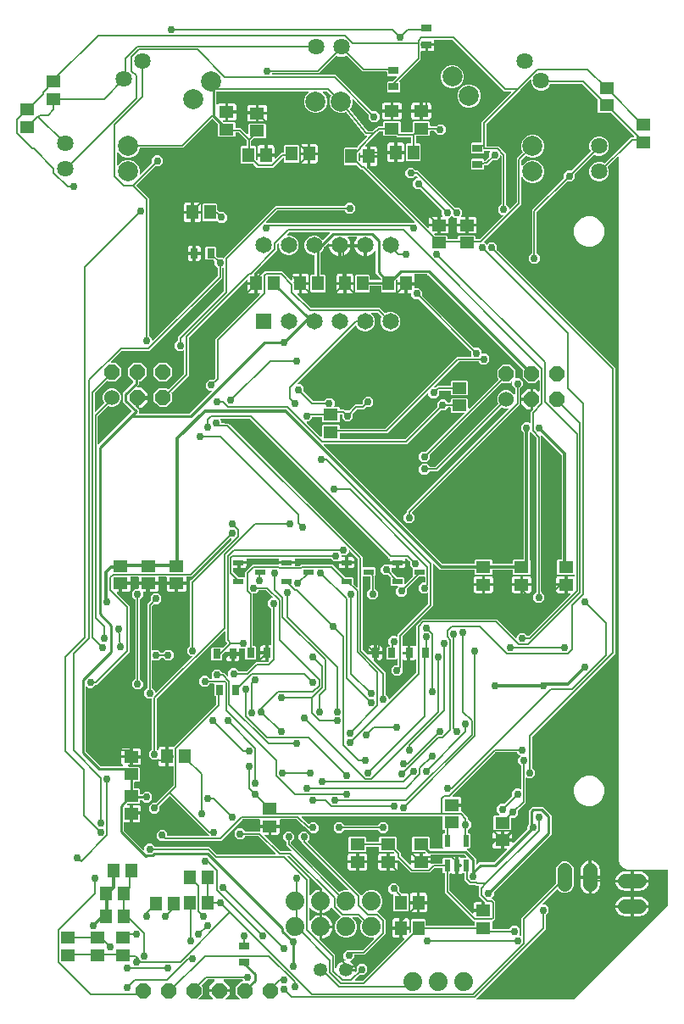
<source format=gbr>
G04 EAGLE Gerber RS-274X export*
G75*
%MOMM*%
%FSLAX34Y34*%
%LPD*%
%INBottom Copper*%
%IPPOS*%
%AMOC8*
5,1,8,0,0,1.08239X$1,22.5*%
G01*
%ADD10R,1.164600X1.465300*%
%ADD11R,1.465300X1.164600*%
%ADD12C,2.000000*%
%ADD13R,1.650000X1.650000*%
%ADD14C,1.650000*%
%ADD15R,0.600000X1.200000*%
%ADD16C,1.348000*%
%ADD17C,1.524000*%
%ADD18P,1.649562X8X22.500000*%
%ADD19C,1.879600*%
%ADD20C,1.422400*%
%ADD21R,1.050000X0.600000*%
%ADD22C,1.635000*%
%ADD23R,0.973900X0.798700*%
%ADD24R,0.798700X0.973900*%
%ADD25P,1.649562X8X292.500000*%
%ADD26C,0.152400*%
%ADD27C,0.756400*%
%ADD28C,0.254000*%
%ADD29C,0.304800*%

G36*
X245566Y-489825D02*
X245566Y-489825D01*
X245657Y-489817D01*
X245687Y-489805D01*
X245719Y-489800D01*
X245799Y-489757D01*
X245883Y-489721D01*
X245915Y-489695D01*
X245936Y-489684D01*
X245958Y-489661D01*
X246014Y-489616D01*
X339616Y-396014D01*
X339669Y-395940D01*
X339729Y-395871D01*
X339741Y-395841D01*
X339760Y-395814D01*
X339787Y-395728D01*
X339821Y-395643D01*
X339825Y-395602D01*
X339832Y-395579D01*
X339831Y-395547D01*
X339839Y-395476D01*
X339839Y-360922D01*
X339836Y-360902D01*
X339838Y-360883D01*
X339816Y-360781D01*
X339800Y-360679D01*
X339790Y-360662D01*
X339786Y-360642D01*
X339733Y-360553D01*
X339684Y-360462D01*
X339670Y-360448D01*
X339660Y-360431D01*
X339581Y-360364D01*
X339506Y-360292D01*
X339488Y-360284D01*
X339473Y-360271D01*
X339377Y-360232D01*
X339283Y-360189D01*
X339263Y-360187D01*
X339245Y-360179D01*
X339078Y-360161D01*
X299099Y-360161D01*
X295364Y-358614D01*
X292506Y-355756D01*
X290959Y-352021D01*
X290959Y349479D01*
X290959Y349481D01*
X290959Y349486D01*
X290941Y351345D01*
X290930Y351412D01*
X290928Y351480D01*
X290909Y351532D01*
X290899Y351587D01*
X290867Y351647D01*
X290844Y351711D01*
X290809Y351755D01*
X290782Y351804D01*
X290732Y351850D01*
X290690Y351903D01*
X290643Y351933D01*
X290602Y351971D01*
X290540Y351999D01*
X290483Y352036D01*
X290429Y352050D01*
X290378Y352073D01*
X290310Y352080D01*
X290244Y352096D01*
X290189Y352092D01*
X290133Y352097D01*
X290067Y352082D01*
X289999Y352077D01*
X289948Y352055D01*
X289894Y352043D01*
X289835Y352007D01*
X289773Y351981D01*
X289712Y351932D01*
X289684Y351915D01*
X289670Y351898D01*
X289642Y351876D01*
X279984Y342218D01*
X279916Y342124D01*
X279846Y342029D01*
X279844Y342023D01*
X279840Y342018D01*
X279806Y341907D01*
X279770Y341795D01*
X279770Y341789D01*
X279768Y341783D01*
X279771Y341666D01*
X279772Y341549D01*
X279774Y341542D01*
X279774Y341537D01*
X279781Y341520D01*
X279819Y341388D01*
X280730Y339189D01*
X280730Y335331D01*
X279253Y331766D01*
X276524Y329037D01*
X272959Y327560D01*
X269101Y327560D01*
X265536Y329037D01*
X262807Y331766D01*
X261330Y335331D01*
X261330Y339189D01*
X262807Y342754D01*
X265536Y345483D01*
X269101Y346960D01*
X272959Y346960D01*
X276236Y345602D01*
X276350Y345576D01*
X276463Y345547D01*
X276469Y345548D01*
X276475Y345546D01*
X276592Y345557D01*
X276708Y345566D01*
X276714Y345569D01*
X276720Y345569D01*
X276828Y345617D01*
X276935Y345663D01*
X276940Y345667D01*
X276945Y345669D01*
X276959Y345682D01*
X277066Y345768D01*
X302869Y371571D01*
X305562Y371571D01*
X305632Y371582D01*
X305704Y371584D01*
X305753Y371602D01*
X305804Y371610D01*
X305868Y371644D01*
X305935Y371669D01*
X305976Y371701D01*
X306022Y371726D01*
X306071Y371778D01*
X306127Y371822D01*
X306155Y371866D01*
X306191Y371904D01*
X306221Y371969D01*
X306260Y372029D01*
X306273Y372080D01*
X306295Y372127D01*
X306303Y372198D01*
X306320Y372268D01*
X306316Y372320D01*
X306322Y372371D01*
X306307Y372442D01*
X306301Y372513D01*
X306281Y372561D01*
X306270Y372612D01*
X306233Y372673D01*
X306205Y372739D01*
X306160Y372795D01*
X306143Y372823D01*
X306126Y372838D01*
X306100Y372870D01*
X283105Y395865D01*
X283031Y395918D01*
X282961Y395978D01*
X282931Y395990D01*
X282905Y396009D01*
X282818Y396036D01*
X282733Y396070D01*
X282692Y396074D01*
X282670Y396081D01*
X282638Y396080D01*
X282566Y396088D01*
X270692Y396088D01*
X269799Y396981D01*
X269799Y408856D01*
X269784Y408946D01*
X269777Y409037D01*
X269764Y409067D01*
X269759Y409099D01*
X269716Y409179D01*
X269681Y409263D01*
X269655Y409295D01*
X269644Y409316D01*
X269621Y409338D01*
X269576Y409394D01*
X254304Y424666D01*
X254230Y424719D01*
X254160Y424779D01*
X254130Y424791D01*
X254104Y424810D01*
X254017Y424837D01*
X253932Y424871D01*
X253891Y424875D01*
X253869Y424882D01*
X253837Y424881D01*
X253765Y424889D01*
X222941Y424889D01*
X222826Y424870D01*
X222710Y424853D01*
X222704Y424851D01*
X222698Y424850D01*
X222596Y424795D01*
X222491Y424742D01*
X222486Y424737D01*
X222481Y424734D01*
X222401Y424650D01*
X222319Y424566D01*
X222315Y424560D01*
X222311Y424556D01*
X222304Y424539D01*
X222238Y424419D01*
X221393Y422381D01*
X218665Y419652D01*
X215100Y418176D01*
X211241Y418176D01*
X207676Y419652D01*
X204947Y422381D01*
X203471Y425946D01*
X203471Y428459D01*
X203459Y428530D01*
X203457Y428601D01*
X203439Y428650D01*
X203431Y428702D01*
X203397Y428765D01*
X203373Y428832D01*
X203340Y428873D01*
X203316Y428919D01*
X203264Y428968D01*
X203219Y429024D01*
X203175Y429053D01*
X203137Y429088D01*
X203072Y429119D01*
X203012Y429157D01*
X202962Y429170D01*
X202914Y429192D01*
X202843Y429200D01*
X202774Y429217D01*
X202722Y429213D01*
X202670Y429219D01*
X202600Y429204D01*
X202528Y429198D01*
X202481Y429178D01*
X202430Y429167D01*
X202368Y429130D01*
X202302Y429102D01*
X202246Y429057D01*
X202218Y429041D01*
X202203Y429023D01*
X202171Y428997D01*
X192280Y419106D01*
X158478Y385304D01*
X158425Y385230D01*
X158365Y385160D01*
X158353Y385130D01*
X158334Y385104D01*
X158307Y385017D01*
X158273Y384932D01*
X158269Y384891D01*
X158262Y384869D01*
X158263Y384837D01*
X158255Y384765D01*
X158255Y364707D01*
X158270Y364613D01*
X158278Y364519D01*
X158291Y364485D01*
X158294Y364464D01*
X158310Y364435D01*
X158338Y364362D01*
X158436Y364169D01*
X158292Y363728D01*
X158287Y363693D01*
X158273Y363659D01*
X158255Y363493D01*
X158255Y363168D01*
X158258Y363148D01*
X158256Y363129D01*
X158278Y363027D01*
X158294Y362925D01*
X158304Y362908D01*
X158308Y362888D01*
X158361Y362799D01*
X158410Y362708D01*
X158424Y362694D01*
X158434Y362677D01*
X158513Y362610D01*
X158588Y362538D01*
X158606Y362530D01*
X158621Y362517D01*
X158717Y362478D01*
X158811Y362435D01*
X158831Y362433D01*
X158849Y362425D01*
X159016Y362407D01*
X170631Y362407D01*
X178067Y354971D01*
X178067Y304693D01*
X178081Y304603D01*
X178089Y304512D01*
X178101Y304483D01*
X178106Y304451D01*
X178149Y304370D01*
X178185Y304286D01*
X178211Y304254D01*
X178222Y304233D01*
X178245Y304211D01*
X178290Y304155D01*
X181087Y301358D01*
X181087Y300394D01*
X181098Y300324D01*
X181100Y300252D01*
X181118Y300203D01*
X181126Y300152D01*
X181160Y300088D01*
X181185Y300021D01*
X181217Y299980D01*
X181242Y299934D01*
X181294Y299885D01*
X181338Y299829D01*
X181382Y299801D01*
X181420Y299765D01*
X181485Y299735D01*
X181545Y299696D01*
X181596Y299683D01*
X181643Y299661D01*
X181714Y299653D01*
X181784Y299636D01*
X181836Y299640D01*
X181887Y299634D01*
X181958Y299649D01*
X182029Y299655D01*
X182077Y299675D01*
X182128Y299686D01*
X182189Y299723D01*
X182255Y299751D01*
X182311Y299796D01*
X182339Y299813D01*
X182354Y299830D01*
X182386Y299856D01*
X188510Y305980D01*
X188563Y306054D01*
X188623Y306124D01*
X188635Y306154D01*
X188654Y306180D01*
X188681Y306267D01*
X188715Y306352D01*
X188719Y306393D01*
X188726Y306415D01*
X188725Y306447D01*
X188733Y306519D01*
X188733Y350399D01*
X194382Y356048D01*
X194450Y356143D01*
X194520Y356237D01*
X194522Y356243D01*
X194526Y356248D01*
X194560Y356359D01*
X194596Y356471D01*
X194596Y356477D01*
X194598Y356483D01*
X194595Y356600D01*
X194594Y356717D01*
X194592Y356724D01*
X194592Y356729D01*
X194585Y356746D01*
X194547Y356878D01*
X193085Y360408D01*
X193085Y364992D01*
X194840Y369228D01*
X198082Y372470D01*
X202318Y374225D01*
X206902Y374225D01*
X211138Y372470D01*
X214380Y369228D01*
X216135Y364992D01*
X216135Y360408D01*
X214380Y356172D01*
X211138Y352930D01*
X206902Y351175D01*
X202318Y351175D01*
X198304Y352838D01*
X198191Y352864D01*
X198077Y352893D01*
X198071Y352892D01*
X198065Y352894D01*
X197948Y352883D01*
X197832Y352874D01*
X197826Y352871D01*
X197820Y352871D01*
X197712Y352823D01*
X197606Y352777D01*
X197600Y352773D01*
X197595Y352771D01*
X197581Y352758D01*
X197475Y352673D01*
X193530Y348728D01*
X193477Y348654D01*
X193417Y348584D01*
X193405Y348554D01*
X193386Y348528D01*
X193359Y348441D01*
X193325Y348356D01*
X193321Y348315D01*
X193314Y348293D01*
X193315Y348261D01*
X193307Y348189D01*
X193307Y343954D01*
X193322Y343858D01*
X193332Y343761D01*
X193342Y343737D01*
X193346Y343711D01*
X193392Y343625D01*
X193432Y343536D01*
X193449Y343517D01*
X193462Y343494D01*
X193532Y343427D01*
X193598Y343355D01*
X193621Y343343D01*
X193640Y343325D01*
X193728Y343284D01*
X193814Y343237D01*
X193839Y343232D01*
X193863Y343221D01*
X193960Y343210D01*
X194056Y343193D01*
X194082Y343197D01*
X194107Y343194D01*
X194202Y343215D01*
X194299Y343229D01*
X194322Y343241D01*
X194348Y343246D01*
X194431Y343296D01*
X194518Y343340D01*
X194537Y343359D01*
X194559Y343372D01*
X194622Y343446D01*
X194690Y343516D01*
X194706Y343544D01*
X194719Y343559D01*
X194731Y343590D01*
X194771Y343663D01*
X194840Y343828D01*
X198082Y347070D01*
X202318Y348825D01*
X206902Y348825D01*
X211138Y347070D01*
X214380Y343828D01*
X216135Y339592D01*
X216135Y335008D01*
X214380Y330772D01*
X211138Y327530D01*
X206902Y325775D01*
X202318Y325775D01*
X198082Y327530D01*
X194840Y330772D01*
X194771Y330937D01*
X194720Y331020D01*
X194674Y331106D01*
X194655Y331124D01*
X194642Y331146D01*
X194567Y331208D01*
X194496Y331275D01*
X194472Y331286D01*
X194452Y331303D01*
X194361Y331338D01*
X194273Y331379D01*
X194247Y331382D01*
X194223Y331391D01*
X194125Y331395D01*
X194029Y331406D01*
X194003Y331401D01*
X193977Y331402D01*
X193883Y331375D01*
X193788Y331354D01*
X193766Y331340D01*
X193741Y331333D01*
X193661Y331278D01*
X193577Y331228D01*
X193560Y331208D01*
X193539Y331193D01*
X193480Y331115D01*
X193417Y331041D01*
X193407Y331016D01*
X193392Y330996D01*
X193362Y330903D01*
X193325Y330813D01*
X193322Y330780D01*
X193316Y330762D01*
X193316Y330729D01*
X193307Y330646D01*
X193307Y304309D01*
X191744Y302746D01*
X156542Y267544D01*
X156530Y267528D01*
X156514Y267515D01*
X156458Y267428D01*
X156398Y267344D01*
X156392Y267325D01*
X156381Y267308D01*
X156356Y267208D01*
X156326Y267109D01*
X156326Y267089D01*
X156321Y267070D01*
X156329Y266967D01*
X156332Y266863D01*
X156339Y266844D01*
X156341Y266824D01*
X156381Y266730D01*
X156417Y266632D01*
X156429Y266616D01*
X156437Y266598D01*
X156542Y266467D01*
X158478Y264531D01*
X158494Y264520D01*
X158506Y264504D01*
X158594Y264448D01*
X158677Y264388D01*
X158696Y264382D01*
X158713Y264371D01*
X158814Y264346D01*
X158913Y264315D01*
X158932Y264316D01*
X158952Y264311D01*
X159055Y264319D01*
X159158Y264322D01*
X159177Y264328D01*
X159197Y264330D01*
X159292Y264370D01*
X159389Y264406D01*
X159405Y264419D01*
X159423Y264426D01*
X159554Y264531D01*
X161390Y266367D01*
X165786Y266367D01*
X168895Y263258D01*
X168895Y259303D01*
X168909Y259212D01*
X168917Y259122D01*
X168929Y259092D01*
X168934Y259060D01*
X168977Y258979D01*
X169013Y258895D01*
X169039Y258863D01*
X169050Y258842D01*
X169073Y258820D01*
X169118Y258764D01*
X287033Y140849D01*
X287033Y-144509D01*
X204198Y-227344D01*
X204145Y-227418D01*
X204085Y-227488D01*
X204073Y-227518D01*
X204054Y-227544D01*
X204027Y-227631D01*
X203993Y-227716D01*
X203989Y-227757D01*
X203982Y-227779D01*
X203983Y-227811D01*
X203975Y-227883D01*
X203975Y-257663D01*
X203978Y-257680D01*
X203976Y-257697D01*
X203990Y-257765D01*
X203997Y-257844D01*
X204009Y-257873D01*
X204014Y-257905D01*
X204025Y-257926D01*
X204028Y-257938D01*
X204058Y-257988D01*
X204093Y-258070D01*
X204119Y-258102D01*
X204130Y-258123D01*
X204150Y-258142D01*
X204154Y-258149D01*
X204160Y-258154D01*
X204198Y-258201D01*
X206995Y-260998D01*
X206995Y-265394D01*
X203886Y-268503D01*
X199490Y-268503D01*
X199178Y-268191D01*
X199120Y-268149D01*
X199068Y-268100D01*
X199021Y-268078D01*
X198979Y-268048D01*
X198910Y-268026D01*
X198845Y-267996D01*
X198793Y-267991D01*
X198743Y-267975D01*
X198672Y-267977D01*
X198601Y-267969D01*
X198550Y-267980D01*
X198498Y-267982D01*
X198430Y-268006D01*
X198360Y-268021D01*
X198315Y-268048D01*
X198267Y-268066D01*
X198211Y-268111D01*
X198149Y-268148D01*
X198115Y-268187D01*
X198075Y-268220D01*
X198036Y-268280D01*
X197989Y-268335D01*
X197970Y-268383D01*
X197942Y-268427D01*
X197924Y-268496D01*
X197897Y-268563D01*
X197889Y-268634D01*
X197881Y-268665D01*
X197883Y-268688D01*
X197879Y-268729D01*
X197879Y-293099D01*
X190454Y-300524D01*
X190410Y-300585D01*
X190376Y-300621D01*
X190370Y-300634D01*
X190341Y-300668D01*
X190329Y-300698D01*
X190310Y-300724D01*
X190283Y-300811D01*
X190249Y-300896D01*
X190245Y-300937D01*
X190238Y-300959D01*
X190239Y-300991D01*
X190231Y-301063D01*
X190231Y-305018D01*
X187122Y-308127D01*
X184122Y-308127D01*
X184103Y-308130D01*
X184083Y-308128D01*
X183982Y-308150D01*
X183880Y-308166D01*
X183862Y-308176D01*
X183843Y-308180D01*
X183754Y-308233D01*
X183662Y-308282D01*
X183649Y-308296D01*
X183632Y-308306D01*
X183564Y-308385D01*
X183493Y-308460D01*
X183485Y-308478D01*
X183472Y-308493D01*
X183433Y-308589D01*
X183389Y-308683D01*
X183387Y-308703D01*
X183380Y-308721D01*
X183361Y-308888D01*
X183361Y-319571D01*
X182468Y-320464D01*
X166552Y-320464D01*
X165659Y-319571D01*
X165659Y-306661D01*
X166552Y-305768D01*
X170910Y-305768D01*
X170980Y-305757D01*
X171052Y-305755D01*
X171101Y-305737D01*
X171152Y-305729D01*
X171216Y-305695D01*
X171283Y-305670D01*
X171324Y-305638D01*
X171370Y-305613D01*
X171419Y-305561D01*
X171475Y-305517D01*
X171503Y-305473D01*
X171539Y-305435D01*
X171569Y-305370D01*
X171608Y-305310D01*
X171621Y-305259D01*
X171643Y-305212D01*
X171651Y-305141D01*
X171668Y-305071D01*
X171664Y-305019D01*
X171670Y-304968D01*
X171655Y-304897D01*
X171649Y-304826D01*
X171629Y-304778D01*
X171618Y-304727D01*
X171581Y-304666D01*
X171553Y-304600D01*
X171508Y-304544D01*
X171491Y-304516D01*
X171474Y-304501D01*
X171448Y-304469D01*
X168949Y-301970D01*
X168949Y-297574D01*
X172058Y-294465D01*
X176014Y-294465D01*
X176104Y-294451D01*
X176195Y-294443D01*
X176224Y-294431D01*
X176256Y-294426D01*
X176337Y-294383D01*
X176421Y-294347D01*
X176453Y-294321D01*
X176474Y-294310D01*
X176496Y-294287D01*
X176552Y-294242D01*
X183966Y-286828D01*
X184019Y-286754D01*
X184079Y-286684D01*
X184091Y-286654D01*
X184110Y-286628D01*
X184137Y-286541D01*
X184171Y-286456D01*
X184175Y-286415D01*
X184182Y-286393D01*
X184181Y-286361D01*
X184189Y-286290D01*
X184189Y-282334D01*
X187298Y-279225D01*
X191694Y-279225D01*
X192006Y-279537D01*
X192064Y-279579D01*
X192116Y-279628D01*
X192163Y-279650D01*
X192205Y-279680D01*
X192274Y-279702D01*
X192339Y-279732D01*
X192391Y-279737D01*
X192441Y-279753D01*
X192512Y-279751D01*
X192583Y-279759D01*
X192634Y-279748D01*
X192686Y-279746D01*
X192754Y-279722D01*
X192824Y-279707D01*
X192869Y-279680D01*
X192917Y-279662D01*
X192973Y-279617D01*
X193035Y-279580D01*
X193069Y-279541D01*
X193109Y-279508D01*
X193148Y-279448D01*
X193195Y-279393D01*
X193214Y-279345D01*
X193242Y-279301D01*
X193260Y-279232D01*
X193287Y-279165D01*
X193295Y-279094D01*
X193303Y-279063D01*
X193301Y-279040D01*
X193305Y-278999D01*
X193305Y-256537D01*
X193291Y-256447D01*
X193283Y-256356D01*
X193271Y-256327D01*
X193266Y-256295D01*
X193223Y-256214D01*
X193187Y-256130D01*
X193161Y-256098D01*
X193150Y-256077D01*
X193127Y-256055D01*
X193082Y-255999D01*
X190285Y-253202D01*
X190285Y-248806D01*
X192149Y-246942D01*
X192191Y-246884D01*
X192240Y-246832D01*
X192262Y-246785D01*
X192292Y-246743D01*
X192314Y-246674D01*
X192344Y-246609D01*
X192349Y-246557D01*
X192365Y-246507D01*
X192363Y-246436D01*
X192371Y-246365D01*
X192360Y-246314D01*
X192358Y-246262D01*
X192334Y-246194D01*
X192319Y-246124D01*
X192292Y-246079D01*
X192274Y-246031D01*
X192229Y-245975D01*
X192192Y-245913D01*
X192153Y-245879D01*
X192120Y-245839D01*
X192060Y-245800D01*
X192005Y-245753D01*
X191963Y-245736D01*
X189073Y-242846D01*
X188999Y-242793D01*
X188929Y-242733D01*
X188899Y-242721D01*
X188873Y-242702D01*
X188786Y-242675D01*
X188701Y-242641D01*
X188660Y-242637D01*
X188638Y-242630D01*
X188606Y-242631D01*
X188535Y-242623D01*
X167899Y-242623D01*
X167808Y-242637D01*
X167718Y-242645D01*
X167688Y-242657D01*
X167656Y-242662D01*
X167575Y-242705D01*
X167491Y-242741D01*
X167459Y-242767D01*
X167438Y-242778D01*
X167416Y-242801D01*
X167360Y-242846D01*
X124533Y-285673D01*
X124491Y-285731D01*
X124442Y-285783D01*
X124420Y-285830D01*
X124390Y-285872D01*
X124369Y-285941D01*
X124338Y-286006D01*
X124333Y-286058D01*
X124317Y-286108D01*
X124319Y-286179D01*
X124311Y-286250D01*
X124322Y-286301D01*
X124324Y-286353D01*
X124348Y-286421D01*
X124364Y-286491D01*
X124390Y-286535D01*
X124408Y-286584D01*
X124453Y-286640D01*
X124490Y-286702D01*
X124529Y-286736D01*
X124562Y-286776D01*
X124622Y-286815D01*
X124677Y-286862D01*
X124725Y-286881D01*
X124769Y-286909D01*
X124838Y-286927D01*
X124905Y-286954D01*
X124976Y-286962D01*
X125007Y-286970D01*
X125031Y-286968D01*
X125071Y-286972D01*
X131371Y-286972D01*
X132017Y-287145D01*
X132597Y-287480D01*
X133070Y-287953D01*
X133404Y-288532D01*
X133577Y-289179D01*
X133577Y-293813D01*
X124472Y-293813D01*
X124452Y-293816D01*
X124433Y-293814D01*
X124331Y-293836D01*
X124229Y-293853D01*
X124212Y-293862D01*
X124192Y-293866D01*
X124103Y-293919D01*
X124012Y-293968D01*
X123998Y-293982D01*
X123981Y-293992D01*
X123914Y-294071D01*
X123843Y-294146D01*
X123834Y-294164D01*
X123821Y-294179D01*
X123782Y-294275D01*
X123739Y-294369D01*
X123737Y-294389D01*
X123729Y-294407D01*
X123711Y-294574D01*
X123711Y-295337D01*
X122948Y-295337D01*
X122928Y-295340D01*
X122909Y-295338D01*
X122807Y-295360D01*
X122705Y-295377D01*
X122688Y-295386D01*
X122668Y-295390D01*
X122579Y-295443D01*
X122488Y-295492D01*
X122474Y-295506D01*
X122457Y-295516D01*
X122390Y-295595D01*
X122319Y-295670D01*
X122310Y-295688D01*
X122297Y-295703D01*
X122258Y-295799D01*
X122215Y-295893D01*
X122213Y-295913D01*
X122205Y-295931D01*
X122187Y-296098D01*
X122187Y-301296D01*
X122190Y-301316D01*
X122188Y-301335D01*
X122210Y-301437D01*
X122227Y-301539D01*
X122236Y-301556D01*
X122240Y-301576D01*
X122293Y-301665D01*
X122342Y-301756D01*
X122356Y-301770D01*
X122366Y-301787D01*
X122445Y-301854D01*
X122520Y-301926D01*
X122538Y-301934D01*
X122553Y-301947D01*
X122649Y-301986D01*
X122743Y-302029D01*
X122763Y-302031D01*
X122781Y-302039D01*
X122948Y-302057D01*
X124472Y-302057D01*
X124492Y-302054D01*
X124511Y-302056D01*
X124613Y-302034D01*
X124715Y-302018D01*
X124732Y-302008D01*
X124752Y-302004D01*
X124841Y-301951D01*
X124932Y-301902D01*
X124946Y-301888D01*
X124963Y-301878D01*
X125030Y-301799D01*
X125101Y-301724D01*
X125110Y-301706D01*
X125123Y-301691D01*
X125162Y-301595D01*
X125205Y-301501D01*
X125207Y-301481D01*
X125215Y-301463D01*
X125233Y-301296D01*
X125233Y-296859D01*
X133577Y-296859D01*
X133577Y-301296D01*
X133580Y-301316D01*
X133578Y-301335D01*
X133600Y-301437D01*
X133617Y-301539D01*
X133626Y-301556D01*
X133631Y-301576D01*
X133684Y-301665D01*
X133732Y-301756D01*
X133746Y-301770D01*
X133757Y-301787D01*
X133835Y-301854D01*
X133910Y-301926D01*
X133928Y-301934D01*
X133944Y-301947D01*
X133946Y-301948D01*
X139967Y-307969D01*
X139967Y-309479D01*
X139981Y-309569D01*
X139989Y-309660D01*
X140001Y-309689D01*
X140006Y-309721D01*
X140049Y-309802D01*
X140085Y-309886D01*
X140111Y-309918D01*
X140122Y-309939D01*
X140145Y-309961D01*
X140190Y-310017D01*
X142987Y-312814D01*
X142987Y-317210D01*
X140190Y-320007D01*
X140137Y-320081D01*
X140077Y-320151D01*
X140065Y-320181D01*
X140046Y-320207D01*
X140019Y-320294D01*
X139985Y-320379D01*
X139981Y-320420D01*
X139974Y-320442D01*
X139975Y-320474D01*
X139967Y-320545D01*
X139967Y-322704D01*
X139970Y-322724D01*
X139968Y-322743D01*
X139990Y-322845D01*
X140006Y-322947D01*
X140016Y-322964D01*
X140020Y-322984D01*
X140073Y-323073D01*
X140122Y-323164D01*
X140136Y-323178D01*
X140146Y-323195D01*
X140225Y-323262D01*
X140300Y-323334D01*
X140318Y-323342D01*
X140333Y-323355D01*
X140429Y-323394D01*
X140523Y-323437D01*
X140543Y-323439D01*
X140561Y-323447D01*
X140728Y-323465D01*
X141852Y-323465D01*
X142745Y-324358D01*
X142745Y-337622D01*
X141852Y-338515D01*
X139541Y-338515D01*
X139470Y-338526D01*
X139398Y-338528D01*
X139349Y-338546D01*
X139298Y-338554D01*
X139235Y-338588D01*
X139167Y-338613D01*
X139127Y-338645D01*
X139081Y-338670D01*
X139031Y-338722D01*
X138975Y-338766D01*
X138947Y-338810D01*
X138911Y-338848D01*
X138881Y-338913D01*
X138842Y-338973D01*
X138830Y-339024D01*
X138808Y-339071D01*
X138800Y-339142D01*
X138782Y-339212D01*
X138786Y-339264D01*
X138781Y-339315D01*
X138796Y-339386D01*
X138801Y-339457D01*
X138822Y-339505D01*
X138833Y-339556D01*
X138870Y-339617D01*
X138898Y-339683D01*
X138943Y-339739D01*
X138959Y-339767D01*
X138977Y-339782D01*
X139003Y-339814D01*
X140190Y-341001D01*
X148095Y-348906D01*
X148095Y-354115D01*
X148106Y-354186D01*
X148108Y-354258D01*
X148126Y-354307D01*
X148134Y-354358D01*
X148168Y-354421D01*
X148193Y-354489D01*
X148225Y-354529D01*
X148250Y-354575D01*
X148302Y-354625D01*
X148346Y-354681D01*
X148390Y-354709D01*
X148428Y-354745D01*
X148493Y-354775D01*
X148553Y-354814D01*
X148604Y-354826D01*
X148651Y-354848D01*
X148722Y-354856D01*
X148792Y-354874D01*
X148844Y-354870D01*
X148895Y-354875D01*
X148966Y-354860D01*
X149037Y-354855D01*
X149085Y-354834D01*
X149136Y-354823D01*
X149197Y-354786D01*
X149263Y-354758D01*
X149319Y-354713D01*
X149347Y-354697D01*
X149362Y-354679D01*
X149394Y-354653D01*
X151242Y-352805D01*
X165723Y-352805D01*
X165813Y-352791D01*
X165904Y-352783D01*
X165934Y-352771D01*
X165966Y-352766D01*
X166046Y-352723D01*
X166130Y-352687D01*
X166162Y-352661D01*
X166183Y-352650D01*
X166205Y-352627D01*
X166261Y-352582D01*
X178556Y-340287D01*
X178598Y-340229D01*
X178648Y-340177D01*
X178670Y-340130D01*
X178700Y-340088D01*
X178721Y-340019D01*
X178751Y-339954D01*
X178757Y-339902D01*
X178772Y-339852D01*
X178770Y-339781D01*
X178778Y-339710D01*
X178767Y-339659D01*
X178766Y-339607D01*
X178741Y-339539D01*
X178726Y-339469D01*
X178699Y-339424D01*
X178681Y-339376D01*
X178637Y-339320D01*
X178600Y-339258D01*
X178560Y-339224D01*
X178528Y-339184D01*
X178467Y-339145D01*
X178413Y-339098D01*
X178365Y-339079D01*
X178321Y-339051D01*
X178251Y-339033D01*
X178185Y-339006D01*
X178113Y-338998D01*
X178082Y-338990D01*
X178059Y-338992D01*
X178018Y-338988D01*
X176033Y-338988D01*
X176033Y-332147D01*
X184377Y-332147D01*
X184377Y-332629D01*
X184389Y-332699D01*
X184391Y-332771D01*
X184409Y-332820D01*
X184417Y-332871D01*
X184450Y-332935D01*
X184475Y-333002D01*
X184508Y-333043D01*
X184532Y-333089D01*
X184584Y-333138D01*
X184629Y-333194D01*
X184673Y-333222D01*
X184710Y-333258D01*
X184775Y-333288D01*
X184836Y-333327D01*
X184886Y-333340D01*
X184933Y-333362D01*
X185005Y-333370D01*
X185074Y-333387D01*
X185126Y-333383D01*
X185178Y-333389D01*
X185248Y-333374D01*
X185319Y-333368D01*
X185367Y-333348D01*
X185418Y-333337D01*
X185480Y-333300D01*
X185546Y-333272D01*
X185602Y-333227D01*
X185629Y-333210D01*
X185645Y-333193D01*
X185677Y-333167D01*
X199206Y-319637D01*
X199259Y-319563D01*
X199319Y-319494D01*
X199331Y-319464D01*
X199350Y-319438D01*
X199377Y-319351D01*
X199411Y-319266D01*
X199415Y-319225D01*
X199422Y-319203D01*
X199421Y-319170D01*
X199429Y-319099D01*
X199429Y-315862D01*
X200448Y-314843D01*
X200501Y-314769D01*
X200561Y-314699D01*
X200573Y-314669D01*
X200592Y-314643D01*
X200619Y-314556D01*
X200653Y-314471D01*
X200657Y-314430D01*
X200664Y-314408D01*
X200663Y-314376D01*
X200671Y-314305D01*
X200671Y-300646D01*
X204086Y-297231D01*
X215038Y-297231D01*
X223533Y-305726D01*
X223533Y-324552D01*
X166070Y-382015D01*
X166017Y-382089D01*
X165957Y-382158D01*
X165945Y-382188D01*
X165926Y-382214D01*
X165899Y-382301D01*
X165865Y-382386D01*
X165861Y-382427D01*
X165854Y-382449D01*
X165855Y-382482D01*
X165847Y-382553D01*
X165847Y-385790D01*
X164011Y-387626D01*
X163969Y-387684D01*
X163920Y-387736D01*
X163898Y-387783D01*
X163868Y-387825D01*
X163846Y-387894D01*
X163816Y-387959D01*
X163811Y-388011D01*
X163795Y-388061D01*
X163797Y-388132D01*
X163789Y-388203D01*
X163800Y-388254D01*
X163802Y-388306D01*
X163826Y-388374D01*
X163841Y-388444D01*
X163868Y-388489D01*
X163886Y-388537D01*
X163931Y-388593D01*
X163968Y-388655D01*
X164007Y-388689D01*
X164040Y-388729D01*
X164100Y-388768D01*
X164155Y-388815D01*
X164203Y-388834D01*
X164247Y-388862D01*
X164316Y-388880D01*
X164383Y-388907D01*
X164454Y-388915D01*
X164485Y-388923D01*
X164508Y-388921D01*
X164533Y-388923D01*
X167399Y-391789D01*
X167399Y-408923D01*
X166098Y-410224D01*
X164534Y-411788D01*
X164481Y-411862D01*
X164422Y-411931D01*
X164410Y-411961D01*
X164391Y-411987D01*
X164364Y-412074D01*
X164330Y-412159D01*
X164325Y-412200D01*
X164318Y-412223D01*
X164319Y-412255D01*
X164311Y-412326D01*
X164311Y-418644D01*
X164314Y-418664D01*
X164312Y-418683D01*
X164334Y-418785D01*
X164351Y-418887D01*
X164360Y-418904D01*
X164365Y-418924D01*
X164418Y-419013D01*
X164466Y-419104D01*
X164480Y-419118D01*
X164491Y-419135D01*
X164569Y-419202D01*
X164644Y-419274D01*
X164662Y-419282D01*
X164678Y-419295D01*
X164774Y-419334D01*
X164867Y-419377D01*
X164887Y-419379D01*
X164906Y-419387D01*
X165072Y-419405D01*
X180915Y-419405D01*
X181005Y-419391D01*
X181096Y-419383D01*
X181125Y-419371D01*
X181157Y-419366D01*
X181238Y-419323D01*
X181322Y-419287D01*
X181354Y-419261D01*
X181375Y-419250D01*
X181397Y-419227D01*
X181453Y-419182D01*
X184250Y-416385D01*
X188646Y-416385D01*
X191755Y-419494D01*
X191755Y-423890D01*
X191415Y-424230D01*
X191373Y-424288D01*
X191324Y-424340D01*
X191302Y-424387D01*
X191272Y-424429D01*
X191250Y-424498D01*
X191220Y-424563D01*
X191215Y-424615D01*
X191199Y-424665D01*
X191201Y-424736D01*
X191193Y-424807D01*
X191204Y-424858D01*
X191206Y-424910D01*
X191230Y-424978D01*
X191245Y-425048D01*
X191272Y-425093D01*
X191290Y-425141D01*
X191335Y-425197D01*
X191372Y-425259D01*
X191411Y-425293D01*
X191444Y-425333D01*
X191504Y-425372D01*
X191559Y-425419D01*
X191601Y-425436D01*
X192006Y-425841D01*
X192064Y-425883D01*
X192116Y-425932D01*
X192163Y-425954D01*
X192205Y-425984D01*
X192274Y-426006D01*
X192339Y-426036D01*
X192391Y-426041D01*
X192441Y-426057D01*
X192512Y-426055D01*
X192583Y-426063D01*
X192634Y-426052D01*
X192686Y-426050D01*
X192754Y-426026D01*
X192824Y-426011D01*
X192869Y-425984D01*
X192917Y-425966D01*
X192973Y-425921D01*
X193035Y-425884D01*
X193069Y-425845D01*
X193109Y-425812D01*
X193148Y-425752D01*
X193195Y-425697D01*
X193214Y-425649D01*
X193242Y-425605D01*
X193260Y-425536D01*
X193287Y-425469D01*
X193295Y-425398D01*
X193303Y-425367D01*
X193301Y-425344D01*
X193305Y-425303D01*
X193305Y-408553D01*
X227880Y-373978D01*
X227933Y-373904D01*
X227993Y-373834D01*
X228005Y-373804D01*
X228024Y-373778D01*
X228051Y-373691D01*
X228085Y-373606D01*
X228089Y-373565D01*
X228096Y-373543D01*
X228095Y-373511D01*
X228103Y-373439D01*
X228103Y-358760D01*
X229418Y-355586D01*
X231848Y-353156D01*
X235022Y-351841D01*
X238458Y-351841D01*
X241632Y-353156D01*
X244062Y-355586D01*
X245377Y-358760D01*
X245377Y-376420D01*
X244062Y-379594D01*
X241632Y-382024D01*
X238458Y-383339D01*
X235022Y-383339D01*
X231848Y-382024D01*
X229613Y-379789D01*
X229597Y-379778D01*
X229585Y-379762D01*
X229497Y-379706D01*
X229413Y-379646D01*
X229394Y-379640D01*
X229378Y-379629D01*
X229277Y-379604D01*
X229178Y-379573D01*
X229158Y-379574D01*
X229139Y-379569D01*
X229036Y-379577D01*
X228932Y-379580D01*
X228914Y-379587D01*
X228894Y-379588D01*
X228799Y-379629D01*
X228701Y-379664D01*
X228686Y-379677D01*
X228668Y-379685D01*
X228537Y-379789D01*
X214576Y-393750D01*
X214534Y-393808D01*
X214485Y-393860D01*
X214463Y-393907D01*
X214433Y-393949D01*
X214412Y-394018D01*
X214381Y-394083D01*
X214376Y-394135D01*
X214360Y-394185D01*
X214362Y-394256D01*
X214354Y-394327D01*
X214365Y-394378D01*
X214367Y-394430D01*
X214391Y-394498D01*
X214406Y-394568D01*
X214433Y-394612D01*
X214451Y-394661D01*
X214496Y-394717D01*
X214533Y-394779D01*
X214572Y-394813D01*
X214605Y-394853D01*
X214665Y-394892D01*
X214720Y-394939D01*
X214768Y-394958D01*
X214812Y-394986D01*
X214881Y-395004D01*
X214948Y-395031D01*
X215019Y-395039D01*
X215050Y-395047D01*
X215074Y-395045D01*
X215114Y-395049D01*
X217602Y-395049D01*
X220711Y-398158D01*
X220711Y-402554D01*
X217914Y-405351D01*
X217861Y-405425D01*
X217801Y-405495D01*
X217789Y-405525D01*
X217770Y-405551D01*
X217743Y-405638D01*
X217709Y-405723D01*
X217705Y-405764D01*
X217698Y-405786D01*
X217699Y-405818D01*
X217691Y-405889D01*
X217691Y-419591D01*
X149334Y-487948D01*
X148742Y-488540D01*
X148700Y-488598D01*
X148651Y-488650D01*
X148629Y-488697D01*
X148599Y-488739D01*
X148578Y-488808D01*
X148547Y-488873D01*
X148542Y-488925D01*
X148526Y-488975D01*
X148528Y-489046D01*
X148520Y-489117D01*
X148531Y-489168D01*
X148533Y-489220D01*
X148557Y-489288D01*
X148572Y-489358D01*
X148599Y-489403D01*
X148617Y-489451D01*
X148662Y-489507D01*
X148699Y-489569D01*
X148738Y-489603D01*
X148771Y-489643D01*
X148831Y-489682D01*
X148886Y-489729D01*
X148934Y-489748D01*
X148978Y-489776D01*
X149047Y-489794D01*
X149114Y-489821D01*
X149185Y-489829D01*
X149216Y-489837D01*
X149240Y-489835D01*
X149280Y-489839D01*
X245476Y-489839D01*
X245566Y-489825D01*
G37*
G36*
X145867Y-54404D02*
X145867Y-54404D01*
X145887Y-54406D01*
X145988Y-54384D01*
X146090Y-54368D01*
X146108Y-54358D01*
X146127Y-54354D01*
X146216Y-54301D01*
X146308Y-54252D01*
X146321Y-54238D01*
X146338Y-54228D01*
X146406Y-54149D01*
X146477Y-54074D01*
X146485Y-54056D01*
X146498Y-54041D01*
X146537Y-53945D01*
X146581Y-53851D01*
X146583Y-53831D01*
X146590Y-53813D01*
X146609Y-53646D01*
X146609Y-51391D01*
X147502Y-50498D01*
X163418Y-50498D01*
X164311Y-51391D01*
X164311Y-53646D01*
X164314Y-53664D01*
X164312Y-53682D01*
X164312Y-53683D01*
X164312Y-53685D01*
X164334Y-53787D01*
X164351Y-53889D01*
X164360Y-53906D01*
X164365Y-53926D01*
X164418Y-54015D01*
X164466Y-54106D01*
X164480Y-54120D01*
X164491Y-54137D01*
X164569Y-54204D01*
X164644Y-54276D01*
X164662Y-54284D01*
X164678Y-54297D01*
X164774Y-54336D01*
X164867Y-54379D01*
X164887Y-54381D01*
X164906Y-54389D01*
X165072Y-54407D01*
X183948Y-54407D01*
X183967Y-54404D01*
X183987Y-54406D01*
X184088Y-54384D01*
X184190Y-54368D01*
X184208Y-54358D01*
X184227Y-54354D01*
X184316Y-54301D01*
X184408Y-54252D01*
X184421Y-54238D01*
X184438Y-54228D01*
X184506Y-54149D01*
X184577Y-54074D01*
X184585Y-54056D01*
X184598Y-54041D01*
X184637Y-53945D01*
X184681Y-53851D01*
X184683Y-53831D01*
X184690Y-53813D01*
X184709Y-53646D01*
X184709Y-51391D01*
X185602Y-50498D01*
X194830Y-50498D01*
X194850Y-50495D01*
X194869Y-50497D01*
X194971Y-50475D01*
X195073Y-50459D01*
X195090Y-50449D01*
X195110Y-50445D01*
X195199Y-50392D01*
X195290Y-50343D01*
X195304Y-50329D01*
X195321Y-50319D01*
X195388Y-50240D01*
X195460Y-50165D01*
X195468Y-50147D01*
X195481Y-50132D01*
X195520Y-50036D01*
X195563Y-49942D01*
X195565Y-49922D01*
X195573Y-49904D01*
X195591Y-49737D01*
X195591Y76457D01*
X195577Y76547D01*
X195569Y76638D01*
X195557Y76667D01*
X195552Y76699D01*
X195509Y76780D01*
X195473Y76864D01*
X195447Y76896D01*
X195436Y76917D01*
X195413Y76939D01*
X195368Y76995D01*
X193333Y79030D01*
X193333Y83426D01*
X196442Y86535D01*
X200838Y86535D01*
X201150Y86223D01*
X201208Y86181D01*
X201260Y86132D01*
X201307Y86110D01*
X201349Y86080D01*
X201418Y86058D01*
X201483Y86028D01*
X201535Y86023D01*
X201585Y86007D01*
X201656Y86009D01*
X201727Y86001D01*
X201778Y86012D01*
X201830Y86014D01*
X201898Y86038D01*
X201968Y86053D01*
X202013Y86080D01*
X202061Y86098D01*
X202117Y86143D01*
X202179Y86180D01*
X202213Y86219D01*
X202253Y86252D01*
X202292Y86312D01*
X202339Y86367D01*
X202358Y86415D01*
X202386Y86459D01*
X202404Y86528D01*
X202431Y86595D01*
X202439Y86666D01*
X202447Y86697D01*
X202445Y86720D01*
X202449Y86761D01*
X202449Y97415D01*
X205020Y99986D01*
X205073Y100060D01*
X205133Y100130D01*
X205145Y100160D01*
X205164Y100186D01*
X205191Y100273D01*
X205225Y100358D01*
X205229Y100399D01*
X205236Y100421D01*
X205235Y100453D01*
X205243Y100524D01*
X205243Y109168D01*
X205240Y109188D01*
X205242Y109207D01*
X205220Y109309D01*
X205203Y109411D01*
X205194Y109428D01*
X205190Y109448D01*
X205137Y109537D01*
X205088Y109628D01*
X205074Y109642D01*
X205064Y109659D01*
X204985Y109726D01*
X204910Y109797D01*
X204892Y109806D01*
X204877Y109819D01*
X204781Y109857D01*
X204687Y109901D01*
X204667Y109903D01*
X204649Y109911D01*
X204482Y109929D01*
X203719Y109929D01*
X203719Y109931D01*
X204482Y109931D01*
X204502Y109934D01*
X204521Y109932D01*
X204623Y109954D01*
X204725Y109971D01*
X204742Y109980D01*
X204762Y109984D01*
X204851Y110037D01*
X204942Y110086D01*
X204956Y110100D01*
X204973Y110110D01*
X205040Y110189D01*
X205111Y110264D01*
X205120Y110282D01*
X205133Y110297D01*
X205172Y110393D01*
X205215Y110487D01*
X205217Y110507D01*
X205225Y110525D01*
X205243Y110692D01*
X205243Y120091D01*
X207929Y120091D01*
X210294Y117726D01*
X210352Y117684D01*
X210404Y117634D01*
X210451Y117613D01*
X210493Y117582D01*
X210562Y117561D01*
X210627Y117531D01*
X210679Y117525D01*
X210729Y117510D01*
X210800Y117512D01*
X210871Y117504D01*
X210922Y117515D01*
X210974Y117516D01*
X211042Y117541D01*
X211112Y117556D01*
X211157Y117583D01*
X211205Y117601D01*
X211261Y117645D01*
X211323Y117682D01*
X211357Y117722D01*
X211397Y117754D01*
X211436Y117815D01*
X211483Y117869D01*
X211502Y117917D01*
X211530Y117961D01*
X211548Y118031D01*
X211575Y118097D01*
X211583Y118169D01*
X211591Y118200D01*
X211589Y118223D01*
X211593Y118264D01*
X211593Y128433D01*
X211582Y128504D01*
X211580Y128575D01*
X211562Y128624D01*
X211554Y128676D01*
X211520Y128739D01*
X211495Y128806D01*
X211463Y128847D01*
X211438Y128893D01*
X211386Y128942D01*
X211342Y128998D01*
X211298Y129027D01*
X211260Y129062D01*
X211195Y129093D01*
X211135Y129131D01*
X211084Y129144D01*
X211037Y129166D01*
X210966Y129174D01*
X210896Y129191D01*
X210844Y129187D01*
X210793Y129193D01*
X210722Y129178D01*
X210651Y129172D01*
X210603Y129152D01*
X210552Y129141D01*
X210491Y129104D01*
X210425Y129076D01*
X210369Y129031D01*
X210341Y129015D01*
X210326Y128997D01*
X210294Y128971D01*
X207508Y126185D01*
X199932Y126185D01*
X194575Y131542D01*
X194575Y139362D01*
X194579Y139375D01*
X194575Y139417D01*
X194575Y139433D01*
X194573Y139448D01*
X194571Y139477D01*
X194568Y139580D01*
X194561Y139599D01*
X194559Y139620D01*
X194519Y139714D01*
X194484Y139811D01*
X194471Y139827D01*
X194463Y139846D01*
X194358Y139977D01*
X99661Y234674D01*
X99587Y234727D01*
X99518Y234787D01*
X99488Y234799D01*
X99462Y234818D01*
X99375Y234845D01*
X99290Y234879D01*
X99249Y234883D01*
X99227Y234890D01*
X99194Y234889D01*
X99123Y234897D01*
X87096Y234897D01*
X87002Y234882D01*
X86907Y234873D01*
X86881Y234862D01*
X86853Y234858D01*
X86769Y234813D01*
X86682Y234775D01*
X86661Y234756D01*
X86636Y234742D01*
X86570Y234673D01*
X86500Y234609D01*
X86486Y234585D01*
X86466Y234564D01*
X86426Y234477D01*
X86380Y234394D01*
X86375Y234367D01*
X86363Y234341D01*
X86352Y234246D01*
X86335Y234152D01*
X86339Y234125D01*
X86336Y234097D01*
X86356Y234003D01*
X86369Y233909D01*
X86384Y233877D01*
X86388Y233856D01*
X86403Y233831D01*
X86403Y233830D01*
X86406Y233825D01*
X86437Y233755D01*
X86465Y233707D01*
X86638Y233061D01*
X86638Y226923D01*
X79036Y226923D01*
X79016Y226920D01*
X78997Y226922D01*
X78895Y226900D01*
X78793Y226883D01*
X78776Y226874D01*
X78756Y226870D01*
X78667Y226817D01*
X78576Y226768D01*
X78562Y226754D01*
X78545Y226744D01*
X78478Y226665D01*
X78407Y226590D01*
X78398Y226572D01*
X78385Y226557D01*
X78346Y226461D01*
X78303Y226367D01*
X78301Y226347D01*
X78293Y226329D01*
X78275Y226162D01*
X78275Y225399D01*
X78273Y225399D01*
X78273Y226162D01*
X78270Y226182D01*
X78272Y226201D01*
X78250Y226303D01*
X78233Y226405D01*
X78224Y226422D01*
X78220Y226442D01*
X78167Y226531D01*
X78118Y226622D01*
X78104Y226636D01*
X78094Y226653D01*
X78015Y226720D01*
X77940Y226791D01*
X77922Y226800D01*
X77907Y226813D01*
X77811Y226852D01*
X77717Y226895D01*
X77697Y226897D01*
X77679Y226905D01*
X77512Y226923D01*
X69910Y226923D01*
X69910Y228648D01*
X69899Y228719D01*
X69897Y228791D01*
X69879Y228839D01*
X69871Y228891D01*
X69837Y228954D01*
X69812Y229022D01*
X69780Y229062D01*
X69755Y229108D01*
X69703Y229158D01*
X69659Y229214D01*
X69615Y229242D01*
X69577Y229278D01*
X69512Y229308D01*
X69452Y229347D01*
X69401Y229359D01*
X69354Y229381D01*
X69283Y229389D01*
X69213Y229407D01*
X69161Y229403D01*
X69110Y229408D01*
X69039Y229393D01*
X68968Y229387D01*
X68920Y229367D01*
X68869Y229356D01*
X68808Y229319D01*
X68742Y229291D01*
X68686Y229246D01*
X68658Y229230D01*
X68643Y229212D01*
X68611Y229186D01*
X68337Y228912D01*
X68284Y228838D01*
X68224Y228769D01*
X68212Y228739D01*
X68193Y228713D01*
X68166Y228626D01*
X68132Y228541D01*
X68128Y228500D01*
X68121Y228478D01*
X68122Y228445D01*
X68114Y228374D01*
X68114Y217442D01*
X67221Y216549D01*
X54311Y216549D01*
X53418Y217442D01*
X53418Y222452D01*
X53415Y222472D01*
X53417Y222491D01*
X53395Y222593D01*
X53379Y222695D01*
X53369Y222712D01*
X53365Y222732D01*
X53312Y222821D01*
X53263Y222912D01*
X53249Y222926D01*
X53239Y222943D01*
X53160Y223010D01*
X53085Y223082D01*
X53067Y223090D01*
X53052Y223103D01*
X52956Y223142D01*
X52862Y223185D01*
X52842Y223187D01*
X52824Y223195D01*
X52657Y223213D01*
X42783Y223213D01*
X42763Y223210D01*
X42744Y223212D01*
X42642Y223190D01*
X42540Y223174D01*
X42523Y223164D01*
X42503Y223160D01*
X42414Y223107D01*
X42323Y223058D01*
X42309Y223044D01*
X42292Y223034D01*
X42225Y222955D01*
X42153Y222880D01*
X42145Y222862D01*
X42132Y222847D01*
X42093Y222751D01*
X42050Y222657D01*
X42048Y222637D01*
X42040Y222619D01*
X42022Y222452D01*
X42022Y217542D01*
X41129Y216649D01*
X28219Y216649D01*
X27326Y217542D01*
X27326Y233458D01*
X28219Y234351D01*
X41129Y234351D01*
X42022Y233458D01*
X42022Y229564D01*
X42025Y229544D01*
X42023Y229525D01*
X42045Y229423D01*
X42061Y229321D01*
X42071Y229304D01*
X42075Y229284D01*
X42128Y229195D01*
X42177Y229104D01*
X42191Y229090D01*
X42201Y229073D01*
X42280Y229006D01*
X42355Y228934D01*
X42373Y228926D01*
X42388Y228913D01*
X42484Y228874D01*
X42578Y228831D01*
X42598Y228829D01*
X42616Y228821D01*
X42783Y228803D01*
X52657Y228803D01*
X52677Y228806D01*
X52696Y228804D01*
X52798Y228826D01*
X52900Y228842D01*
X52917Y228852D01*
X52937Y228856D01*
X53026Y228909D01*
X53117Y228958D01*
X53131Y228972D01*
X53148Y228982D01*
X53215Y229061D01*
X53287Y229136D01*
X53295Y229154D01*
X53308Y229169D01*
X53347Y229265D01*
X53390Y229359D01*
X53392Y229379D01*
X53400Y229397D01*
X53418Y229564D01*
X53418Y229802D01*
X53404Y229892D01*
X53396Y229983D01*
X53384Y230013D01*
X53379Y230045D01*
X53336Y230125D01*
X53300Y230209D01*
X53274Y230241D01*
X53263Y230262D01*
X53240Y230284D01*
X53195Y230340D01*
X48005Y235530D01*
X48005Y257573D01*
X47994Y257640D01*
X47993Y257708D01*
X47975Y257761D01*
X47966Y257815D01*
X47934Y257875D01*
X47911Y257940D01*
X47876Y257984D01*
X47850Y258033D01*
X47801Y258080D01*
X47759Y258133D01*
X47713Y258164D01*
X47672Y258202D01*
X47610Y258231D01*
X47553Y258268D01*
X47500Y258282D01*
X47449Y258306D01*
X47381Y258313D01*
X47316Y258331D01*
X47260Y258327D01*
X47205Y258333D01*
X47138Y258318D01*
X47070Y258314D01*
X47019Y258293D01*
X46964Y258281D01*
X46906Y258246D01*
X46843Y258220D01*
X46801Y258183D01*
X46753Y258154D01*
X46709Y258103D01*
X46658Y258058D01*
X46616Y257995D01*
X46614Y257993D01*
X46611Y257989D01*
X46593Y257968D01*
X46590Y257959D01*
X45581Y256570D01*
X44380Y255369D01*
X43005Y254371D01*
X41492Y253600D01*
X39877Y253075D01*
X38873Y252916D01*
X38873Y262838D01*
X38870Y262858D01*
X38872Y262877D01*
X38850Y262979D01*
X38833Y263081D01*
X38824Y263098D01*
X38820Y263118D01*
X38767Y263207D01*
X38718Y263298D01*
X38704Y263312D01*
X38694Y263329D01*
X38615Y263396D01*
X38540Y263467D01*
X38522Y263476D01*
X38507Y263489D01*
X38411Y263527D01*
X38317Y263571D01*
X38297Y263573D01*
X38279Y263581D01*
X38112Y263599D01*
X37349Y263599D01*
X37349Y264362D01*
X37346Y264382D01*
X37348Y264401D01*
X37326Y264503D01*
X37309Y264605D01*
X37300Y264622D01*
X37296Y264642D01*
X37243Y264731D01*
X37194Y264822D01*
X37180Y264836D01*
X37170Y264853D01*
X37091Y264920D01*
X37016Y264991D01*
X36998Y265000D01*
X36983Y265013D01*
X36887Y265052D01*
X36793Y265095D01*
X36773Y265097D01*
X36755Y265105D01*
X36588Y265123D01*
X26666Y265123D01*
X26825Y266127D01*
X27350Y267742D01*
X28121Y269255D01*
X29119Y270630D01*
X29171Y270682D01*
X29213Y270740D01*
X29263Y270792D01*
X29284Y270839D01*
X29315Y270881D01*
X29336Y270950D01*
X29366Y271015D01*
X29372Y271067D01*
X29387Y271116D01*
X29385Y271188D01*
X29393Y271259D01*
X29382Y271310D01*
X29381Y271362D01*
X29356Y271430D01*
X29341Y271500D01*
X29314Y271545D01*
X29296Y271593D01*
X29252Y271649D01*
X29215Y271711D01*
X29175Y271745D01*
X29143Y271785D01*
X29083Y271824D01*
X29028Y271871D01*
X28980Y271890D01*
X28936Y271918D01*
X28866Y271936D01*
X28800Y271963D01*
X28729Y271971D01*
X28697Y271979D01*
X28674Y271977D01*
X28633Y271981D01*
X20667Y271981D01*
X20596Y271970D01*
X20524Y271968D01*
X20475Y271950D01*
X20424Y271942D01*
X20361Y271908D01*
X20293Y271883D01*
X20253Y271851D01*
X20207Y271826D01*
X20157Y271775D01*
X20101Y271730D01*
X20073Y271686D01*
X20037Y271648D01*
X20007Y271583D01*
X19968Y271523D01*
X19956Y271472D01*
X19934Y271425D01*
X19926Y271354D01*
X19908Y271284D01*
X19912Y271232D01*
X19907Y271181D01*
X19922Y271110D01*
X19928Y271039D01*
X19948Y270991D01*
X19959Y270940D01*
X19996Y270879D01*
X20024Y270813D01*
X20069Y270757D01*
X20085Y270729D01*
X20103Y270714D01*
X20129Y270682D01*
X20181Y270630D01*
X21179Y269255D01*
X21950Y267742D01*
X22475Y266127D01*
X22634Y265123D01*
X12712Y265123D01*
X12692Y265120D01*
X12673Y265122D01*
X12571Y265100D01*
X12469Y265083D01*
X12452Y265074D01*
X12432Y265070D01*
X12343Y265017D01*
X12252Y264968D01*
X12238Y264954D01*
X12221Y264944D01*
X12154Y264865D01*
X12083Y264790D01*
X12074Y264772D01*
X12061Y264757D01*
X12023Y264661D01*
X11979Y264567D01*
X11977Y264547D01*
X11969Y264529D01*
X11951Y264362D01*
X11951Y263599D01*
X11949Y263599D01*
X11949Y264362D01*
X11946Y264382D01*
X11948Y264401D01*
X11926Y264503D01*
X11909Y264605D01*
X11900Y264622D01*
X11896Y264642D01*
X11843Y264731D01*
X11794Y264822D01*
X11780Y264836D01*
X11770Y264853D01*
X11691Y264920D01*
X11616Y264991D01*
X11598Y265000D01*
X11583Y265013D01*
X11487Y265052D01*
X11393Y265095D01*
X11373Y265097D01*
X11355Y265105D01*
X11188Y265123D01*
X1253Y265123D01*
X1252Y265168D01*
X1251Y265282D01*
X1248Y265290D01*
X1248Y265298D01*
X1209Y265406D01*
X1171Y265515D01*
X1166Y265521D01*
X1164Y265529D01*
X1092Y265619D01*
X1022Y265710D01*
X1015Y265715D01*
X1010Y265721D01*
X913Y265783D01*
X818Y265848D01*
X810Y265850D01*
X803Y265854D01*
X691Y265882D01*
X580Y265913D01*
X572Y265912D01*
X565Y265914D01*
X450Y265905D01*
X335Y265899D01*
X327Y265896D01*
X319Y265895D01*
X214Y265850D01*
X107Y265807D01*
X100Y265802D01*
X93Y265799D01*
X-38Y265694D01*
X-3452Y262279D01*
X-3505Y262205D01*
X-3565Y262136D01*
X-3577Y262106D01*
X-3596Y262080D01*
X-3623Y261992D01*
X-3657Y261908D01*
X-3661Y261867D01*
X-3668Y261845D01*
X-3667Y261812D01*
X-3675Y261741D01*
X-3675Y261656D01*
X-5163Y258063D01*
X-7130Y256096D01*
X-7183Y256022D01*
X-7243Y255953D01*
X-7255Y255923D01*
X-7274Y255896D01*
X-7301Y255809D01*
X-7335Y255725D01*
X-7339Y255684D01*
X-7346Y255661D01*
X-7345Y255629D01*
X-7353Y255558D01*
X-7353Y235112D01*
X-7350Y235093D01*
X-7352Y235073D01*
X-7330Y234972D01*
X-7314Y234870D01*
X-7304Y234852D01*
X-7300Y234833D01*
X-7247Y234744D01*
X-7198Y234652D01*
X-7184Y234639D01*
X-7174Y234622D01*
X-7095Y234554D01*
X-7020Y234483D01*
X-7002Y234475D01*
X-6987Y234462D01*
X-6891Y234423D01*
X-6797Y234379D01*
X-6777Y234377D01*
X-6759Y234370D01*
X-6592Y234351D01*
X-3321Y234351D01*
X-2428Y233458D01*
X-2428Y217542D01*
X-3321Y216649D01*
X-16231Y216649D01*
X-17124Y217542D01*
X-17124Y233458D01*
X-16231Y234351D01*
X-13704Y234351D01*
X-13684Y234354D01*
X-13665Y234352D01*
X-13563Y234374D01*
X-13461Y234391D01*
X-13444Y234400D01*
X-13424Y234405D01*
X-13335Y234458D01*
X-13244Y234506D01*
X-13230Y234520D01*
X-13213Y234531D01*
X-13146Y234609D01*
X-13074Y234684D01*
X-13066Y234702D01*
X-13053Y234718D01*
X-13014Y234814D01*
X-12971Y234907D01*
X-12969Y234927D01*
X-12961Y234946D01*
X-12943Y235112D01*
X-12943Y253064D01*
X-12946Y253084D01*
X-12944Y253103D01*
X-12966Y253205D01*
X-12982Y253307D01*
X-12992Y253324D01*
X-12996Y253344D01*
X-13049Y253433D01*
X-13098Y253524D01*
X-13112Y253538D01*
X-13122Y253555D01*
X-13201Y253622D01*
X-13276Y253694D01*
X-13294Y253702D01*
X-13309Y253715D01*
X-13405Y253754D01*
X-13499Y253797D01*
X-13519Y253799D01*
X-13537Y253807D01*
X-13704Y253825D01*
X-15394Y253825D01*
X-18987Y255313D01*
X-21737Y258063D01*
X-23225Y261656D01*
X-23225Y265544D01*
X-21737Y269137D01*
X-18987Y271887D01*
X-15394Y273375D01*
X-11506Y273375D01*
X-7913Y271887D01*
X-5370Y269343D01*
X-5354Y269332D01*
X-5341Y269316D01*
X-5276Y269274D01*
X-5233Y269237D01*
X-5209Y269228D01*
X-5170Y269200D01*
X-5151Y269194D01*
X-5134Y269183D01*
X-5038Y269159D01*
X-5005Y269145D01*
X-4988Y269144D01*
X-4935Y269127D01*
X-4915Y269128D01*
X-4896Y269123D01*
X-4841Y269127D01*
X-4838Y269127D01*
X-4825Y269127D01*
X-4807Y269130D01*
X-4793Y269131D01*
X-4689Y269134D01*
X-4670Y269141D01*
X-4650Y269142D01*
X-4599Y269164D01*
X-4582Y269167D01*
X-4545Y269186D01*
X-4458Y269218D01*
X-4442Y269231D01*
X-4424Y269238D01*
X-4380Y269274D01*
X-4365Y269282D01*
X-4348Y269300D01*
X-4293Y269343D01*
X1871Y275508D01*
X1913Y275566D01*
X1963Y275618D01*
X1985Y275665D01*
X2015Y275707D01*
X2036Y275776D01*
X2066Y275841D01*
X2072Y275893D01*
X2087Y275943D01*
X2085Y276014D01*
X2093Y276085D01*
X2082Y276136D01*
X2081Y276188D01*
X2056Y276256D01*
X2041Y276326D01*
X2014Y276371D01*
X1996Y276419D01*
X1952Y276475D01*
X1915Y276537D01*
X1875Y276571D01*
X1843Y276611D01*
X1782Y276650D01*
X1728Y276697D01*
X1680Y276716D01*
X1636Y276744D01*
X1566Y276762D01*
X1500Y276789D01*
X1428Y276797D01*
X1397Y276805D01*
X1374Y276803D01*
X1333Y276807D01*
X-38095Y276807D01*
X-38186Y276793D01*
X-38276Y276785D01*
X-38306Y276773D01*
X-38338Y276768D01*
X-38419Y276725D01*
X-38503Y276689D01*
X-38535Y276663D01*
X-38556Y276652D01*
X-38578Y276629D01*
X-38634Y276584D01*
X-40544Y274674D01*
X-40586Y274616D01*
X-40635Y274564D01*
X-40657Y274517D01*
X-40687Y274475D01*
X-40708Y274406D01*
X-40739Y274341D01*
X-40744Y274289D01*
X-40760Y274239D01*
X-40758Y274168D01*
X-40766Y274097D01*
X-40755Y274046D01*
X-40753Y273994D01*
X-40729Y273926D01*
X-40714Y273856D01*
X-40687Y273811D01*
X-40669Y273763D01*
X-40624Y273707D01*
X-40587Y273645D01*
X-40548Y273611D01*
X-40515Y273571D01*
X-40455Y273532D01*
X-40400Y273485D01*
X-40352Y273466D01*
X-40308Y273438D01*
X-40239Y273420D01*
X-40172Y273393D01*
X-40101Y273385D01*
X-40070Y273377D01*
X-40046Y273379D01*
X-40006Y273375D01*
X-36906Y273375D01*
X-33313Y271887D01*
X-30563Y269137D01*
X-29075Y265544D01*
X-29075Y261656D01*
X-30563Y258063D01*
X-33313Y255313D01*
X-36906Y253825D01*
X-40794Y253825D01*
X-44387Y255313D01*
X-47137Y258063D01*
X-48625Y261656D01*
X-48625Y264756D01*
X-48636Y264826D01*
X-48638Y264898D01*
X-48656Y264947D01*
X-48664Y264998D01*
X-48698Y265062D01*
X-48723Y265129D01*
X-48755Y265170D01*
X-48780Y265216D01*
X-48831Y265265D01*
X-48876Y265321D01*
X-48920Y265349D01*
X-48958Y265385D01*
X-49023Y265415D01*
X-49083Y265454D01*
X-49134Y265467D01*
X-49181Y265489D01*
X-49252Y265497D01*
X-49322Y265514D01*
X-49374Y265510D01*
X-49425Y265516D01*
X-49496Y265501D01*
X-49567Y265495D01*
X-49615Y265475D01*
X-49666Y265464D01*
X-49727Y265427D01*
X-49793Y265399D01*
X-49849Y265354D01*
X-49877Y265337D01*
X-49892Y265320D01*
X-49924Y265294D01*
X-50310Y264908D01*
X-50364Y264834D01*
X-50423Y264764D01*
X-50435Y264734D01*
X-50454Y264708D01*
X-50481Y264621D01*
X-50515Y264536D01*
X-50519Y264495D01*
X-50526Y264473D01*
X-50525Y264441D01*
X-50533Y264369D01*
X-50533Y258589D01*
X-73034Y236088D01*
X-73087Y236014D01*
X-73147Y235944D01*
X-73159Y235914D01*
X-73178Y235888D01*
X-73205Y235801D01*
X-73239Y235716D01*
X-73243Y235675D01*
X-73250Y235653D01*
X-73249Y235621D01*
X-73257Y235550D01*
X-73257Y227023D01*
X-80098Y227023D01*
X-80098Y228711D01*
X-80109Y228781D01*
X-80111Y228853D01*
X-80129Y228902D01*
X-80137Y228953D01*
X-80171Y229017D01*
X-80196Y229084D01*
X-80228Y229125D01*
X-80253Y229171D01*
X-80305Y229220D01*
X-80349Y229276D01*
X-80393Y229304D01*
X-80431Y229340D01*
X-80496Y229370D01*
X-80556Y229409D01*
X-80607Y229422D01*
X-80654Y229444D01*
X-80725Y229452D01*
X-80795Y229469D01*
X-80847Y229465D01*
X-80898Y229471D01*
X-80969Y229456D01*
X-81040Y229450D01*
X-81088Y229430D01*
X-81139Y229419D01*
X-81200Y229382D01*
X-81266Y229354D01*
X-81322Y229309D01*
X-81350Y229292D01*
X-81365Y229275D01*
X-81397Y229249D01*
X-138702Y171944D01*
X-138755Y171870D01*
X-138815Y171800D01*
X-138827Y171770D01*
X-138846Y171744D01*
X-138873Y171657D01*
X-138907Y171572D01*
X-138911Y171531D01*
X-138918Y171509D01*
X-138917Y171477D01*
X-138925Y171405D01*
X-138925Y133621D01*
X-155883Y116663D01*
X-155895Y116646D01*
X-155911Y116634D01*
X-155967Y116547D01*
X-156027Y116463D01*
X-156033Y116444D01*
X-156044Y116427D01*
X-156069Y116327D01*
X-156099Y116228D01*
X-156099Y116208D01*
X-156104Y116189D01*
X-156096Y116086D01*
X-156097Y116076D01*
X-156095Y116069D01*
X-156093Y115982D01*
X-156086Y115963D01*
X-156085Y115943D01*
X-156050Y115863D01*
X-156045Y115836D01*
X-156032Y115815D01*
X-156009Y115751D01*
X-155996Y115735D01*
X-155988Y115717D01*
X-155930Y115644D01*
X-155918Y115625D01*
X-155906Y115614D01*
X-155883Y115586D01*
X-155725Y115428D01*
X-155725Y107852D01*
X-161082Y102495D01*
X-168658Y102495D01*
X-174015Y107852D01*
X-174015Y115428D01*
X-168658Y120785D01*
X-161082Y120785D01*
X-160194Y119897D01*
X-160178Y119885D01*
X-160165Y119869D01*
X-160078Y119813D01*
X-159994Y119753D01*
X-159975Y119747D01*
X-159958Y119736D01*
X-159858Y119711D01*
X-159759Y119681D01*
X-159739Y119681D01*
X-159720Y119676D01*
X-159617Y119684D01*
X-159513Y119687D01*
X-159494Y119694D01*
X-159475Y119695D01*
X-159380Y119736D01*
X-159282Y119771D01*
X-159267Y119784D01*
X-159248Y119792D01*
X-159117Y119897D01*
X-143722Y135292D01*
X-143669Y135366D01*
X-143609Y135436D01*
X-143597Y135466D01*
X-143578Y135492D01*
X-143551Y135579D01*
X-143517Y135664D01*
X-143513Y135705D01*
X-143506Y135727D01*
X-143507Y135759D01*
X-143499Y135831D01*
X-143499Y157991D01*
X-143502Y158008D01*
X-143500Y158024D01*
X-143511Y158074D01*
X-143512Y158133D01*
X-143530Y158182D01*
X-143538Y158233D01*
X-143550Y158255D01*
X-143552Y158264D01*
X-143573Y158299D01*
X-143597Y158364D01*
X-143629Y158405D01*
X-143654Y158451D01*
X-143676Y158472D01*
X-143678Y158475D01*
X-143692Y158487D01*
X-143706Y158500D01*
X-143750Y158556D01*
X-143794Y158584D01*
X-143832Y158620D01*
X-143897Y158650D01*
X-143957Y158689D01*
X-144008Y158702D01*
X-144055Y158724D01*
X-144126Y158732D01*
X-144196Y158749D01*
X-144248Y158745D01*
X-144299Y158751D01*
X-144370Y158736D01*
X-144441Y158730D01*
X-144489Y158710D01*
X-144496Y158708D01*
X-144509Y158706D01*
X-144511Y158705D01*
X-144540Y158699D01*
X-144601Y158662D01*
X-144667Y158634D01*
X-144710Y158599D01*
X-144726Y158591D01*
X-144735Y158582D01*
X-144751Y158572D01*
X-144766Y158555D01*
X-144798Y158529D01*
X-145110Y158217D01*
X-149506Y158217D01*
X-152615Y161326D01*
X-152615Y165722D01*
X-149818Y168519D01*
X-149765Y168593D01*
X-149705Y168663D01*
X-149693Y168693D01*
X-149674Y168719D01*
X-149647Y168806D01*
X-149613Y168891D01*
X-149609Y168932D01*
X-149602Y168954D01*
X-149603Y168986D01*
X-149595Y169057D01*
X-149595Y172091D01*
X-104098Y217588D01*
X-104055Y217647D01*
X-104010Y217695D01*
X-104002Y217712D01*
X-103985Y217732D01*
X-103973Y217762D01*
X-103954Y217788D01*
X-103930Y217868D01*
X-103906Y217918D01*
X-103905Y217931D01*
X-103893Y217960D01*
X-103889Y218001D01*
X-103882Y218023D01*
X-103883Y218055D01*
X-103875Y218127D01*
X-103875Y240287D01*
X-103886Y240356D01*
X-103888Y240427D01*
X-103906Y240477D01*
X-103914Y240529D01*
X-103947Y240592D01*
X-103972Y240658D01*
X-104005Y240700D01*
X-104030Y240747D01*
X-104081Y240795D01*
X-104125Y240851D01*
X-104169Y240880D01*
X-104208Y240916D01*
X-104272Y240946D01*
X-104331Y240984D01*
X-104383Y240997D01*
X-104431Y241020D01*
X-104501Y241028D01*
X-104570Y241045D01*
X-104623Y241041D01*
X-104675Y241047D01*
X-104745Y241032D01*
X-104815Y241027D01*
X-104864Y241006D01*
X-104916Y240995D01*
X-104976Y240958D01*
X-105042Y240931D01*
X-105081Y240896D01*
X-105127Y240868D01*
X-105173Y240815D01*
X-105226Y240768D01*
X-105266Y240706D01*
X-105287Y240681D01*
X-105295Y240660D01*
X-105317Y240627D01*
X-105344Y240539D01*
X-105379Y240453D01*
X-105383Y240414D01*
X-105390Y240392D01*
X-105389Y240360D01*
X-105397Y240287D01*
X-105397Y231157D01*
X-178365Y158189D01*
X-205481Y158189D01*
X-205572Y158175D01*
X-205662Y158167D01*
X-205692Y158155D01*
X-205724Y158150D01*
X-205805Y158107D01*
X-205889Y158071D01*
X-205921Y158045D01*
X-205942Y158034D01*
X-205964Y158011D01*
X-206020Y157966D01*
X-216502Y147484D01*
X-216544Y147426D01*
X-216593Y147374D01*
X-216615Y147327D01*
X-216645Y147285D01*
X-216666Y147216D01*
X-216697Y147151D01*
X-216702Y147099D01*
X-216718Y147049D01*
X-216716Y146978D01*
X-216724Y146907D01*
X-216713Y146856D01*
X-216711Y146804D01*
X-216687Y146736D01*
X-216672Y146666D01*
X-216645Y146621D01*
X-216627Y146573D01*
X-216582Y146517D01*
X-216545Y146455D01*
X-216506Y146421D01*
X-216473Y146381D01*
X-216413Y146342D01*
X-216358Y146295D01*
X-216310Y146276D01*
X-216266Y146248D01*
X-216197Y146230D01*
X-216130Y146203D01*
X-216059Y146195D01*
X-216028Y146187D01*
X-216004Y146189D01*
X-215964Y146185D01*
X-211882Y146185D01*
X-206525Y140828D01*
X-206525Y133252D01*
X-211882Y127895D01*
X-219458Y127895D01*
X-219616Y128053D01*
X-219632Y128065D01*
X-219645Y128081D01*
X-219732Y128137D01*
X-219816Y128197D01*
X-219835Y128203D01*
X-219852Y128214D01*
X-219952Y128239D01*
X-220051Y128269D01*
X-220071Y128269D01*
X-220090Y128274D01*
X-220193Y128266D01*
X-220297Y128263D01*
X-220316Y128256D01*
X-220335Y128255D01*
X-220430Y128214D01*
X-220528Y128179D01*
X-220543Y128166D01*
X-220562Y128158D01*
X-220693Y128053D01*
X-232682Y116064D01*
X-232735Y115990D01*
X-232795Y115920D01*
X-232807Y115890D01*
X-232826Y115864D01*
X-232853Y115777D01*
X-232887Y115692D01*
X-232891Y115651D01*
X-232898Y115629D01*
X-232897Y115597D01*
X-232905Y115525D01*
X-232905Y98238D01*
X-232894Y98168D01*
X-232892Y98096D01*
X-232874Y98047D01*
X-232866Y97996D01*
X-232832Y97932D01*
X-232807Y97865D01*
X-232775Y97824D01*
X-232750Y97778D01*
X-232699Y97729D01*
X-232654Y97673D01*
X-232610Y97645D01*
X-232572Y97609D01*
X-232507Y97579D01*
X-232447Y97540D01*
X-232396Y97527D01*
X-232349Y97505D01*
X-232278Y97497D01*
X-232208Y97480D01*
X-232156Y97484D01*
X-232105Y97478D01*
X-232034Y97493D01*
X-231963Y97499D01*
X-231915Y97519D01*
X-231864Y97530D01*
X-231803Y97567D01*
X-231737Y97595D01*
X-231681Y97640D01*
X-231653Y97657D01*
X-231638Y97674D01*
X-231606Y97700D01*
X-223613Y105693D01*
X-223570Y105753D01*
X-223533Y105791D01*
X-223519Y105823D01*
X-223475Y105881D01*
X-223473Y105887D01*
X-223470Y105892D01*
X-223437Y106000D01*
X-223430Y106015D01*
X-223429Y106024D01*
X-223399Y106115D01*
X-223399Y106121D01*
X-223397Y106127D01*
X-223400Y106244D01*
X-223402Y106361D01*
X-223404Y106368D01*
X-223404Y106373D01*
X-223410Y106391D01*
X-223448Y106522D01*
X-224815Y109821D01*
X-224815Y113459D01*
X-223423Y116820D01*
X-220850Y119393D01*
X-217489Y120785D01*
X-213851Y120785D01*
X-210490Y119393D01*
X-207917Y116820D01*
X-206525Y113459D01*
X-206525Y109821D01*
X-207917Y106460D01*
X-210490Y103887D01*
X-213851Y102495D01*
X-217489Y102495D01*
X-219037Y103137D01*
X-219104Y103152D01*
X-219113Y103156D01*
X-219126Y103157D01*
X-219151Y103163D01*
X-219264Y103192D01*
X-219270Y103191D01*
X-219276Y103193D01*
X-219393Y103182D01*
X-219509Y103173D01*
X-219515Y103170D01*
X-219521Y103170D01*
X-219629Y103122D01*
X-219736Y103076D01*
X-219741Y103072D01*
X-219746Y103070D01*
X-219760Y103057D01*
X-219802Y103023D01*
X-219808Y103020D01*
X-219815Y103013D01*
X-219867Y102971D01*
X-229634Y93204D01*
X-229687Y93130D01*
X-229747Y93060D01*
X-229759Y93030D01*
X-229778Y93004D01*
X-229805Y92917D01*
X-229839Y92832D01*
X-229843Y92791D01*
X-229850Y92769D01*
X-229849Y92737D01*
X-229857Y92665D01*
X-229857Y65429D01*
X-229846Y65358D01*
X-229844Y65286D01*
X-229826Y65237D01*
X-229818Y65186D01*
X-229784Y65123D01*
X-229759Y65055D01*
X-229727Y65015D01*
X-229702Y64969D01*
X-229650Y64919D01*
X-229606Y64863D01*
X-229562Y64835D01*
X-229524Y64799D01*
X-229459Y64769D01*
X-229399Y64730D01*
X-229348Y64718D01*
X-229301Y64696D01*
X-229230Y64688D01*
X-229160Y64670D01*
X-229108Y64674D01*
X-229057Y64669D01*
X-228986Y64684D01*
X-228915Y64689D01*
X-228867Y64710D01*
X-228816Y64721D01*
X-228755Y64758D01*
X-228689Y64786D01*
X-228633Y64831D01*
X-228605Y64847D01*
X-228590Y64865D01*
X-228558Y64891D01*
X-197519Y95930D01*
X-195995Y97454D01*
X-195983Y97470D01*
X-195967Y97482D01*
X-195911Y97569D01*
X-195851Y97653D01*
X-195845Y97672D01*
X-195834Y97689D01*
X-195809Y97790D01*
X-195779Y97889D01*
X-195779Y97908D01*
X-195774Y97928D01*
X-195782Y98031D01*
X-195785Y98134D01*
X-195792Y98153D01*
X-195794Y98173D01*
X-195834Y98268D01*
X-195870Y98365D01*
X-195882Y98381D01*
X-195890Y98399D01*
X-195995Y98530D01*
X-204713Y107248D01*
X-204713Y116168D01*
X-194522Y126359D01*
X-194469Y126433D01*
X-194409Y126502D01*
X-194397Y126532D01*
X-194378Y126558D01*
X-194351Y126645D01*
X-194317Y126730D01*
X-194313Y126771D01*
X-194306Y126793D01*
X-194307Y126826D01*
X-194299Y126897D01*
X-194299Y127821D01*
X-194313Y127911D01*
X-194321Y128002D01*
X-194333Y128032D01*
X-194338Y128064D01*
X-194381Y128144D01*
X-194417Y128228D01*
X-194443Y128260D01*
X-194454Y128281D01*
X-194477Y128303D01*
X-194522Y128359D01*
X-199415Y133252D01*
X-199415Y140828D01*
X-194058Y146185D01*
X-186482Y146185D01*
X-181125Y140828D01*
X-181125Y133252D01*
X-186482Y127895D01*
X-187948Y127895D01*
X-187968Y127892D01*
X-187987Y127894D01*
X-188089Y127872D01*
X-188191Y127856D01*
X-188208Y127846D01*
X-188228Y127842D01*
X-188317Y127789D01*
X-188408Y127740D01*
X-188422Y127726D01*
X-188439Y127716D01*
X-188506Y127637D01*
X-188578Y127562D01*
X-188586Y127544D01*
X-188599Y127529D01*
X-188638Y127433D01*
X-188681Y127339D01*
X-188683Y127319D01*
X-188691Y127301D01*
X-188709Y127134D01*
X-188709Y124266D01*
X-189875Y123100D01*
X-189917Y123042D01*
X-189967Y122990D01*
X-189989Y122943D01*
X-190019Y122901D01*
X-190040Y122832D01*
X-190070Y122767D01*
X-190076Y122715D01*
X-190091Y122665D01*
X-190089Y122594D01*
X-190097Y122522D01*
X-190086Y122472D01*
X-190085Y122420D01*
X-190060Y122352D01*
X-190045Y122282D01*
X-190018Y122237D01*
X-190001Y122189D01*
X-189956Y122133D01*
X-189919Y122071D01*
X-189879Y122037D01*
X-189847Y121996D01*
X-189786Y121958D01*
X-189732Y121911D01*
X-189684Y121892D01*
X-189640Y121863D01*
X-189570Y121846D01*
X-189504Y121819D01*
X-189433Y121811D01*
X-189401Y121803D01*
X-189378Y121805D01*
X-189337Y121801D01*
X-186061Y121801D01*
X-180109Y115849D01*
X-180109Y113163D01*
X-189508Y113163D01*
X-189528Y113160D01*
X-189547Y113162D01*
X-189649Y113140D01*
X-189751Y113123D01*
X-189768Y113114D01*
X-189788Y113110D01*
X-189877Y113057D01*
X-189968Y113008D01*
X-189982Y112994D01*
X-189999Y112984D01*
X-190066Y112905D01*
X-190137Y112830D01*
X-190146Y112812D01*
X-190159Y112797D01*
X-190197Y112701D01*
X-190241Y112607D01*
X-190243Y112587D01*
X-190251Y112569D01*
X-190269Y112402D01*
X-190269Y111639D01*
X-191032Y111639D01*
X-191052Y111636D01*
X-191071Y111638D01*
X-191173Y111616D01*
X-191275Y111599D01*
X-191292Y111590D01*
X-191312Y111586D01*
X-191401Y111533D01*
X-191492Y111484D01*
X-191506Y111470D01*
X-191523Y111460D01*
X-191590Y111381D01*
X-191661Y111306D01*
X-191670Y111288D01*
X-191683Y111273D01*
X-191722Y111177D01*
X-191765Y111083D01*
X-191767Y111063D01*
X-191775Y111045D01*
X-191793Y110878D01*
X-191793Y102549D01*
X-191778Y102459D01*
X-191771Y102368D01*
X-191759Y102338D01*
X-191753Y102306D01*
X-191711Y102225D01*
X-191675Y102142D01*
X-191649Y102109D01*
X-191638Y102089D01*
X-191615Y102067D01*
X-191570Y102011D01*
X-190569Y101010D01*
X-190046Y100487D01*
X-189988Y100445D01*
X-189936Y100395D01*
X-189889Y100373D01*
X-189863Y100355D01*
X-189844Y100311D01*
X-189799Y100255D01*
X-189783Y100227D01*
X-189765Y100212D01*
X-189739Y100180D01*
X-188709Y99150D01*
X-188709Y96722D01*
X-188732Y96673D01*
X-188738Y96621D01*
X-188753Y96572D01*
X-188751Y96500D01*
X-188759Y96429D01*
X-188748Y96378D01*
X-188747Y96326D01*
X-188722Y96258D01*
X-188707Y96188D01*
X-188680Y96144D01*
X-188663Y96095D01*
X-188618Y96039D01*
X-188581Y95977D01*
X-188541Y95943D01*
X-188509Y95903D01*
X-188449Y95864D01*
X-188394Y95817D01*
X-188346Y95798D01*
X-188302Y95770D01*
X-188232Y95752D01*
X-188166Y95725D01*
X-188095Y95717D01*
X-188064Y95709D01*
X-188040Y95711D01*
X-187999Y95707D01*
X-138113Y95707D01*
X-138023Y95721D01*
X-137932Y95729D01*
X-137902Y95741D01*
X-137870Y95746D01*
X-137790Y95789D01*
X-137706Y95825D01*
X-137674Y95851D01*
X-137653Y95862D01*
X-137631Y95885D01*
X-137575Y95930D01*
X-116147Y117358D01*
X-116105Y117416D01*
X-116055Y117468D01*
X-116033Y117515D01*
X-116003Y117557D01*
X-115982Y117626D01*
X-115952Y117691D01*
X-115946Y117743D01*
X-115931Y117793D01*
X-115933Y117864D01*
X-115925Y117935D01*
X-115936Y117986D01*
X-115937Y118038D01*
X-115962Y118106D01*
X-115977Y118176D01*
X-116004Y118221D01*
X-116022Y118269D01*
X-116066Y118325D01*
X-116103Y118387D01*
X-116143Y118421D01*
X-116175Y118461D01*
X-116236Y118500D01*
X-116290Y118547D01*
X-116338Y118566D01*
X-116382Y118594D01*
X-116452Y118612D01*
X-116518Y118639D01*
X-116590Y118647D01*
X-116621Y118655D01*
X-116644Y118653D01*
X-116685Y118657D01*
X-118478Y118657D01*
X-121587Y121766D01*
X-121587Y126162D01*
X-118478Y129271D01*
X-114522Y129271D01*
X-114432Y129285D01*
X-114341Y129293D01*
X-114312Y129305D01*
X-114280Y129310D01*
X-114199Y129353D01*
X-114115Y129389D01*
X-114083Y129415D01*
X-114062Y129426D01*
X-114040Y129449D01*
X-113984Y129494D01*
X-112657Y130821D01*
X-112612Y130883D01*
X-112584Y130913D01*
X-112579Y130924D01*
X-112544Y130965D01*
X-112532Y130995D01*
X-112513Y131021D01*
X-112486Y131108D01*
X-112452Y131193D01*
X-112448Y131234D01*
X-112441Y131256D01*
X-112442Y131288D01*
X-112434Y131359D01*
X-112434Y169882D01*
X-67983Y214333D01*
X-67941Y214391D01*
X-67891Y214443D01*
X-67869Y214491D01*
X-67839Y214533D01*
X-67818Y214601D01*
X-67788Y214667D01*
X-67782Y214718D01*
X-67767Y214768D01*
X-67769Y214840D01*
X-67761Y214911D01*
X-67772Y214962D01*
X-67773Y215014D01*
X-67798Y215081D01*
X-67813Y215151D01*
X-67840Y215196D01*
X-67858Y215245D01*
X-67902Y215301D01*
X-67939Y215362D01*
X-67979Y215396D01*
X-68011Y215437D01*
X-68072Y215476D01*
X-68126Y215522D01*
X-68174Y215542D01*
X-68218Y215570D01*
X-68288Y215587D01*
X-68354Y215614D01*
X-68426Y215622D01*
X-68457Y215630D01*
X-68480Y215628D01*
X-68521Y215633D01*
X-70211Y215633D01*
X-70211Y224738D01*
X-70214Y224758D01*
X-70212Y224777D01*
X-70234Y224879D01*
X-70251Y224981D01*
X-70260Y224998D01*
X-70264Y225018D01*
X-70317Y225107D01*
X-70366Y225198D01*
X-70380Y225212D01*
X-70390Y225229D01*
X-70469Y225296D01*
X-70544Y225367D01*
X-70562Y225376D01*
X-70577Y225389D01*
X-70673Y225428D01*
X-70767Y225471D01*
X-70787Y225473D01*
X-70805Y225481D01*
X-70972Y225499D01*
X-71735Y225499D01*
X-71735Y225501D01*
X-70972Y225501D01*
X-70952Y225504D01*
X-70933Y225502D01*
X-70831Y225524D01*
X-70729Y225541D01*
X-70712Y225550D01*
X-70692Y225554D01*
X-70603Y225607D01*
X-70512Y225656D01*
X-70498Y225670D01*
X-70481Y225680D01*
X-70414Y225759D01*
X-70343Y225834D01*
X-70334Y225852D01*
X-70321Y225867D01*
X-70282Y225963D01*
X-70239Y226057D01*
X-70237Y226077D01*
X-70229Y226095D01*
X-70211Y226262D01*
X-70211Y235367D01*
X-65576Y235367D01*
X-65533Y235356D01*
X-65465Y235349D01*
X-65400Y235332D01*
X-65344Y235337D01*
X-65288Y235331D01*
X-65222Y235346D01*
X-65155Y235351D01*
X-65103Y235373D01*
X-65048Y235386D01*
X-64991Y235421D01*
X-64928Y235448D01*
X-64867Y235497D01*
X-64838Y235514D01*
X-64825Y235530D01*
X-64797Y235553D01*
X-64474Y235876D01*
X-62911Y237439D01*
X-45777Y237439D01*
X-36947Y228609D01*
X-36889Y228567D01*
X-36837Y228518D01*
X-36790Y228496D01*
X-36748Y228466D01*
X-36679Y228445D01*
X-36614Y228414D01*
X-36562Y228409D01*
X-36512Y228393D01*
X-36441Y228395D01*
X-36370Y228387D01*
X-36319Y228398D01*
X-36267Y228400D01*
X-36199Y228424D01*
X-36129Y228439D01*
X-36084Y228466D01*
X-36036Y228484D01*
X-35980Y228529D01*
X-35918Y228566D01*
X-35884Y228605D01*
X-35844Y228638D01*
X-35805Y228698D01*
X-35758Y228753D01*
X-35739Y228801D01*
X-35711Y228845D01*
X-35693Y228914D01*
X-35666Y228981D01*
X-35658Y229052D01*
X-35650Y229083D01*
X-35652Y229107D01*
X-35648Y229147D01*
X-35648Y233161D01*
X-35475Y233807D01*
X-35140Y234387D01*
X-34667Y234860D01*
X-34088Y235194D01*
X-33441Y235367D01*
X-28807Y235367D01*
X-28807Y227023D01*
X-33523Y227023D01*
X-33594Y227012D01*
X-33666Y227010D01*
X-33715Y226992D01*
X-33766Y226983D01*
X-33830Y226950D01*
X-33897Y226925D01*
X-33938Y226893D01*
X-33984Y226868D01*
X-34033Y226816D01*
X-34089Y226772D01*
X-34117Y226728D01*
X-34153Y226690D01*
X-34183Y226625D01*
X-34222Y226565D01*
X-34235Y226514D01*
X-34257Y226467D01*
X-34264Y226396D01*
X-34282Y226326D01*
X-34278Y226274D01*
X-34284Y226222D01*
X-34268Y226152D01*
X-34263Y226081D01*
X-34242Y226033D01*
X-34231Y225982D01*
X-34195Y225921D01*
X-34167Y225855D01*
X-34122Y225799D01*
X-34105Y225771D01*
X-34088Y225756D01*
X-34062Y225724D01*
X-33769Y225431D01*
X-33769Y224738D01*
X-33766Y224718D01*
X-33768Y224699D01*
X-33746Y224597D01*
X-33730Y224495D01*
X-33720Y224478D01*
X-33716Y224458D01*
X-33663Y224369D01*
X-33614Y224278D01*
X-33600Y224264D01*
X-33590Y224247D01*
X-33511Y224180D01*
X-33436Y224109D01*
X-33418Y224100D01*
X-33403Y224087D01*
X-33307Y224048D01*
X-33213Y224005D01*
X-33193Y224003D01*
X-33175Y223995D01*
X-33008Y223977D01*
X-28807Y223977D01*
X-28807Y215633D01*
X-29753Y215633D01*
X-29824Y215621D01*
X-29895Y215619D01*
X-29944Y215601D01*
X-29996Y215593D01*
X-30059Y215559D01*
X-30126Y215535D01*
X-30167Y215502D01*
X-30213Y215478D01*
X-30263Y215426D01*
X-30319Y215381D01*
X-30347Y215337D01*
X-30383Y215300D01*
X-30413Y215235D01*
X-30452Y215174D01*
X-30464Y215124D01*
X-30486Y215077D01*
X-30494Y215005D01*
X-30512Y214936D01*
X-30508Y214884D01*
X-30513Y214832D01*
X-30498Y214762D01*
X-30492Y214691D01*
X-30472Y214643D01*
X-30461Y214592D01*
X-30424Y214530D01*
X-30396Y214464D01*
X-30351Y214408D01*
X-30335Y214381D01*
X-30317Y214365D01*
X-30291Y214333D01*
X-17044Y201086D01*
X-16970Y201033D01*
X-16900Y200973D01*
X-16870Y200961D01*
X-16844Y200942D01*
X-16757Y200915D01*
X-16672Y200881D01*
X-16631Y200877D01*
X-16609Y200870D01*
X-16577Y200871D01*
X-16505Y200863D01*
X51759Y200863D01*
X56657Y195965D01*
X56752Y195897D01*
X56846Y195827D01*
X56852Y195825D01*
X56857Y195821D01*
X56968Y195787D01*
X57080Y195751D01*
X57086Y195751D01*
X57092Y195749D01*
X57209Y195752D01*
X57325Y195753D01*
X57333Y195755D01*
X57338Y195755D01*
X57355Y195762D01*
X57487Y195800D01*
X60806Y197175D01*
X64694Y197175D01*
X68287Y195687D01*
X71037Y192937D01*
X72525Y189344D01*
X72525Y185456D01*
X71037Y181863D01*
X68287Y179113D01*
X64694Y177625D01*
X60806Y177625D01*
X57213Y179113D01*
X54463Y181863D01*
X52975Y185456D01*
X52975Y189344D01*
X53904Y191586D01*
X53930Y191699D01*
X53959Y191813D01*
X53958Y191819D01*
X53960Y191825D01*
X53949Y191942D01*
X53940Y192058D01*
X53937Y192064D01*
X53937Y192070D01*
X53889Y192177D01*
X53844Y192284D01*
X53839Y192290D01*
X53837Y192295D01*
X53824Y192308D01*
X53739Y192415D01*
X50088Y196066D01*
X50014Y196119D01*
X49944Y196179D01*
X49914Y196191D01*
X49888Y196210D01*
X49801Y196237D01*
X49716Y196271D01*
X49675Y196275D01*
X49653Y196282D01*
X49621Y196281D01*
X49549Y196289D01*
X44122Y196289D01*
X44051Y196278D01*
X43980Y196276D01*
X43931Y196258D01*
X43879Y196250D01*
X43816Y196216D01*
X43749Y196191D01*
X43708Y196159D01*
X43662Y196134D01*
X43613Y196082D01*
X43557Y196038D01*
X43528Y195994D01*
X43493Y195956D01*
X43462Y195891D01*
X43424Y195831D01*
X43411Y195780D01*
X43389Y195733D01*
X43381Y195662D01*
X43364Y195592D01*
X43368Y195540D01*
X43362Y195489D01*
X43377Y195418D01*
X43383Y195347D01*
X43403Y195299D01*
X43414Y195248D01*
X43451Y195187D01*
X43479Y195121D01*
X43524Y195065D01*
X43540Y195037D01*
X43558Y195022D01*
X43584Y194990D01*
X45637Y192937D01*
X47125Y189344D01*
X47125Y185456D01*
X45637Y181863D01*
X42887Y179113D01*
X39294Y177625D01*
X35406Y177625D01*
X31813Y179113D01*
X29063Y181863D01*
X28499Y183225D01*
X28475Y183264D01*
X28459Y183307D01*
X28411Y183368D01*
X28370Y183434D01*
X28334Y183463D01*
X28306Y183499D01*
X28240Y183541D01*
X28180Y183591D01*
X28137Y183607D01*
X28099Y183632D01*
X28023Y183651D01*
X27951Y183679D01*
X27905Y183681D01*
X27860Y183692D01*
X27783Y183686D01*
X27705Y183689D01*
X27661Y183676D01*
X27615Y183673D01*
X27543Y183642D01*
X27469Y183621D01*
X27431Y183595D01*
X27389Y183577D01*
X27282Y183491D01*
X27267Y183481D01*
X27264Y183476D01*
X27258Y183472D01*
X-30228Y125986D01*
X-30270Y125928D01*
X-30319Y125876D01*
X-30341Y125829D01*
X-30371Y125787D01*
X-30392Y125718D01*
X-30423Y125653D01*
X-30428Y125601D01*
X-30444Y125551D01*
X-30442Y125480D01*
X-30450Y125409D01*
X-30439Y125358D01*
X-30437Y125306D01*
X-30413Y125238D01*
X-30398Y125168D01*
X-30371Y125124D01*
X-30353Y125075D01*
X-30308Y125019D01*
X-30271Y124957D01*
X-30232Y124923D01*
X-30199Y124883D01*
X-30139Y124844D01*
X-30084Y124797D01*
X-30036Y124778D01*
X-29992Y124750D01*
X-29923Y124732D01*
X-29856Y124705D01*
X-29785Y124697D01*
X-29754Y124689D01*
X-29730Y124691D01*
X-29690Y124687D01*
X-27012Y124687D01*
X-23903Y121578D01*
X-23903Y117622D01*
X-23901Y117609D01*
X-23902Y117599D01*
X-23891Y117546D01*
X-23889Y117532D01*
X-23881Y117441D01*
X-23869Y117412D01*
X-23864Y117380D01*
X-23821Y117299D01*
X-23785Y117215D01*
X-23759Y117183D01*
X-23748Y117162D01*
X-23725Y117140D01*
X-23680Y117084D01*
X-14789Y108193D01*
X-14715Y108140D01*
X-14645Y108080D01*
X-14615Y108068D01*
X-14589Y108049D01*
X-14502Y108022D01*
X-14417Y107988D01*
X-14376Y107984D01*
X-14354Y107977D01*
X-14322Y107978D01*
X-14251Y107970D01*
X-4189Y107970D01*
X-4099Y107984D01*
X-4008Y107992D01*
X-3978Y108004D01*
X-3946Y108009D01*
X-3866Y108052D01*
X-3782Y108088D01*
X-3750Y108114D01*
X-3729Y108125D01*
X-3707Y108148D01*
X-3651Y108193D01*
X-854Y110990D01*
X3543Y110990D01*
X6651Y107881D01*
X6651Y103485D01*
X6368Y103201D01*
X6326Y103143D01*
X6276Y103091D01*
X6254Y103044D01*
X6224Y103002D01*
X6203Y102933D01*
X6173Y102868D01*
X6167Y102816D01*
X6152Y102766D01*
X6154Y102695D01*
X6146Y102624D01*
X6157Y102573D01*
X6158Y102521D01*
X6183Y102453D01*
X6198Y102383D01*
X6225Y102338D01*
X6243Y102290D01*
X6287Y102234D01*
X6324Y102172D01*
X6364Y102138D01*
X6396Y102098D01*
X6456Y102059D01*
X6511Y102012D01*
X6559Y101993D01*
X6603Y101965D01*
X6672Y101947D01*
X6739Y101920D01*
X6810Y101912D01*
X6842Y101904D01*
X6865Y101906D01*
X6906Y101902D01*
X11018Y101902D01*
X11911Y101009D01*
X11911Y100024D01*
X11914Y100004D01*
X11912Y99985D01*
X11934Y99883D01*
X11951Y99781D01*
X11960Y99764D01*
X11965Y99744D01*
X12018Y99655D01*
X12066Y99564D01*
X12080Y99550D01*
X12091Y99533D01*
X12169Y99466D01*
X12244Y99394D01*
X12262Y99386D01*
X12278Y99373D01*
X12374Y99334D01*
X12467Y99291D01*
X12487Y99289D01*
X12506Y99281D01*
X12672Y99263D01*
X16707Y99263D01*
X17274Y98696D01*
X17348Y98643D01*
X17418Y98583D01*
X17448Y98571D01*
X17474Y98552D01*
X17561Y98525D01*
X17646Y98491D01*
X17687Y98487D01*
X17709Y98480D01*
X17741Y98481D01*
X17813Y98473D01*
X21327Y98473D01*
X21418Y98487D01*
X21508Y98495D01*
X21538Y98507D01*
X21570Y98512D01*
X21651Y98555D01*
X21735Y98591D01*
X21767Y98617D01*
X21788Y98628D01*
X21810Y98651D01*
X21866Y98696D01*
X27513Y104343D01*
X33801Y104343D01*
X33892Y104357D01*
X33982Y104365D01*
X34012Y104377D01*
X34044Y104382D01*
X34125Y104425D01*
X34209Y104461D01*
X34241Y104487D01*
X34262Y104498D01*
X34284Y104521D01*
X34340Y104566D01*
X34614Y104840D01*
X34667Y104914D01*
X34727Y104984D01*
X34739Y105014D01*
X34758Y105040D01*
X34785Y105127D01*
X34819Y105212D01*
X34823Y105253D01*
X34830Y105275D01*
X34829Y105307D01*
X34837Y105379D01*
X34837Y109334D01*
X37946Y112443D01*
X42342Y112443D01*
X45451Y109334D01*
X45451Y104938D01*
X42342Y101829D01*
X38387Y101829D01*
X38296Y101815D01*
X38206Y101807D01*
X38176Y101795D01*
X38144Y101790D01*
X38063Y101747D01*
X37979Y101711D01*
X37947Y101685D01*
X37926Y101674D01*
X37904Y101651D01*
X37848Y101606D01*
X36011Y99769D01*
X29723Y99769D01*
X29632Y99755D01*
X29542Y99747D01*
X29512Y99735D01*
X29480Y99730D01*
X29399Y99687D01*
X29315Y99651D01*
X29283Y99625D01*
X29262Y99614D01*
X29240Y99591D01*
X29184Y99546D01*
X25100Y95462D01*
X25047Y95388D01*
X24987Y95318D01*
X24975Y95288D01*
X24956Y95262D01*
X24929Y95175D01*
X24895Y95090D01*
X24891Y95049D01*
X24884Y95027D01*
X24885Y94995D01*
X24877Y94923D01*
X24877Y90968D01*
X21768Y87859D01*
X17372Y87859D01*
X14263Y90968D01*
X14263Y93928D01*
X14260Y93948D01*
X14262Y93967D01*
X14240Y94069D01*
X14224Y94171D01*
X14214Y94188D01*
X14210Y94208D01*
X14157Y94297D01*
X14108Y94388D01*
X14094Y94402D01*
X14084Y94419D01*
X14005Y94486D01*
X13930Y94558D01*
X13912Y94566D01*
X13897Y94579D01*
X13801Y94618D01*
X13707Y94661D01*
X13687Y94663D01*
X13669Y94671D01*
X13502Y94689D01*
X12672Y94689D01*
X12653Y94686D01*
X12633Y94688D01*
X12532Y94666D01*
X12430Y94650D01*
X12412Y94640D01*
X12393Y94636D01*
X12304Y94583D01*
X12212Y94534D01*
X12199Y94520D01*
X12182Y94510D01*
X12114Y94431D01*
X12043Y94356D01*
X12035Y94338D01*
X12022Y94323D01*
X11983Y94227D01*
X11939Y94133D01*
X11937Y94113D01*
X11930Y94095D01*
X11911Y93928D01*
X11911Y88099D01*
X11018Y87206D01*
X-4898Y87206D01*
X-5791Y88099D01*
X-5791Y91506D01*
X-5794Y91526D01*
X-5792Y91545D01*
X-5814Y91647D01*
X-5831Y91749D01*
X-5840Y91766D01*
X-5845Y91786D01*
X-5898Y91875D01*
X-5946Y91966D01*
X-5960Y91980D01*
X-5971Y91997D01*
X-6049Y92064D01*
X-6124Y92136D01*
X-6142Y92144D01*
X-6158Y92157D01*
X-6254Y92196D01*
X-6347Y92239D01*
X-6367Y92241D01*
X-6386Y92249D01*
X-6552Y92267D01*
X-15256Y92267D01*
X-15276Y92264D01*
X-15295Y92266D01*
X-15397Y92244D01*
X-15499Y92228D01*
X-15516Y92218D01*
X-15536Y92214D01*
X-15625Y92161D01*
X-15716Y92112D01*
X-15730Y92098D01*
X-15747Y92088D01*
X-15814Y92009D01*
X-15886Y91934D01*
X-15894Y91916D01*
X-15907Y91901D01*
X-15946Y91805D01*
X-15989Y91711D01*
X-15991Y91691D01*
X-15999Y91673D01*
X-16017Y91506D01*
X-16017Y90714D01*
X-19126Y87605D01*
X-20344Y87605D01*
X-20414Y87594D01*
X-20486Y87592D01*
X-20535Y87574D01*
X-20586Y87566D01*
X-20650Y87532D01*
X-20717Y87507D01*
X-20758Y87475D01*
X-20804Y87450D01*
X-20853Y87399D01*
X-20909Y87354D01*
X-20937Y87310D01*
X-20973Y87272D01*
X-21003Y87207D01*
X-21042Y87147D01*
X-21055Y87096D01*
X-21077Y87049D01*
X-21085Y86978D01*
X-21102Y86908D01*
X-21098Y86856D01*
X-21104Y86805D01*
X-21089Y86734D01*
X-21083Y86663D01*
X-21063Y86615D01*
X-21052Y86564D01*
X-21015Y86503D01*
X-20987Y86437D01*
X-20942Y86381D01*
X-20925Y86353D01*
X-20908Y86338D01*
X-20882Y86306D01*
X-7091Y72515D01*
X-7033Y72473D01*
X-6981Y72423D01*
X-6933Y72401D01*
X-6891Y72371D01*
X-6823Y72350D01*
X-6757Y72320D01*
X-6706Y72314D01*
X-6656Y72299D01*
X-6584Y72301D01*
X-6513Y72293D01*
X-6462Y72304D01*
X-6410Y72305D01*
X-6343Y72330D01*
X-6273Y72345D01*
X-6228Y72372D01*
X-6179Y72390D01*
X-6123Y72434D01*
X-6062Y72471D01*
X-6028Y72511D01*
X-5987Y72543D01*
X-5948Y72604D01*
X-5902Y72658D01*
X-5882Y72706D01*
X-5854Y72750D01*
X-5837Y72820D01*
X-5810Y72886D01*
X-5802Y72958D01*
X-5794Y72989D01*
X-5796Y73012D01*
X-5791Y73053D01*
X-5791Y83501D01*
X-4898Y84394D01*
X11018Y84394D01*
X11911Y83501D01*
X11911Y81228D01*
X11914Y81208D01*
X11912Y81189D01*
X11934Y81087D01*
X11951Y80985D01*
X11960Y80968D01*
X11965Y80948D01*
X12018Y80859D01*
X12066Y80768D01*
X12080Y80754D01*
X12091Y80737D01*
X12169Y80670D01*
X12244Y80598D01*
X12262Y80590D01*
X12278Y80577D01*
X12374Y80538D01*
X12467Y80495D01*
X12487Y80493D01*
X12506Y80485D01*
X12672Y80467D01*
X57169Y80467D01*
X57260Y80481D01*
X57350Y80489D01*
X57380Y80501D01*
X57412Y80506D01*
X57493Y80549D01*
X57577Y80585D01*
X57609Y80611D01*
X57630Y80622D01*
X57652Y80645D01*
X57708Y80690D01*
X129113Y152095D01*
X142815Y152095D01*
X142885Y152106D01*
X142957Y152108D01*
X143006Y152126D01*
X143057Y152134D01*
X143121Y152168D01*
X143188Y152193D01*
X143229Y152225D01*
X143275Y152250D01*
X143324Y152302D01*
X143380Y152346D01*
X143408Y152390D01*
X143444Y152428D01*
X143474Y152493D01*
X143513Y152553D01*
X143526Y152604D01*
X143548Y152651D01*
X143556Y152722D01*
X143573Y152792D01*
X143569Y152844D01*
X143575Y152895D01*
X143560Y152966D01*
X143554Y153037D01*
X143534Y153085D01*
X143523Y153136D01*
X143486Y153197D01*
X143458Y153263D01*
X143413Y153319D01*
X143396Y153347D01*
X143379Y153362D01*
X143353Y153394D01*
X143041Y153706D01*
X143041Y157661D01*
X143027Y157752D01*
X143019Y157842D01*
X143007Y157872D01*
X143002Y157904D01*
X142959Y157985D01*
X142923Y158069D01*
X142897Y158101D01*
X142886Y158122D01*
X142863Y158144D01*
X142818Y158200D01*
X91208Y209810D01*
X91134Y209863D01*
X91064Y209923D01*
X91034Y209935D01*
X91008Y209954D01*
X90921Y209981D01*
X90836Y210015D01*
X90795Y210019D01*
X90773Y210026D01*
X90741Y210025D01*
X90669Y210033D01*
X86714Y210033D01*
X83605Y213142D01*
X83605Y214772D01*
X83602Y214791D01*
X83604Y214811D01*
X83582Y214912D01*
X83566Y215014D01*
X83556Y215032D01*
X83552Y215051D01*
X83499Y215140D01*
X83450Y215232D01*
X83436Y215245D01*
X83426Y215262D01*
X83347Y215330D01*
X83272Y215401D01*
X83254Y215409D01*
X83239Y215422D01*
X83143Y215461D01*
X83049Y215505D01*
X83029Y215507D01*
X83011Y215514D01*
X82844Y215533D01*
X79797Y215533D01*
X79797Y223877D01*
X86638Y223877D01*
X86638Y221408D01*
X86641Y221388D01*
X86639Y221369D01*
X86661Y221267D01*
X86677Y221165D01*
X86687Y221148D01*
X86691Y221128D01*
X86744Y221039D01*
X86793Y220948D01*
X86807Y220934D01*
X86817Y220917D01*
X86896Y220850D01*
X86971Y220778D01*
X86989Y220770D01*
X87004Y220757D01*
X87100Y220718D01*
X87194Y220675D01*
X87214Y220673D01*
X87232Y220665D01*
X87399Y220647D01*
X91110Y220647D01*
X94219Y217538D01*
X94219Y213583D01*
X94233Y213492D01*
X94241Y213402D01*
X94253Y213372D01*
X94258Y213340D01*
X94301Y213259D01*
X94337Y213175D01*
X94363Y213143D01*
X94374Y213122D01*
X94397Y213100D01*
X94424Y213066D01*
X94425Y213065D01*
X94426Y213064D01*
X94442Y213044D01*
X146052Y161434D01*
X146126Y161381D01*
X146196Y161321D01*
X146226Y161309D01*
X146252Y161290D01*
X146339Y161263D01*
X146424Y161229D01*
X146465Y161225D01*
X146487Y161218D01*
X146519Y161219D01*
X146591Y161211D01*
X150546Y161211D01*
X153655Y158102D01*
X153655Y155876D01*
X153658Y155856D01*
X153656Y155837D01*
X153678Y155735D01*
X153694Y155633D01*
X153704Y155616D01*
X153708Y155596D01*
X153761Y155507D01*
X153810Y155416D01*
X153824Y155402D01*
X153834Y155385D01*
X153913Y155318D01*
X153988Y155246D01*
X154006Y155238D01*
X154021Y155225D01*
X154117Y155186D01*
X154211Y155143D01*
X154231Y155141D01*
X154249Y155133D01*
X154416Y155115D01*
X158166Y155115D01*
X161275Y152006D01*
X161275Y147610D01*
X158166Y144501D01*
X153770Y144501D01*
X150973Y147298D01*
X150899Y147351D01*
X150829Y147411D01*
X150799Y147423D01*
X150773Y147442D01*
X150686Y147469D01*
X150601Y147503D01*
X150560Y147507D01*
X150538Y147514D01*
X150506Y147513D01*
X150435Y147521D01*
X131323Y147521D01*
X131232Y147507D01*
X131142Y147499D01*
X131112Y147487D01*
X131080Y147482D01*
X130999Y147439D01*
X130915Y147403D01*
X130883Y147377D01*
X130862Y147366D01*
X130840Y147343D01*
X130784Y147298D01*
X106372Y122886D01*
X106330Y122828D01*
X106281Y122776D01*
X106259Y122729D01*
X106229Y122687D01*
X106208Y122618D01*
X106177Y122553D01*
X106172Y122501D01*
X106156Y122451D01*
X106158Y122380D01*
X106150Y122309D01*
X106161Y122258D01*
X106163Y122206D01*
X106187Y122138D01*
X106202Y122068D01*
X106229Y122023D01*
X106247Y121975D01*
X106292Y121919D01*
X106329Y121857D01*
X106368Y121823D01*
X106401Y121783D01*
X106461Y121744D01*
X106516Y121697D01*
X106564Y121678D01*
X106608Y121650D01*
X106677Y121632D01*
X106744Y121605D01*
X106815Y121597D01*
X106846Y121589D01*
X106870Y121591D01*
X106910Y121587D01*
X107434Y121587D01*
X107524Y121601D01*
X107615Y121609D01*
X107644Y121621D01*
X107676Y121626D01*
X107757Y121669D01*
X107841Y121705D01*
X107873Y121731D01*
X107894Y121742D01*
X107916Y121765D01*
X107972Y121810D01*
X109301Y123139D01*
X121888Y123139D01*
X121907Y123142D01*
X121927Y123140D01*
X122028Y123162D01*
X122130Y123178D01*
X122148Y123188D01*
X122167Y123192D01*
X122256Y123245D01*
X122348Y123294D01*
X122361Y123308D01*
X122378Y123318D01*
X122446Y123397D01*
X122517Y123472D01*
X122525Y123490D01*
X122538Y123505D01*
X122577Y123601D01*
X122621Y123695D01*
X122623Y123715D01*
X122630Y123733D01*
X122649Y123900D01*
X122649Y127639D01*
X123542Y128532D01*
X139458Y128532D01*
X140351Y127639D01*
X140351Y114729D01*
X139458Y113836D01*
X123542Y113836D01*
X122649Y114729D01*
X122649Y117804D01*
X122646Y117824D01*
X122648Y117843D01*
X122626Y117945D01*
X122609Y118047D01*
X122600Y118064D01*
X122595Y118084D01*
X122542Y118173D01*
X122494Y118264D01*
X122480Y118278D01*
X122469Y118295D01*
X122391Y118362D01*
X122316Y118434D01*
X122298Y118442D01*
X122282Y118455D01*
X122186Y118494D01*
X122093Y118537D01*
X122073Y118539D01*
X122054Y118547D01*
X121888Y118565D01*
X111744Y118565D01*
X111724Y118562D01*
X111705Y118564D01*
X111603Y118542D01*
X111501Y118526D01*
X111484Y118516D01*
X111464Y118512D01*
X111375Y118459D01*
X111284Y118410D01*
X111270Y118396D01*
X111253Y118386D01*
X111186Y118307D01*
X111114Y118232D01*
X111106Y118214D01*
X111093Y118199D01*
X111054Y118103D01*
X111011Y118009D01*
X111009Y117989D01*
X111001Y117971D01*
X110983Y117804D01*
X110983Y114082D01*
X107874Y110973D01*
X103478Y110973D01*
X100369Y114082D01*
X100369Y115046D01*
X100358Y115116D01*
X100356Y115188D01*
X100338Y115237D01*
X100330Y115288D01*
X100296Y115352D01*
X100271Y115419D01*
X100239Y115460D01*
X100214Y115506D01*
X100162Y115555D01*
X100118Y115611D01*
X100074Y115639D01*
X100036Y115675D01*
X99971Y115705D01*
X99911Y115744D01*
X99860Y115757D01*
X99813Y115779D01*
X99742Y115787D01*
X99672Y115804D01*
X99620Y115800D01*
X99569Y115806D01*
X99498Y115791D01*
X99427Y115785D01*
X99379Y115765D01*
X99328Y115754D01*
X99267Y115717D01*
X99201Y115689D01*
X99145Y115644D01*
X99117Y115627D01*
X99102Y115610D01*
X99070Y115584D01*
X59379Y75893D01*
X12672Y75893D01*
X12653Y75890D01*
X12633Y75892D01*
X12532Y75870D01*
X12430Y75854D01*
X12412Y75844D01*
X12393Y75840D01*
X12304Y75787D01*
X12212Y75738D01*
X12199Y75724D01*
X12182Y75714D01*
X12114Y75635D01*
X12043Y75560D01*
X12035Y75542D01*
X12022Y75527D01*
X11983Y75431D01*
X11939Y75337D01*
X11937Y75317D01*
X11930Y75299D01*
X11911Y75132D01*
X11911Y70560D01*
X11914Y70540D01*
X11912Y70521D01*
X11934Y70419D01*
X11951Y70317D01*
X11960Y70300D01*
X11965Y70280D01*
X12018Y70191D01*
X12066Y70100D01*
X12080Y70086D01*
X12091Y70069D01*
X12169Y70002D01*
X12244Y69930D01*
X12262Y69922D01*
X12278Y69909D01*
X12374Y69870D01*
X12467Y69827D01*
X12487Y69825D01*
X12506Y69817D01*
X12672Y69799D01*
X76981Y69799D01*
X77072Y69813D01*
X77162Y69821D01*
X77192Y69833D01*
X77224Y69838D01*
X77305Y69881D01*
X77389Y69917D01*
X77421Y69943D01*
X77442Y69954D01*
X77464Y69977D01*
X77520Y70022D01*
X109290Y101792D01*
X109343Y101866D01*
X109403Y101936D01*
X109415Y101966D01*
X109434Y101992D01*
X109461Y102079D01*
X109495Y102164D01*
X109499Y102205D01*
X109506Y102227D01*
X109505Y102259D01*
X109513Y102331D01*
X109513Y106286D01*
X112622Y109395D01*
X117018Y109395D01*
X119815Y106598D01*
X119889Y106545D01*
X119959Y106485D01*
X119989Y106473D01*
X120015Y106454D01*
X120102Y106427D01*
X120187Y106393D01*
X120228Y106389D01*
X120250Y106382D01*
X120282Y106383D01*
X120353Y106375D01*
X121888Y106375D01*
X121907Y106378D01*
X121927Y106376D01*
X122028Y106398D01*
X122130Y106414D01*
X122148Y106424D01*
X122167Y106428D01*
X122256Y106481D01*
X122348Y106530D01*
X122361Y106544D01*
X122378Y106554D01*
X122446Y106633D01*
X122517Y106708D01*
X122525Y106726D01*
X122538Y106741D01*
X122577Y106837D01*
X122621Y106931D01*
X122623Y106951D01*
X122630Y106969D01*
X122649Y107136D01*
X122649Y110131D01*
X123542Y111024D01*
X139458Y111024D01*
X140351Y110131D01*
X140351Y101163D01*
X140363Y101092D01*
X140365Y101021D01*
X140383Y100972D01*
X140391Y100920D01*
X140424Y100857D01*
X140449Y100790D01*
X140482Y100749D01*
X140506Y100703D01*
X140558Y100654D01*
X140603Y100597D01*
X140647Y100569D01*
X140684Y100533D01*
X140749Y100503D01*
X140810Y100464D01*
X140860Y100452D01*
X140907Y100430D01*
X140979Y100422D01*
X141048Y100404D01*
X141100Y100408D01*
X141152Y100403D01*
X141222Y100418D01*
X141293Y100424D01*
X141341Y100444D01*
X141392Y100455D01*
X141454Y100492D01*
X141520Y100520D01*
X141576Y100565D01*
X141603Y100581D01*
X141619Y100599D01*
X141651Y100625D01*
X170333Y129307D01*
X170345Y129324D01*
X170361Y129336D01*
X170392Y129384D01*
X170397Y129390D01*
X170402Y129400D01*
X170417Y129423D01*
X170477Y129507D01*
X170483Y129526D01*
X170494Y129543D01*
X170519Y129643D01*
X170549Y129742D01*
X170549Y129762D01*
X170554Y129781D01*
X170546Y129884D01*
X170543Y129988D01*
X170536Y130007D01*
X170535Y130027D01*
X170494Y130122D01*
X170459Y130219D01*
X170446Y130235D01*
X170438Y130253D01*
X170333Y130384D01*
X169175Y131542D01*
X169175Y139118D01*
X174532Y144475D01*
X182108Y144475D01*
X187465Y139118D01*
X187465Y131492D01*
X187468Y131472D01*
X187466Y131453D01*
X187488Y131351D01*
X187504Y131249D01*
X187514Y131232D01*
X187518Y131212D01*
X187571Y131123D01*
X187620Y131032D01*
X187634Y131018D01*
X187644Y131001D01*
X187723Y130934D01*
X187798Y130862D01*
X187816Y130854D01*
X187831Y130841D01*
X187927Y130802D01*
X188021Y130759D01*
X188041Y130757D01*
X188059Y130749D01*
X188226Y130731D01*
X191694Y130731D01*
X194803Y127622D01*
X194803Y123226D01*
X192006Y120429D01*
X191959Y120364D01*
X191946Y120350D01*
X191943Y120344D01*
X191893Y120285D01*
X191881Y120255D01*
X191862Y120229D01*
X191835Y120142D01*
X191801Y120057D01*
X191797Y120016D01*
X191790Y119994D01*
X191791Y119962D01*
X191783Y119891D01*
X191783Y104665D01*
X190220Y103102D01*
X84152Y-2966D01*
X84140Y-2982D01*
X84124Y-2995D01*
X84068Y-3082D01*
X84008Y-3166D01*
X84002Y-3185D01*
X83991Y-3202D01*
X83966Y-3302D01*
X83936Y-3401D01*
X83936Y-3421D01*
X83931Y-3440D01*
X83939Y-3543D01*
X83942Y-3647D01*
X83949Y-3666D01*
X83951Y-3686D01*
X83991Y-3780D01*
X84027Y-3878D01*
X84039Y-3894D01*
X84047Y-3912D01*
X84152Y-4043D01*
X86599Y-6490D01*
X86599Y-10886D01*
X83490Y-13995D01*
X79094Y-13995D01*
X75985Y-10886D01*
X75985Y-6490D01*
X78782Y-3693D01*
X78835Y-3619D01*
X78895Y-3549D01*
X78907Y-3519D01*
X78926Y-3493D01*
X78953Y-3406D01*
X78987Y-3321D01*
X78991Y-3280D01*
X78998Y-3258D01*
X78997Y-3226D01*
X79005Y-3155D01*
X79005Y-1645D01*
X180136Y99486D01*
X180178Y99544D01*
X180227Y99596D01*
X180249Y99643D01*
X180279Y99685D01*
X180300Y99754D01*
X180331Y99819D01*
X180336Y99871D01*
X180352Y99921D01*
X180350Y99992D01*
X180358Y100063D01*
X180347Y100114D01*
X180345Y100166D01*
X180321Y100234D01*
X180306Y100304D01*
X180279Y100349D01*
X180261Y100397D01*
X180216Y100453D01*
X180179Y100515D01*
X180140Y100549D01*
X180107Y100589D01*
X180047Y100628D01*
X179992Y100675D01*
X179944Y100694D01*
X179900Y100722D01*
X179831Y100740D01*
X179764Y100767D01*
X179693Y100775D01*
X179662Y100783D01*
X179638Y100781D01*
X179598Y100785D01*
X176501Y100785D01*
X174257Y101715D01*
X174144Y101741D01*
X174030Y101770D01*
X174024Y101769D01*
X174018Y101771D01*
X173901Y101760D01*
X173785Y101751D01*
X173779Y101748D01*
X173773Y101748D01*
X173665Y101700D01*
X173559Y101654D01*
X173553Y101650D01*
X173548Y101648D01*
X173534Y101635D01*
X173428Y101550D01*
X109671Y37793D01*
X102065Y37793D01*
X101975Y37779D01*
X101884Y37771D01*
X101855Y37759D01*
X101823Y37754D01*
X101742Y37711D01*
X101658Y37675D01*
X101626Y37649D01*
X101605Y37638D01*
X101583Y37615D01*
X101527Y37570D01*
X98730Y34773D01*
X94334Y34773D01*
X91225Y37882D01*
X91225Y42278D01*
X94334Y45387D01*
X98730Y45387D01*
X101527Y42590D01*
X101601Y42537D01*
X101671Y42477D01*
X101701Y42465D01*
X101727Y42446D01*
X101814Y42419D01*
X101899Y42385D01*
X101940Y42381D01*
X101962Y42374D01*
X101994Y42375D01*
X102065Y42367D01*
X107461Y42367D01*
X107552Y42381D01*
X107642Y42389D01*
X107672Y42401D01*
X107704Y42406D01*
X107785Y42449D01*
X107869Y42485D01*
X107901Y42511D01*
X107922Y42522D01*
X107944Y42545D01*
X108000Y42590D01*
X170088Y104678D01*
X170156Y104772D01*
X170226Y104867D01*
X170228Y104873D01*
X170232Y104878D01*
X170266Y104989D01*
X170303Y105101D01*
X170303Y105107D01*
X170304Y105113D01*
X170301Y105230D01*
X170300Y105347D01*
X170298Y105354D01*
X170298Y105359D01*
X170292Y105377D01*
X170253Y105508D01*
X169175Y108111D01*
X169175Y111749D01*
X170567Y115110D01*
X173140Y117683D01*
X176501Y119075D01*
X180139Y119075D01*
X183500Y117683D01*
X185910Y115273D01*
X185968Y115231D01*
X186020Y115182D01*
X186067Y115160D01*
X186109Y115129D01*
X186178Y115108D01*
X186243Y115078D01*
X186295Y115072D01*
X186345Y115057D01*
X186416Y115059D01*
X186487Y115051D01*
X186538Y115062D01*
X186590Y115063D01*
X186658Y115088D01*
X186728Y115103D01*
X186773Y115130D01*
X186821Y115148D01*
X186877Y115193D01*
X186939Y115229D01*
X186973Y115269D01*
X187013Y115301D01*
X187052Y115362D01*
X187099Y115416D01*
X187118Y115465D01*
X187146Y115508D01*
X187164Y115578D01*
X187191Y115644D01*
X187199Y115716D01*
X187207Y115747D01*
X187205Y115770D01*
X187209Y115811D01*
X187209Y119891D01*
X187195Y119981D01*
X187187Y120072D01*
X187175Y120101D01*
X187170Y120133D01*
X187127Y120214D01*
X187091Y120298D01*
X187065Y120330D01*
X187054Y120351D01*
X187031Y120373D01*
X186986Y120429D01*
X184189Y123226D01*
X184189Y126429D01*
X184178Y126500D01*
X184176Y126571D01*
X184158Y126620D01*
X184150Y126672D01*
X184116Y126735D01*
X184091Y126802D01*
X184059Y126843D01*
X184034Y126889D01*
X183982Y126938D01*
X183938Y126994D01*
X183894Y127023D01*
X183856Y127058D01*
X183791Y127089D01*
X183731Y127127D01*
X183680Y127140D01*
X183633Y127162D01*
X183562Y127170D01*
X183492Y127187D01*
X183440Y127183D01*
X183389Y127189D01*
X183318Y127174D01*
X183247Y127168D01*
X183199Y127148D01*
X183148Y127137D01*
X183087Y127100D01*
X183021Y127072D01*
X182965Y127027D01*
X182937Y127011D01*
X182922Y126993D01*
X182890Y126967D01*
X182108Y126185D01*
X174488Y126185D01*
X174444Y126217D01*
X174425Y126223D01*
X174408Y126234D01*
X174308Y126259D01*
X174209Y126289D01*
X174189Y126289D01*
X174170Y126294D01*
X174067Y126286D01*
X173963Y126283D01*
X173945Y126276D01*
X173925Y126275D01*
X173830Y126234D01*
X173732Y126199D01*
X173717Y126186D01*
X173698Y126178D01*
X173567Y126073D01*
X102062Y54568D01*
X102009Y54494D01*
X101949Y54424D01*
X101937Y54394D01*
X101918Y54368D01*
X101891Y54281D01*
X101857Y54196D01*
X101853Y54155D01*
X101846Y54133D01*
X101847Y54101D01*
X101839Y54029D01*
X101839Y50074D01*
X98730Y46965D01*
X94334Y46965D01*
X91225Y50074D01*
X91225Y54470D01*
X94334Y57579D01*
X98289Y57579D01*
X98380Y57593D01*
X98470Y57601D01*
X98500Y57613D01*
X98532Y57618D01*
X98613Y57661D01*
X98697Y57697D01*
X98729Y57723D01*
X98750Y57734D01*
X98772Y57757D01*
X98828Y57802D01*
X136055Y95029D01*
X136097Y95087D01*
X136146Y95139D01*
X136168Y95186D01*
X136198Y95228D01*
X136219Y95297D01*
X136250Y95362D01*
X136255Y95414D01*
X136271Y95464D01*
X136269Y95535D01*
X136277Y95606D01*
X136266Y95657D01*
X136264Y95709D01*
X136240Y95777D01*
X136225Y95847D01*
X136198Y95892D01*
X136180Y95940D01*
X136135Y95996D01*
X136098Y96058D01*
X136059Y96092D01*
X136026Y96132D01*
X135966Y96171D01*
X135911Y96218D01*
X135863Y96237D01*
X135819Y96265D01*
X135750Y96283D01*
X135683Y96310D01*
X135612Y96318D01*
X135581Y96326D01*
X135557Y96324D01*
X135517Y96328D01*
X123542Y96328D01*
X122649Y97221D01*
X122649Y101040D01*
X122646Y101060D01*
X122648Y101079D01*
X122626Y101181D01*
X122609Y101283D01*
X122600Y101300D01*
X122595Y101320D01*
X122542Y101409D01*
X122494Y101500D01*
X122480Y101514D01*
X122469Y101531D01*
X122391Y101598D01*
X122316Y101670D01*
X122298Y101678D01*
X122282Y101691D01*
X122186Y101730D01*
X122093Y101773D01*
X122073Y101775D01*
X122054Y101783D01*
X121888Y101801D01*
X120353Y101801D01*
X120263Y101787D01*
X120172Y101779D01*
X120143Y101767D01*
X120111Y101762D01*
X120030Y101719D01*
X119946Y101683D01*
X119914Y101657D01*
X119893Y101646D01*
X119871Y101623D01*
X119815Y101578D01*
X117018Y98781D01*
X113063Y98781D01*
X112972Y98767D01*
X112882Y98759D01*
X112852Y98747D01*
X112820Y98742D01*
X112739Y98699D01*
X112655Y98663D01*
X112623Y98637D01*
X112602Y98626D01*
X112580Y98603D01*
X112524Y98558D01*
X79191Y65225D01*
X-3236Y65225D01*
X-3307Y65214D01*
X-3378Y65212D01*
X-3427Y65194D01*
X-3479Y65186D01*
X-3542Y65152D01*
X-3609Y65127D01*
X-3650Y65095D01*
X-3696Y65070D01*
X-3745Y65018D01*
X-3801Y64974D01*
X-3830Y64930D01*
X-3865Y64892D01*
X-3896Y64827D01*
X-3934Y64767D01*
X-3947Y64716D01*
X-3969Y64669D01*
X-3977Y64598D01*
X-3994Y64528D01*
X-3990Y64476D01*
X-3996Y64425D01*
X-3981Y64354D01*
X-3975Y64283D01*
X-3955Y64235D01*
X-3944Y64184D01*
X-3907Y64123D01*
X-3879Y64057D01*
X-3834Y64001D01*
X-3818Y63973D01*
X-3800Y63958D01*
X-3774Y63926D01*
X114336Y-54184D01*
X114410Y-54237D01*
X114479Y-54297D01*
X114509Y-54309D01*
X114536Y-54328D01*
X114623Y-54355D01*
X114707Y-54389D01*
X114748Y-54393D01*
X114771Y-54400D01*
X114803Y-54399D01*
X114874Y-54407D01*
X145848Y-54407D01*
X145867Y-54404D01*
G37*
G36*
X34400Y-471207D02*
X34400Y-471207D01*
X34490Y-471199D01*
X34520Y-471187D01*
X34552Y-471182D01*
X34633Y-471139D01*
X34717Y-471103D01*
X34749Y-471077D01*
X34770Y-471066D01*
X34792Y-471043D01*
X34848Y-470998D01*
X76289Y-429557D01*
X76331Y-429499D01*
X76381Y-429447D01*
X76403Y-429399D01*
X76433Y-429357D01*
X76454Y-429289D01*
X76484Y-429223D01*
X76490Y-429172D01*
X76505Y-429122D01*
X76503Y-429050D01*
X76511Y-428979D01*
X76500Y-428928D01*
X76499Y-428876D01*
X76474Y-428809D01*
X76459Y-428739D01*
X76432Y-428694D01*
X76414Y-428645D01*
X76370Y-428589D01*
X76333Y-428528D01*
X76293Y-428494D01*
X76261Y-428453D01*
X76200Y-428414D01*
X76146Y-428368D01*
X76098Y-428348D01*
X76054Y-428320D01*
X75984Y-428303D01*
X75918Y-428276D01*
X75846Y-428268D01*
X75815Y-428260D01*
X75792Y-428262D01*
X75751Y-428257D01*
X74569Y-428257D01*
X74569Y-419913D01*
X81410Y-419913D01*
X81410Y-422599D01*
X81421Y-422669D01*
X81423Y-422741D01*
X81441Y-422790D01*
X81449Y-422841D01*
X81483Y-422905D01*
X81508Y-422972D01*
X81540Y-423013D01*
X81565Y-423059D01*
X81616Y-423108D01*
X81661Y-423164D01*
X81705Y-423192D01*
X81743Y-423228D01*
X81808Y-423258D01*
X81868Y-423297D01*
X81919Y-423310D01*
X81966Y-423332D01*
X82037Y-423340D01*
X82107Y-423357D01*
X82159Y-423353D01*
X82210Y-423359D01*
X82281Y-423344D01*
X82352Y-423338D01*
X82400Y-423318D01*
X82451Y-423307D01*
X82512Y-423270D01*
X82578Y-423242D01*
X82634Y-423197D01*
X82662Y-423180D01*
X82677Y-423163D01*
X82709Y-423137D01*
X82983Y-422863D01*
X83036Y-422789D01*
X83096Y-422719D01*
X83108Y-422689D01*
X83127Y-422663D01*
X83154Y-422576D01*
X83188Y-422491D01*
X83192Y-422450D01*
X83199Y-422428D01*
X83198Y-422396D01*
X83206Y-422325D01*
X83206Y-410432D01*
X84099Y-409539D01*
X97009Y-409539D01*
X97902Y-410432D01*
X97902Y-415596D01*
X97905Y-415616D01*
X97903Y-415635D01*
X97925Y-415737D01*
X97941Y-415839D01*
X97951Y-415856D01*
X97955Y-415876D01*
X98008Y-415965D01*
X98057Y-416056D01*
X98071Y-416070D01*
X98081Y-416087D01*
X98160Y-416154D01*
X98235Y-416226D01*
X98253Y-416234D01*
X98268Y-416247D01*
X98364Y-416286D01*
X98458Y-416329D01*
X98478Y-416331D01*
X98496Y-416339D01*
X98663Y-416357D01*
X145848Y-416357D01*
X145867Y-416354D01*
X145887Y-416356D01*
X145988Y-416334D01*
X146090Y-416318D01*
X146108Y-416308D01*
X146127Y-416304D01*
X146216Y-416251D01*
X146308Y-416202D01*
X146321Y-416188D01*
X146338Y-416178D01*
X146406Y-416099D01*
X146477Y-416024D01*
X146485Y-416006D01*
X146498Y-415991D01*
X146537Y-415895D01*
X146581Y-415801D01*
X146583Y-415781D01*
X146590Y-415763D01*
X146609Y-415596D01*
X146609Y-412548D01*
X146606Y-412528D01*
X146608Y-412509D01*
X146586Y-412407D01*
X146569Y-412305D01*
X146560Y-412288D01*
X146555Y-412268D01*
X146502Y-412179D01*
X146454Y-412088D01*
X146440Y-412074D01*
X146429Y-412057D01*
X146351Y-411990D01*
X146276Y-411918D01*
X146258Y-411910D01*
X146242Y-411897D01*
X146146Y-411858D01*
X146053Y-411815D01*
X146033Y-411813D01*
X146014Y-411805D01*
X145880Y-411790D01*
X117105Y-383015D01*
X117105Y-364276D01*
X117102Y-364256D01*
X117104Y-364237D01*
X117082Y-364135D01*
X117066Y-364033D01*
X117056Y-364016D01*
X117052Y-363996D01*
X116999Y-363907D01*
X116950Y-363816D01*
X116936Y-363802D01*
X116926Y-363785D01*
X116847Y-363718D01*
X116772Y-363646D01*
X116754Y-363638D01*
X116739Y-363625D01*
X116643Y-363586D01*
X116549Y-363543D01*
X116529Y-363541D01*
X116511Y-363533D01*
X116344Y-363515D01*
X115588Y-363515D01*
X114695Y-362622D01*
X114695Y-359208D01*
X114692Y-359188D01*
X114694Y-359169D01*
X114672Y-359067D01*
X114656Y-358965D01*
X114646Y-358948D01*
X114642Y-358928D01*
X114589Y-358839D01*
X114540Y-358748D01*
X114526Y-358734D01*
X114516Y-358717D01*
X114437Y-358650D01*
X114362Y-358578D01*
X114344Y-358570D01*
X114329Y-358557D01*
X114233Y-358518D01*
X114139Y-358475D01*
X114119Y-358473D01*
X114101Y-358465D01*
X113934Y-358447D01*
X106939Y-358447D01*
X106848Y-358461D01*
X106758Y-358469D01*
X106728Y-358481D01*
X106696Y-358486D01*
X106615Y-358529D01*
X106531Y-358565D01*
X106499Y-358591D01*
X106478Y-358602D01*
X106456Y-358625D01*
X106400Y-358670D01*
X102051Y-363019D01*
X83393Y-363019D01*
X71288Y-350914D01*
X71214Y-350861D01*
X71144Y-350801D01*
X71114Y-350789D01*
X71088Y-350770D01*
X71001Y-350743D01*
X70916Y-350709D01*
X70875Y-350705D01*
X70853Y-350698D01*
X70821Y-350699D01*
X70750Y-350691D01*
X61733Y-350691D01*
X61733Y-343850D01*
X65435Y-343850D01*
X65505Y-343839D01*
X65577Y-343837D01*
X65626Y-343819D01*
X65677Y-343811D01*
X65741Y-343777D01*
X65808Y-343752D01*
X65849Y-343720D01*
X65895Y-343695D01*
X65944Y-343644D01*
X66000Y-343599D01*
X66028Y-343555D01*
X66064Y-343517D01*
X66094Y-343452D01*
X66133Y-343392D01*
X66146Y-343341D01*
X66168Y-343294D01*
X66176Y-343223D01*
X66193Y-343153D01*
X66189Y-343101D01*
X66195Y-343050D01*
X66180Y-342979D01*
X66174Y-342908D01*
X66154Y-342860D01*
X66143Y-342809D01*
X66106Y-342748D01*
X66078Y-342682D01*
X66033Y-342626D01*
X66016Y-342598D01*
X65999Y-342583D01*
X65973Y-342551D01*
X65699Y-342277D01*
X65625Y-342224D01*
X65555Y-342164D01*
X65525Y-342152D01*
X65499Y-342133D01*
X65412Y-342106D01*
X65327Y-342072D01*
X65286Y-342068D01*
X65264Y-342061D01*
X65232Y-342062D01*
X65160Y-342054D01*
X52252Y-342054D01*
X51359Y-341161D01*
X51359Y-337872D01*
X51356Y-337852D01*
X51358Y-337833D01*
X51336Y-337731D01*
X51319Y-337629D01*
X51310Y-337612D01*
X51305Y-337592D01*
X51252Y-337503D01*
X51204Y-337412D01*
X51190Y-337398D01*
X51179Y-337381D01*
X51101Y-337314D01*
X51026Y-337242D01*
X51008Y-337234D01*
X50992Y-337221D01*
X50896Y-337182D01*
X50803Y-337139D01*
X50783Y-337137D01*
X50764Y-337129D01*
X50598Y-337111D01*
X39342Y-337111D01*
X39323Y-337114D01*
X39303Y-337112D01*
X39202Y-337134D01*
X39100Y-337150D01*
X39082Y-337160D01*
X39063Y-337164D01*
X38974Y-337217D01*
X38882Y-337266D01*
X38869Y-337280D01*
X38852Y-337290D01*
X38784Y-337369D01*
X38713Y-337444D01*
X38705Y-337462D01*
X38692Y-337477D01*
X38653Y-337573D01*
X38609Y-337667D01*
X38607Y-337687D01*
X38600Y-337705D01*
X38581Y-337872D01*
X38581Y-341161D01*
X37688Y-342054D01*
X21772Y-342054D01*
X20879Y-341161D01*
X20879Y-328251D01*
X21772Y-327358D01*
X37688Y-327358D01*
X38581Y-328251D01*
X38581Y-331776D01*
X38584Y-331796D01*
X38582Y-331815D01*
X38604Y-331917D01*
X38621Y-332019D01*
X38630Y-332036D01*
X38635Y-332056D01*
X38688Y-332145D01*
X38736Y-332236D01*
X38750Y-332250D01*
X38761Y-332267D01*
X38839Y-332334D01*
X38914Y-332406D01*
X38932Y-332414D01*
X38948Y-332427D01*
X39044Y-332466D01*
X39137Y-332509D01*
X39157Y-332511D01*
X39176Y-332519D01*
X39342Y-332537D01*
X50598Y-332537D01*
X50617Y-332534D01*
X50637Y-332536D01*
X50738Y-332514D01*
X50840Y-332498D01*
X50858Y-332488D01*
X50877Y-332484D01*
X50966Y-332431D01*
X51058Y-332382D01*
X51071Y-332368D01*
X51088Y-332358D01*
X51156Y-332279D01*
X51227Y-332204D01*
X51235Y-332186D01*
X51248Y-332171D01*
X51287Y-332075D01*
X51331Y-331981D01*
X51333Y-331961D01*
X51340Y-331943D01*
X51359Y-331776D01*
X51359Y-328251D01*
X52252Y-327358D01*
X68168Y-327358D01*
X69061Y-328251D01*
X69061Y-338856D01*
X69076Y-338946D01*
X69083Y-339037D01*
X69096Y-339067D01*
X69101Y-339099D01*
X69144Y-339179D01*
X69179Y-339263D01*
X69205Y-339295D01*
X69216Y-339316D01*
X69239Y-339338D01*
X69284Y-339394D01*
X72911Y-343021D01*
X72911Y-345753D01*
X72925Y-345844D01*
X72933Y-345934D01*
X72945Y-345964D01*
X72950Y-345996D01*
X72993Y-346077D01*
X73029Y-346161D01*
X73055Y-346193D01*
X73066Y-346214D01*
X73089Y-346236D01*
X73134Y-346292D01*
X82063Y-355221D01*
X82121Y-355263D01*
X82173Y-355313D01*
X82221Y-355334D01*
X82263Y-355365D01*
X82331Y-355386D01*
X82397Y-355416D01*
X82448Y-355422D01*
X82498Y-355437D01*
X82570Y-355435D01*
X82641Y-355443D01*
X82692Y-355432D01*
X82744Y-355431D01*
X82811Y-355406D01*
X82881Y-355391D01*
X82926Y-355364D01*
X82975Y-355346D01*
X83031Y-355302D01*
X83092Y-355265D01*
X83126Y-355225D01*
X83167Y-355193D01*
X83206Y-355132D01*
X83252Y-355078D01*
X83272Y-355030D01*
X83300Y-354986D01*
X83317Y-354916D01*
X83344Y-354850D01*
X83352Y-354778D01*
X83360Y-354747D01*
X83358Y-354724D01*
X83363Y-354683D01*
X83363Y-353737D01*
X92468Y-353737D01*
X92488Y-353734D01*
X92507Y-353736D01*
X92609Y-353714D01*
X92711Y-353697D01*
X92728Y-353688D01*
X92748Y-353684D01*
X92837Y-353631D01*
X92928Y-353582D01*
X92942Y-353568D01*
X92959Y-353558D01*
X93026Y-353479D01*
X93097Y-353404D01*
X93106Y-353386D01*
X93119Y-353371D01*
X93158Y-353275D01*
X93201Y-353181D01*
X93203Y-353161D01*
X93211Y-353143D01*
X93229Y-352976D01*
X93229Y-352213D01*
X93231Y-352213D01*
X93231Y-352976D01*
X93234Y-352996D01*
X93232Y-353015D01*
X93254Y-353117D01*
X93271Y-353219D01*
X93280Y-353236D01*
X93284Y-353256D01*
X93337Y-353345D01*
X93386Y-353436D01*
X93400Y-353450D01*
X93410Y-353467D01*
X93489Y-353534D01*
X93564Y-353605D01*
X93582Y-353614D01*
X93597Y-353627D01*
X93693Y-353666D01*
X93787Y-353709D01*
X93807Y-353711D01*
X93825Y-353719D01*
X93992Y-353737D01*
X103109Y-353737D01*
X103109Y-353738D01*
X103111Y-353810D01*
X103129Y-353858D01*
X103137Y-353910D01*
X103170Y-353973D01*
X103195Y-354041D01*
X103228Y-354081D01*
X103252Y-354127D01*
X103304Y-354177D01*
X103349Y-354233D01*
X103393Y-354261D01*
X103430Y-354297D01*
X103495Y-354327D01*
X103556Y-354366D01*
X103606Y-354378D01*
X103653Y-354400D01*
X103725Y-354408D01*
X103794Y-354426D01*
X103846Y-354422D01*
X103898Y-354427D01*
X103968Y-354412D01*
X104039Y-354406D01*
X104087Y-354386D01*
X104138Y-354375D01*
X104200Y-354338D01*
X104266Y-354310D01*
X104322Y-354265D01*
X104349Y-354249D01*
X104365Y-354231D01*
X104397Y-354205D01*
X104729Y-353873D01*
X113934Y-353873D01*
X113954Y-353870D01*
X113973Y-353872D01*
X114075Y-353850D01*
X114177Y-353834D01*
X114194Y-353824D01*
X114214Y-353820D01*
X114303Y-353767D01*
X114394Y-353718D01*
X114408Y-353704D01*
X114425Y-353694D01*
X114492Y-353615D01*
X114564Y-353540D01*
X114572Y-353522D01*
X114585Y-353507D01*
X114624Y-353411D01*
X114667Y-353317D01*
X114669Y-353297D01*
X114677Y-353279D01*
X114695Y-353112D01*
X114695Y-349358D01*
X115588Y-348465D01*
X122906Y-348465D01*
X122913Y-348471D01*
X122932Y-348476D01*
X122949Y-348487D01*
X123049Y-348512D01*
X123148Y-348543D01*
X123168Y-348542D01*
X123187Y-348547D01*
X123290Y-348539D01*
X123394Y-348537D01*
X123413Y-348530D01*
X123433Y-348528D01*
X123527Y-348488D01*
X123625Y-348452D01*
X123641Y-348440D01*
X123659Y-348432D01*
X123790Y-348327D01*
X124160Y-347957D01*
X124739Y-347622D01*
X125386Y-347449D01*
X127221Y-347449D01*
X127221Y-355252D01*
X127224Y-355271D01*
X127222Y-355291D01*
X127244Y-355393D01*
X127260Y-355495D01*
X127270Y-355512D01*
X127274Y-355532D01*
X127327Y-355621D01*
X127376Y-355712D01*
X127390Y-355726D01*
X127400Y-355743D01*
X127479Y-355810D01*
X127554Y-355881D01*
X127572Y-355890D01*
X127587Y-355903D01*
X127683Y-355941D01*
X127777Y-355985D01*
X127797Y-355987D01*
X127815Y-355994D01*
X127739Y-356007D01*
X127722Y-356016D01*
X127702Y-356020D01*
X127613Y-356073D01*
X127522Y-356122D01*
X127508Y-356136D01*
X127491Y-356146D01*
X127424Y-356225D01*
X127352Y-356300D01*
X127344Y-356318D01*
X127331Y-356333D01*
X127292Y-356430D01*
X127249Y-356523D01*
X127247Y-356543D01*
X127239Y-356561D01*
X127221Y-356728D01*
X127221Y-364531D01*
X125386Y-364531D01*
X124739Y-364358D01*
X124160Y-364023D01*
X123790Y-363653D01*
X123774Y-363641D01*
X123761Y-363626D01*
X123674Y-363570D01*
X123590Y-363509D01*
X123571Y-363504D01*
X123554Y-363493D01*
X123454Y-363468D01*
X123355Y-363437D01*
X123335Y-363438D01*
X123316Y-363433D01*
X123213Y-363441D01*
X123109Y-363443D01*
X123090Y-363450D01*
X123071Y-363452D01*
X122976Y-363492D01*
X122914Y-363515D01*
X122440Y-363515D01*
X122420Y-363518D01*
X122401Y-363516D01*
X122299Y-363538D01*
X122197Y-363554D01*
X122180Y-363564D01*
X122160Y-363568D01*
X122071Y-363621D01*
X121980Y-363670D01*
X121966Y-363684D01*
X121949Y-363694D01*
X121882Y-363773D01*
X121810Y-363848D01*
X121802Y-363866D01*
X121789Y-363881D01*
X121750Y-363977D01*
X121707Y-364071D01*
X121705Y-364091D01*
X121697Y-364109D01*
X121679Y-364276D01*
X121679Y-380805D01*
X121693Y-380896D01*
X121701Y-380986D01*
X121713Y-381016D01*
X121718Y-381048D01*
X121761Y-381129D01*
X121797Y-381213D01*
X121823Y-381245D01*
X121834Y-381266D01*
X121857Y-381288D01*
X121902Y-381344D01*
X144293Y-403735D01*
X144351Y-403777D01*
X144403Y-403827D01*
X144451Y-403849D01*
X144493Y-403879D01*
X144561Y-403900D01*
X144627Y-403930D01*
X144678Y-403936D01*
X144728Y-403951D01*
X144800Y-403949D01*
X144871Y-403957D01*
X144922Y-403946D01*
X144974Y-403945D01*
X145041Y-403920D01*
X145111Y-403905D01*
X145156Y-403878D01*
X145205Y-403860D01*
X145261Y-403816D01*
X145322Y-403779D01*
X145356Y-403739D01*
X145397Y-403707D01*
X145436Y-403646D01*
X145482Y-403592D01*
X145502Y-403544D01*
X145530Y-403500D01*
X145547Y-403430D01*
X145574Y-403364D01*
X145582Y-403292D01*
X145590Y-403261D01*
X145588Y-403238D01*
X145593Y-403197D01*
X145593Y-402269D01*
X154698Y-402269D01*
X154718Y-402266D01*
X154737Y-402268D01*
X154839Y-402246D01*
X154941Y-402229D01*
X154958Y-402220D01*
X154978Y-402216D01*
X155067Y-402163D01*
X155158Y-402114D01*
X155172Y-402100D01*
X155189Y-402090D01*
X155256Y-402011D01*
X155327Y-401936D01*
X155336Y-401918D01*
X155349Y-401903D01*
X155388Y-401807D01*
X155431Y-401713D01*
X155433Y-401693D01*
X155441Y-401675D01*
X155459Y-401508D01*
X155459Y-400745D01*
X156222Y-400745D01*
X156242Y-400742D01*
X156261Y-400744D01*
X156363Y-400722D01*
X156465Y-400705D01*
X156482Y-400696D01*
X156502Y-400692D01*
X156591Y-400639D01*
X156682Y-400590D01*
X156696Y-400576D01*
X156713Y-400566D01*
X156780Y-400487D01*
X156851Y-400412D01*
X156860Y-400394D01*
X156873Y-400379D01*
X156912Y-400283D01*
X156955Y-400189D01*
X156957Y-400169D01*
X156965Y-400151D01*
X156983Y-399984D01*
X156983Y-392728D01*
X156968Y-392638D01*
X156961Y-392547D01*
X156949Y-392518D01*
X156943Y-392486D01*
X156901Y-392405D01*
X156865Y-392321D01*
X156839Y-392289D01*
X156828Y-392268D01*
X156805Y-392246D01*
X156760Y-392190D01*
X151288Y-386718D01*
X151288Y-377399D01*
X151291Y-377396D01*
X151313Y-377349D01*
X151343Y-377307D01*
X151364Y-377238D01*
X151395Y-377173D01*
X151400Y-377121D01*
X151416Y-377072D01*
X151414Y-377000D01*
X151422Y-376929D01*
X151411Y-376878D01*
X151409Y-376826D01*
X151385Y-376758D01*
X151370Y-376688D01*
X151343Y-376643D01*
X151325Y-376595D01*
X151280Y-376539D01*
X151243Y-376477D01*
X151204Y-376443D01*
X151171Y-376403D01*
X151111Y-376364D01*
X151056Y-376317D01*
X151008Y-376298D01*
X150964Y-376270D01*
X150895Y-376252D01*
X150828Y-376225D01*
X150757Y-376217D01*
X150726Y-376209D01*
X150703Y-376211D01*
X150662Y-376207D01*
X148183Y-376207D01*
X147382Y-375406D01*
X147308Y-375353D01*
X147238Y-375293D01*
X147208Y-375281D01*
X147182Y-375262D01*
X147095Y-375235D01*
X147010Y-375201D01*
X146969Y-375197D01*
X146947Y-375190D01*
X146915Y-375191D01*
X146843Y-375183D01*
X141839Y-375183D01*
X136945Y-370289D01*
X136945Y-364276D01*
X136942Y-364256D01*
X136944Y-364237D01*
X136922Y-364135D01*
X136906Y-364033D01*
X136896Y-364016D01*
X136892Y-363996D01*
X136839Y-363907D01*
X136790Y-363816D01*
X136776Y-363802D01*
X136766Y-363785D01*
X136687Y-363718D01*
X136612Y-363646D01*
X136594Y-363638D01*
X136579Y-363625D01*
X136483Y-363586D01*
X136389Y-363543D01*
X136369Y-363541D01*
X136351Y-363533D01*
X136184Y-363515D01*
X134534Y-363515D01*
X134527Y-363510D01*
X134508Y-363504D01*
X134491Y-363493D01*
X134391Y-363467D01*
X134292Y-363437D01*
X134272Y-363438D01*
X134253Y-363433D01*
X134150Y-363441D01*
X134046Y-363443D01*
X134027Y-363450D01*
X134007Y-363452D01*
X133912Y-363492D01*
X133815Y-363528D01*
X133799Y-363540D01*
X133781Y-363548D01*
X133650Y-363653D01*
X133280Y-364023D01*
X132701Y-364358D01*
X132054Y-364531D01*
X130219Y-364531D01*
X130219Y-357489D01*
X132934Y-357489D01*
X132954Y-357486D01*
X132973Y-357488D01*
X133075Y-357466D01*
X133177Y-357450D01*
X133194Y-357440D01*
X133214Y-357436D01*
X133303Y-357383D01*
X133394Y-357334D01*
X133408Y-357320D01*
X133425Y-357310D01*
X133492Y-357231D01*
X133564Y-357156D01*
X133572Y-357138D01*
X133585Y-357123D01*
X133624Y-357027D01*
X133667Y-356933D01*
X133669Y-356913D01*
X133677Y-356895D01*
X133695Y-356728D01*
X133695Y-355252D01*
X133692Y-355232D01*
X133694Y-355212D01*
X133672Y-355111D01*
X133656Y-355009D01*
X133646Y-354992D01*
X133642Y-354972D01*
X133589Y-354883D01*
X133540Y-354792D01*
X133526Y-354778D01*
X133516Y-354761D01*
X133437Y-354694D01*
X133362Y-354622D01*
X133344Y-354614D01*
X133329Y-354601D01*
X133233Y-354562D01*
X133139Y-354519D01*
X133119Y-354517D01*
X133101Y-354509D01*
X132934Y-354491D01*
X130219Y-354491D01*
X130219Y-347449D01*
X132054Y-347449D01*
X132701Y-347622D01*
X133280Y-347957D01*
X133650Y-348327D01*
X133666Y-348339D01*
X133679Y-348354D01*
X133766Y-348410D01*
X133850Y-348471D01*
X133869Y-348476D01*
X133886Y-348487D01*
X133986Y-348513D01*
X134085Y-348543D01*
X134105Y-348542D01*
X134124Y-348547D01*
X134227Y-348539D01*
X134331Y-348537D01*
X134350Y-348530D01*
X134370Y-348528D01*
X134465Y-348488D01*
X134526Y-348465D01*
X137911Y-348465D01*
X137982Y-348454D01*
X138054Y-348452D01*
X138103Y-348434D01*
X138154Y-348426D01*
X138217Y-348392D01*
X138285Y-348367D01*
X138325Y-348335D01*
X138371Y-348310D01*
X138421Y-348258D01*
X138477Y-348214D01*
X138505Y-348170D01*
X138541Y-348132D01*
X138571Y-348067D01*
X138610Y-348007D01*
X138622Y-347956D01*
X138644Y-347909D01*
X138652Y-347838D01*
X138670Y-347768D01*
X138666Y-347716D01*
X138671Y-347665D01*
X138656Y-347594D01*
X138651Y-347523D01*
X138630Y-347475D01*
X138619Y-347424D01*
X138582Y-347363D01*
X138554Y-347297D01*
X138509Y-347241D01*
X138493Y-347213D01*
X138475Y-347198D01*
X138449Y-347166D01*
X136237Y-344954D01*
X136163Y-344901D01*
X136094Y-344841D01*
X136064Y-344829D01*
X136038Y-344810D01*
X135950Y-344783D01*
X135866Y-344749D01*
X135825Y-344745D01*
X135803Y-344738D01*
X135770Y-344739D01*
X135699Y-344731D01*
X103734Y-344731D01*
X103618Y-344750D01*
X103499Y-344768D01*
X103495Y-344770D01*
X103491Y-344770D01*
X103387Y-344826D01*
X103280Y-344881D01*
X103278Y-344884D01*
X103274Y-344886D01*
X103193Y-344971D01*
X103109Y-345057D01*
X103107Y-345061D01*
X103105Y-345064D01*
X103055Y-345171D01*
X103003Y-345279D01*
X103003Y-345283D01*
X103001Y-345287D01*
X102988Y-345407D01*
X102973Y-345523D01*
X102974Y-345528D01*
X102974Y-345531D01*
X102977Y-345545D01*
X102999Y-345689D01*
X103097Y-346057D01*
X103097Y-350691D01*
X94753Y-350691D01*
X94753Y-343850D01*
X96720Y-343850D01*
X96791Y-343839D01*
X96863Y-343837D01*
X96912Y-343819D01*
X96963Y-343811D01*
X97026Y-343777D01*
X97094Y-343752D01*
X97134Y-343720D01*
X97180Y-343695D01*
X97230Y-343643D01*
X97286Y-343599D01*
X97314Y-343555D01*
X97350Y-343517D01*
X97380Y-343452D01*
X97419Y-343392D01*
X97431Y-343341D01*
X97453Y-343294D01*
X97461Y-343223D01*
X97479Y-343153D01*
X97475Y-343101D01*
X97480Y-343050D01*
X97465Y-342979D01*
X97459Y-342908D01*
X97439Y-342860D01*
X97428Y-342809D01*
X97391Y-342748D01*
X97363Y-342682D01*
X97318Y-342626D01*
X97302Y-342598D01*
X97284Y-342583D01*
X97258Y-342551D01*
X96984Y-342277D01*
X96910Y-342224D01*
X96841Y-342164D01*
X96811Y-342152D01*
X96785Y-342133D01*
X96698Y-342106D01*
X96613Y-342072D01*
X96572Y-342068D01*
X96550Y-342061D01*
X96517Y-342062D01*
X96446Y-342054D01*
X85272Y-342054D01*
X84379Y-341161D01*
X84379Y-328251D01*
X85272Y-327358D01*
X101188Y-327358D01*
X102081Y-328251D01*
X102081Y-338380D01*
X102083Y-338388D01*
X102082Y-338390D01*
X102084Y-338400D01*
X102082Y-338419D01*
X102104Y-338521D01*
X102121Y-338623D01*
X102130Y-338640D01*
X102135Y-338660D01*
X102188Y-338749D01*
X102236Y-338840D01*
X102250Y-338854D01*
X102261Y-338871D01*
X102339Y-338938D01*
X102414Y-339010D01*
X102432Y-339018D01*
X102448Y-339031D01*
X102544Y-339070D01*
X102637Y-339113D01*
X102657Y-339115D01*
X102676Y-339123D01*
X102842Y-339141D01*
X114377Y-339141D01*
X114448Y-339130D01*
X114520Y-339128D01*
X114569Y-339110D01*
X114620Y-339102D01*
X114683Y-339068D01*
X114751Y-339043D01*
X114791Y-339011D01*
X114837Y-338986D01*
X114887Y-338935D01*
X114943Y-338890D01*
X114971Y-338846D01*
X115007Y-338808D01*
X115037Y-338743D01*
X115076Y-338683D01*
X115088Y-338632D01*
X115110Y-338585D01*
X115118Y-338514D01*
X115136Y-338444D01*
X115132Y-338392D01*
X115137Y-338341D01*
X115122Y-338270D01*
X115117Y-338199D01*
X115096Y-338151D01*
X115085Y-338100D01*
X115048Y-338039D01*
X115020Y-337973D01*
X114975Y-337917D01*
X114959Y-337889D01*
X114941Y-337874D01*
X114915Y-337842D01*
X114695Y-337622D01*
X114695Y-324358D01*
X115588Y-323465D01*
X116344Y-323465D01*
X116364Y-323462D01*
X116383Y-323464D01*
X116485Y-323442D01*
X116587Y-323426D01*
X116604Y-323416D01*
X116624Y-323412D01*
X116713Y-323359D01*
X116804Y-323310D01*
X116818Y-323296D01*
X116835Y-323286D01*
X116902Y-323207D01*
X116974Y-323132D01*
X116982Y-323114D01*
X116995Y-323099D01*
X117034Y-323003D01*
X117077Y-322909D01*
X117079Y-322889D01*
X117087Y-322871D01*
X117105Y-322704D01*
X117105Y-320953D01*
X117102Y-320933D01*
X117104Y-320914D01*
X117082Y-320812D01*
X117066Y-320710D01*
X117056Y-320693D01*
X117052Y-320673D01*
X116999Y-320584D01*
X116950Y-320493D01*
X116936Y-320479D01*
X116926Y-320462D01*
X116847Y-320395D01*
X116772Y-320323D01*
X116754Y-320315D01*
X116739Y-320302D01*
X116643Y-320263D01*
X116549Y-320220D01*
X116529Y-320218D01*
X116511Y-320210D01*
X116344Y-320192D01*
X115752Y-320192D01*
X114859Y-319299D01*
X114859Y-307392D01*
X114856Y-307372D01*
X114858Y-307353D01*
X114836Y-307251D01*
X114819Y-307149D01*
X114810Y-307132D01*
X114805Y-307112D01*
X114752Y-307023D01*
X114704Y-306932D01*
X114690Y-306918D01*
X114679Y-306901D01*
X114601Y-306834D01*
X114526Y-306762D01*
X114508Y-306754D01*
X114492Y-306741D01*
X114396Y-306702D01*
X114303Y-306659D01*
X114283Y-306657D01*
X114264Y-306649D01*
X114098Y-306631D01*
X-25650Y-306631D01*
X-25720Y-306642D01*
X-25792Y-306644D01*
X-25841Y-306662D01*
X-25892Y-306670D01*
X-25956Y-306704D01*
X-26023Y-306729D01*
X-26064Y-306761D01*
X-26110Y-306786D01*
X-26159Y-306837D01*
X-26215Y-306882D01*
X-26243Y-306926D01*
X-26279Y-306964D01*
X-26309Y-307029D01*
X-26348Y-307089D01*
X-26361Y-307140D01*
X-26383Y-307187D01*
X-26391Y-307258D01*
X-26408Y-307328D01*
X-26404Y-307380D01*
X-26410Y-307431D01*
X-26395Y-307502D01*
X-26389Y-307573D01*
X-26369Y-307621D01*
X-26358Y-307672D01*
X-26321Y-307733D01*
X-26293Y-307799D01*
X-26248Y-307855D01*
X-26231Y-307883D01*
X-26214Y-307898D01*
X-26188Y-307930D01*
X-19680Y-314438D01*
X-19664Y-314450D01*
X-19651Y-314466D01*
X-19564Y-314522D01*
X-19480Y-314582D01*
X-19461Y-314588D01*
X-19444Y-314599D01*
X-19344Y-314624D01*
X-19245Y-314654D01*
X-19225Y-314654D01*
X-19206Y-314659D01*
X-19103Y-314651D01*
X-18999Y-314648D01*
X-18980Y-314641D01*
X-18960Y-314639D01*
X-18866Y-314599D01*
X-18768Y-314563D01*
X-18752Y-314551D01*
X-18734Y-314543D01*
X-18603Y-314438D01*
X-16918Y-312753D01*
X-12522Y-312753D01*
X-9413Y-315862D01*
X-9413Y-320258D01*
X-12522Y-323367D01*
X-16918Y-323367D01*
X-19715Y-320570D01*
X-19789Y-320517D01*
X-19859Y-320457D01*
X-19889Y-320445D01*
X-19915Y-320426D01*
X-20002Y-320399D01*
X-20087Y-320365D01*
X-20128Y-320361D01*
X-20150Y-320354D01*
X-20182Y-320355D01*
X-20237Y-320349D01*
X-21802Y-318784D01*
X-30684Y-309902D01*
X-30758Y-309849D01*
X-30828Y-309789D01*
X-30858Y-309777D01*
X-30884Y-309758D01*
X-30971Y-309731D01*
X-31056Y-309697D01*
X-31097Y-309693D01*
X-31119Y-309686D01*
X-31151Y-309687D01*
X-31222Y-309679D01*
X-47272Y-309679D01*
X-47291Y-309682D01*
X-47311Y-309680D01*
X-47412Y-309702D01*
X-47514Y-309718D01*
X-47532Y-309728D01*
X-47551Y-309732D01*
X-47640Y-309785D01*
X-47732Y-309834D01*
X-47745Y-309848D01*
X-47762Y-309858D01*
X-47830Y-309937D01*
X-47901Y-310012D01*
X-47909Y-310030D01*
X-47922Y-310045D01*
X-47961Y-310141D01*
X-48005Y-310235D01*
X-48007Y-310255D01*
X-48014Y-310273D01*
X-48033Y-310440D01*
X-48033Y-315131D01*
X-57138Y-315131D01*
X-57158Y-315134D01*
X-57177Y-315132D01*
X-57279Y-315154D01*
X-57381Y-315171D01*
X-57398Y-315180D01*
X-57418Y-315184D01*
X-57507Y-315237D01*
X-57598Y-315286D01*
X-57612Y-315300D01*
X-57629Y-315310D01*
X-57696Y-315389D01*
X-57767Y-315464D01*
X-57776Y-315482D01*
X-57789Y-315497D01*
X-57828Y-315593D01*
X-57871Y-315687D01*
X-57873Y-315707D01*
X-57881Y-315725D01*
X-57899Y-315892D01*
X-57899Y-316655D01*
X-57901Y-316655D01*
X-57901Y-315892D01*
X-57904Y-315872D01*
X-57902Y-315853D01*
X-57924Y-315751D01*
X-57941Y-315649D01*
X-57950Y-315632D01*
X-57954Y-315612D01*
X-58007Y-315523D01*
X-58056Y-315432D01*
X-58070Y-315418D01*
X-58080Y-315401D01*
X-58159Y-315334D01*
X-58234Y-315263D01*
X-58252Y-315254D01*
X-58267Y-315241D01*
X-58363Y-315202D01*
X-58457Y-315159D01*
X-58477Y-315157D01*
X-58495Y-315149D01*
X-58662Y-315131D01*
X-67767Y-315131D01*
X-67767Y-310440D01*
X-67770Y-310420D01*
X-67768Y-310401D01*
X-67790Y-310299D01*
X-67807Y-310197D01*
X-67816Y-310180D01*
X-67821Y-310160D01*
X-67874Y-310071D01*
X-67922Y-309980D01*
X-67936Y-309966D01*
X-67947Y-309949D01*
X-68025Y-309882D01*
X-68100Y-309810D01*
X-68118Y-309802D01*
X-68134Y-309789D01*
X-68230Y-309750D01*
X-68323Y-309707D01*
X-68343Y-309705D01*
X-68362Y-309697D01*
X-68528Y-309679D01*
X-85085Y-309679D01*
X-85176Y-309693D01*
X-85266Y-309701D01*
X-85296Y-309713D01*
X-85328Y-309718D01*
X-85409Y-309761D01*
X-85493Y-309797D01*
X-85525Y-309823D01*
X-85546Y-309834D01*
X-85568Y-309857D01*
X-85624Y-309902D01*
X-106737Y-331015D01*
X-163648Y-331015D01*
X-163672Y-331005D01*
X-163712Y-331001D01*
X-163735Y-330994D01*
X-163767Y-330995D01*
X-163838Y-330987D01*
X-167794Y-330987D01*
X-170903Y-327878D01*
X-170903Y-323482D01*
X-167794Y-320373D01*
X-163398Y-320373D01*
X-160289Y-323482D01*
X-160289Y-325680D01*
X-160286Y-325700D01*
X-160288Y-325719D01*
X-160266Y-325821D01*
X-160250Y-325923D01*
X-160240Y-325940D01*
X-160236Y-325960D01*
X-160183Y-326049D01*
X-160134Y-326140D01*
X-160120Y-326154D01*
X-160110Y-326171D01*
X-160031Y-326238D01*
X-159956Y-326310D01*
X-159938Y-326318D01*
X-159923Y-326331D01*
X-159827Y-326370D01*
X-159733Y-326413D01*
X-159713Y-326415D01*
X-159695Y-326423D01*
X-159528Y-326441D01*
X-119313Y-326441D01*
X-119243Y-326430D01*
X-119171Y-326428D01*
X-119122Y-326410D01*
X-119071Y-326402D01*
X-119007Y-326368D01*
X-118940Y-326343D01*
X-118899Y-326311D01*
X-118853Y-326286D01*
X-118804Y-326235D01*
X-118748Y-326190D01*
X-118720Y-326146D01*
X-118684Y-326108D01*
X-118654Y-326043D01*
X-118615Y-325983D01*
X-118602Y-325932D01*
X-118580Y-325885D01*
X-118572Y-325814D01*
X-118555Y-325744D01*
X-118559Y-325692D01*
X-118553Y-325641D01*
X-118568Y-325570D01*
X-118574Y-325499D01*
X-118594Y-325451D01*
X-118605Y-325400D01*
X-118642Y-325339D01*
X-118670Y-325273D01*
X-118715Y-325217D01*
X-118732Y-325189D01*
X-118749Y-325174D01*
X-118775Y-325142D01*
X-118849Y-325089D01*
X-118919Y-325029D01*
X-118949Y-325017D01*
X-118975Y-324998D01*
X-119062Y-324971D01*
X-119147Y-324937D01*
X-119188Y-324933D01*
X-119210Y-324926D01*
X-119242Y-324927D01*
X-119297Y-324921D01*
X-157404Y-286814D01*
X-157425Y-286799D01*
X-157441Y-286779D01*
X-157524Y-286728D01*
X-157603Y-286671D01*
X-157628Y-286663D01*
X-157650Y-286649D01*
X-157745Y-286627D01*
X-157838Y-286598D01*
X-157864Y-286599D01*
X-157890Y-286593D01*
X-157987Y-286602D01*
X-158084Y-286605D01*
X-158109Y-286614D01*
X-158135Y-286616D01*
X-158224Y-286656D01*
X-158315Y-286689D01*
X-158336Y-286705D01*
X-158359Y-286716D01*
X-158489Y-286823D01*
X-167655Y-296281D01*
X-167703Y-296351D01*
X-167759Y-296416D01*
X-167773Y-296451D01*
X-167795Y-296483D01*
X-167819Y-296565D01*
X-167851Y-296644D01*
X-167856Y-296693D01*
X-167864Y-296719D01*
X-167862Y-296749D01*
X-167869Y-296810D01*
X-167869Y-300890D01*
X-170978Y-303999D01*
X-175374Y-303999D01*
X-178483Y-300890D01*
X-178483Y-296494D01*
X-175374Y-293385D01*
X-171540Y-293385D01*
X-171444Y-293370D01*
X-171347Y-293361D01*
X-171323Y-293350D01*
X-171297Y-293346D01*
X-171211Y-293300D01*
X-171122Y-293261D01*
X-171097Y-293240D01*
X-171080Y-293230D01*
X-171057Y-293207D01*
X-170993Y-293154D01*
X-160477Y-282303D01*
X-160429Y-282233D01*
X-160391Y-282189D01*
X-159610Y-281409D01*
X-159608Y-281405D01*
X-159602Y-281400D01*
X-158842Y-280616D01*
X-158812Y-280592D01*
X-158789Y-280579D01*
X-158768Y-280556D01*
X-158720Y-280518D01*
X-154390Y-276188D01*
X-154337Y-276114D01*
X-154277Y-276044D01*
X-154265Y-276014D01*
X-154246Y-275988D01*
X-154219Y-275901D01*
X-154185Y-275816D01*
X-154181Y-275775D01*
X-154174Y-275753D01*
X-154175Y-275721D01*
X-154167Y-275649D01*
X-154167Y-257568D01*
X-154170Y-257549D01*
X-154168Y-257529D01*
X-154190Y-257428D01*
X-154206Y-257326D01*
X-154216Y-257308D01*
X-154220Y-257289D01*
X-154273Y-257200D01*
X-154322Y-257108D01*
X-154336Y-257095D01*
X-154346Y-257078D01*
X-154425Y-257010D01*
X-154500Y-256939D01*
X-154518Y-256931D01*
X-154533Y-256918D01*
X-154629Y-256879D01*
X-154723Y-256835D01*
X-154743Y-256833D01*
X-154761Y-256826D01*
X-154928Y-256807D01*
X-159111Y-256807D01*
X-159111Y-248463D01*
X-154928Y-248463D01*
X-154908Y-248460D01*
X-154889Y-248462D01*
X-154787Y-248440D01*
X-154685Y-248423D01*
X-154668Y-248414D01*
X-154648Y-248410D01*
X-154559Y-248357D01*
X-154468Y-248308D01*
X-154454Y-248294D01*
X-154437Y-248284D01*
X-154370Y-248205D01*
X-154298Y-248130D01*
X-154290Y-248112D01*
X-154277Y-248097D01*
X-154238Y-248001D01*
X-154195Y-247907D01*
X-154193Y-247887D01*
X-154185Y-247869D01*
X-154167Y-247702D01*
X-154167Y-246178D01*
X-154170Y-246158D01*
X-154168Y-246139D01*
X-154190Y-246037D01*
X-154206Y-245935D01*
X-154216Y-245918D01*
X-154220Y-245898D01*
X-154273Y-245809D01*
X-154322Y-245718D01*
X-154336Y-245704D01*
X-154346Y-245687D01*
X-154425Y-245620D01*
X-154500Y-245549D01*
X-154518Y-245540D01*
X-154533Y-245527D01*
X-154629Y-245488D01*
X-154723Y-245445D01*
X-154743Y-245443D01*
X-154761Y-245435D01*
X-154928Y-245417D01*
X-159111Y-245417D01*
X-159111Y-237073D01*
X-154477Y-237073D01*
X-154032Y-237192D01*
X-153965Y-237199D01*
X-153899Y-237215D01*
X-153843Y-237211D01*
X-153787Y-237216D01*
X-153721Y-237201D01*
X-153654Y-237196D01*
X-153602Y-237174D01*
X-153548Y-237161D01*
X-153490Y-237126D01*
X-153428Y-237100D01*
X-153366Y-237050D01*
X-153338Y-237033D01*
X-153324Y-237017D01*
X-153297Y-236995D01*
X-111718Y-195416D01*
X-111665Y-195342D01*
X-111605Y-195272D01*
X-111593Y-195242D01*
X-111574Y-195216D01*
X-111547Y-195129D01*
X-111513Y-195044D01*
X-111509Y-195003D01*
X-111502Y-194981D01*
X-111503Y-194949D01*
X-111495Y-194877D01*
X-111495Y-187505D01*
X-111498Y-187486D01*
X-111496Y-187466D01*
X-111518Y-187365D01*
X-111534Y-187263D01*
X-111544Y-187245D01*
X-111548Y-187226D01*
X-111601Y-187137D01*
X-111650Y-187045D01*
X-111664Y-187032D01*
X-111674Y-187015D01*
X-111753Y-186947D01*
X-111828Y-186876D01*
X-111846Y-186868D01*
X-111861Y-186855D01*
X-111957Y-186816D01*
X-112051Y-186772D01*
X-112071Y-186770D01*
X-112089Y-186763D01*
X-112256Y-186744D01*
X-112615Y-186744D01*
X-113508Y-185851D01*
X-113508Y-174804D01*
X-113511Y-174784D01*
X-113509Y-174765D01*
X-113531Y-174663D01*
X-113548Y-174561D01*
X-113557Y-174544D01*
X-113562Y-174524D01*
X-113615Y-174435D01*
X-113663Y-174344D01*
X-113677Y-174330D01*
X-113688Y-174313D01*
X-113766Y-174246D01*
X-113841Y-174174D01*
X-113859Y-174166D01*
X-113875Y-174153D01*
X-113971Y-174114D01*
X-114064Y-174071D01*
X-114084Y-174069D01*
X-114103Y-174061D01*
X-114269Y-174043D01*
X-117391Y-174043D01*
X-117481Y-174057D01*
X-117572Y-174065D01*
X-117601Y-174077D01*
X-117633Y-174082D01*
X-117714Y-174125D01*
X-117798Y-174161D01*
X-117830Y-174187D01*
X-117851Y-174198D01*
X-117873Y-174221D01*
X-117929Y-174266D01*
X-120726Y-177063D01*
X-125122Y-177063D01*
X-128231Y-173954D01*
X-128231Y-169558D01*
X-125122Y-166449D01*
X-120726Y-166449D01*
X-117929Y-169246D01*
X-117855Y-169299D01*
X-117785Y-169359D01*
X-117755Y-169371D01*
X-117729Y-169390D01*
X-117642Y-169417D01*
X-117557Y-169451D01*
X-117516Y-169455D01*
X-117494Y-169462D01*
X-117462Y-169461D01*
X-117391Y-169469D01*
X-116265Y-169469D01*
X-116195Y-169458D01*
X-116123Y-169456D01*
X-116074Y-169438D01*
X-116023Y-169430D01*
X-115959Y-169396D01*
X-115892Y-169371D01*
X-115851Y-169339D01*
X-115805Y-169314D01*
X-115756Y-169262D01*
X-115700Y-169218D01*
X-115672Y-169174D01*
X-115636Y-169136D01*
X-115606Y-169071D01*
X-115567Y-169011D01*
X-115554Y-168960D01*
X-115532Y-168913D01*
X-115524Y-168842D01*
X-115507Y-168772D01*
X-115511Y-168720D01*
X-115505Y-168669D01*
X-115520Y-168598D01*
X-115526Y-168527D01*
X-115546Y-168479D01*
X-115557Y-168428D01*
X-115594Y-168367D01*
X-115622Y-168301D01*
X-115667Y-168245D01*
X-115684Y-168217D01*
X-115701Y-168202D01*
X-115727Y-168170D01*
X-116039Y-167858D01*
X-116039Y-163462D01*
X-112930Y-160353D01*
X-108534Y-160353D01*
X-105737Y-163150D01*
X-105663Y-163203D01*
X-105593Y-163263D01*
X-105563Y-163275D01*
X-105537Y-163294D01*
X-105450Y-163321D01*
X-105365Y-163355D01*
X-105324Y-163359D01*
X-105302Y-163366D01*
X-105270Y-163365D01*
X-105199Y-163373D01*
X-103689Y-163373D01*
X-100574Y-166488D01*
X-100516Y-166530D01*
X-100464Y-166579D01*
X-100417Y-166601D01*
X-100375Y-166631D01*
X-100306Y-166652D01*
X-100241Y-166683D01*
X-100189Y-166688D01*
X-100139Y-166704D01*
X-100068Y-166702D01*
X-99997Y-166710D01*
X-99946Y-166699D01*
X-99894Y-166697D01*
X-99826Y-166673D01*
X-99756Y-166658D01*
X-99711Y-166631D01*
X-99663Y-166613D01*
X-99607Y-166568D01*
X-99545Y-166531D01*
X-99511Y-166492D01*
X-99471Y-166459D01*
X-99432Y-166399D01*
X-99385Y-166344D01*
X-99366Y-166296D01*
X-99338Y-166252D01*
X-99320Y-166183D01*
X-99293Y-166116D01*
X-99285Y-166045D01*
X-99277Y-166014D01*
X-99279Y-165990D01*
X-99275Y-165950D01*
X-99275Y-161938D01*
X-96166Y-158829D01*
X-91770Y-158829D01*
X-88973Y-161626D01*
X-88899Y-161679D01*
X-88829Y-161739D01*
X-88799Y-161751D01*
X-88773Y-161770D01*
X-88686Y-161797D01*
X-88601Y-161831D01*
X-88560Y-161835D01*
X-88538Y-161842D01*
X-88506Y-161841D01*
X-88435Y-161849D01*
X-81515Y-161849D01*
X-81424Y-161835D01*
X-81334Y-161827D01*
X-81304Y-161815D01*
X-81272Y-161810D01*
X-81191Y-161767D01*
X-81107Y-161731D01*
X-81075Y-161705D01*
X-81054Y-161694D01*
X-81032Y-161671D01*
X-80976Y-161626D01*
X-72055Y-152705D01*
X-60179Y-152705D01*
X-60089Y-152691D01*
X-59998Y-152683D01*
X-59968Y-152671D01*
X-59936Y-152666D01*
X-59855Y-152623D01*
X-59771Y-152587D01*
X-59739Y-152561D01*
X-59718Y-152550D01*
X-59696Y-152527D01*
X-59640Y-152482D01*
X-59268Y-152110D01*
X-59226Y-152052D01*
X-59176Y-152000D01*
X-59154Y-151952D01*
X-59124Y-151910D01*
X-59103Y-151842D01*
X-59073Y-151776D01*
X-59067Y-151725D01*
X-59052Y-151675D01*
X-59054Y-151603D01*
X-59046Y-151532D01*
X-59057Y-151481D01*
X-59058Y-151429D01*
X-59083Y-151362D01*
X-59098Y-151292D01*
X-59125Y-151247D01*
X-59143Y-151198D01*
X-59187Y-151142D01*
X-59224Y-151081D01*
X-59247Y-151061D01*
X-59247Y-144162D01*
X-59250Y-144142D01*
X-59248Y-144123D01*
X-59270Y-144021D01*
X-59287Y-143919D01*
X-59296Y-143902D01*
X-59300Y-143882D01*
X-59353Y-143793D01*
X-59402Y-143702D01*
X-59416Y-143688D01*
X-59426Y-143671D01*
X-59505Y-143604D01*
X-59580Y-143533D01*
X-59598Y-143524D01*
X-59613Y-143511D01*
X-59709Y-143472D01*
X-59803Y-143429D01*
X-59823Y-143427D01*
X-59841Y-143419D01*
X-60008Y-143401D01*
X-60771Y-143401D01*
X-60771Y-143399D01*
X-60008Y-143399D01*
X-59988Y-143396D01*
X-59969Y-143398D01*
X-59867Y-143376D01*
X-59765Y-143359D01*
X-59748Y-143350D01*
X-59728Y-143346D01*
X-59639Y-143293D01*
X-59548Y-143244D01*
X-59534Y-143230D01*
X-59517Y-143220D01*
X-59450Y-143141D01*
X-59379Y-143066D01*
X-59370Y-143048D01*
X-59357Y-143033D01*
X-59318Y-142937D01*
X-59275Y-142843D01*
X-59273Y-142823D01*
X-59265Y-142805D01*
X-59247Y-142638D01*
X-59247Y-135990D01*
X-57392Y-135990D01*
X-57372Y-135987D01*
X-57353Y-135989D01*
X-57252Y-135967D01*
X-57149Y-135950D01*
X-57132Y-135941D01*
X-57112Y-135936D01*
X-57023Y-135883D01*
X-56932Y-135835D01*
X-56918Y-135820D01*
X-56901Y-135810D01*
X-56834Y-135732D01*
X-56763Y-135657D01*
X-56754Y-135639D01*
X-56741Y-135623D01*
X-56702Y-135527D01*
X-56659Y-135434D01*
X-56657Y-135414D01*
X-56649Y-135395D01*
X-56631Y-135229D01*
X-56631Y-99565D01*
X-56645Y-99475D01*
X-56653Y-99384D01*
X-56665Y-99355D01*
X-56670Y-99323D01*
X-56713Y-99242D01*
X-56749Y-99158D01*
X-56775Y-99126D01*
X-56786Y-99105D01*
X-56809Y-99083D01*
X-56854Y-99027D01*
X-59651Y-96230D01*
X-59651Y-91834D01*
X-56542Y-88725D01*
X-55578Y-88725D01*
X-55508Y-88714D01*
X-55436Y-88712D01*
X-55387Y-88694D01*
X-55336Y-88686D01*
X-55272Y-88652D01*
X-55205Y-88627D01*
X-55164Y-88595D01*
X-55118Y-88570D01*
X-55069Y-88518D01*
X-55013Y-88474D01*
X-54985Y-88430D01*
X-54949Y-88392D01*
X-54919Y-88327D01*
X-54880Y-88267D01*
X-54867Y-88216D01*
X-54845Y-88169D01*
X-54837Y-88098D01*
X-54820Y-88028D01*
X-54824Y-87976D01*
X-54818Y-87925D01*
X-54833Y-87854D01*
X-54839Y-87783D01*
X-54859Y-87735D01*
X-54870Y-87684D01*
X-54907Y-87623D01*
X-54935Y-87557D01*
X-54980Y-87501D01*
X-54997Y-87473D01*
X-55014Y-87458D01*
X-55040Y-87426D01*
X-61164Y-81302D01*
X-61238Y-81249D01*
X-61308Y-81189D01*
X-61338Y-81177D01*
X-61364Y-81158D01*
X-61451Y-81131D01*
X-61536Y-81097D01*
X-61577Y-81093D01*
X-61599Y-81086D01*
X-61631Y-81087D01*
X-61703Y-81079D01*
X-68623Y-81079D01*
X-68713Y-81093D01*
X-68804Y-81101D01*
X-68833Y-81113D01*
X-68865Y-81118D01*
X-68946Y-81161D01*
X-69030Y-81197D01*
X-69062Y-81223D01*
X-69083Y-81234D01*
X-69105Y-81257D01*
X-69161Y-81302D01*
X-71958Y-84099D01*
X-74156Y-84099D01*
X-74176Y-84102D01*
X-74195Y-84100D01*
X-74297Y-84122D01*
X-74399Y-84138D01*
X-74416Y-84148D01*
X-74436Y-84152D01*
X-74525Y-84205D01*
X-74616Y-84254D01*
X-74630Y-84268D01*
X-74647Y-84278D01*
X-74714Y-84357D01*
X-74786Y-84432D01*
X-74794Y-84450D01*
X-74807Y-84465D01*
X-74846Y-84561D01*
X-74889Y-84655D01*
X-74891Y-84675D01*
X-74899Y-84693D01*
X-74917Y-84860D01*
X-74917Y-136245D01*
X-74914Y-136264D01*
X-74916Y-136284D01*
X-74894Y-136385D01*
X-74878Y-136487D01*
X-74868Y-136505D01*
X-74864Y-136524D01*
X-74811Y-136613D01*
X-74762Y-136705D01*
X-74748Y-136718D01*
X-74738Y-136735D01*
X-74659Y-136803D01*
X-74584Y-136874D01*
X-74566Y-136882D01*
X-74551Y-136895D01*
X-74455Y-136934D01*
X-74361Y-136978D01*
X-74341Y-136980D01*
X-74323Y-136987D01*
X-74156Y-137006D01*
X-72449Y-137006D01*
X-71556Y-137899D01*
X-71556Y-148901D01*
X-72449Y-149794D01*
X-81699Y-149794D01*
X-82592Y-148901D01*
X-82592Y-139724D01*
X-82595Y-139704D01*
X-82593Y-139685D01*
X-82615Y-139583D01*
X-82632Y-139481D01*
X-82641Y-139464D01*
X-82646Y-139444D01*
X-82699Y-139355D01*
X-82747Y-139264D01*
X-82761Y-139250D01*
X-82772Y-139233D01*
X-82850Y-139166D01*
X-82925Y-139094D01*
X-82943Y-139086D01*
X-82959Y-139073D01*
X-83055Y-139034D01*
X-83148Y-138991D01*
X-83168Y-138989D01*
X-83187Y-138981D01*
X-83353Y-138963D01*
X-87040Y-138963D01*
X-87056Y-138947D01*
X-87104Y-138925D01*
X-87146Y-138895D01*
X-87214Y-138874D01*
X-87280Y-138844D01*
X-87331Y-138838D01*
X-87381Y-138823D01*
X-87453Y-138825D01*
X-87524Y-138817D01*
X-87575Y-138828D01*
X-87627Y-138829D01*
X-87694Y-138854D01*
X-87764Y-138869D01*
X-87809Y-138896D01*
X-87858Y-138913D01*
X-87914Y-138958D01*
X-87975Y-138995D01*
X-88009Y-139035D01*
X-88050Y-139067D01*
X-88089Y-139127D01*
X-88135Y-139182D01*
X-88155Y-139230D01*
X-88183Y-139274D01*
X-88200Y-139344D01*
X-88227Y-139410D01*
X-88235Y-139481D01*
X-88243Y-139513D01*
X-88241Y-139536D01*
X-88246Y-139577D01*
X-88246Y-142857D01*
X-94018Y-142857D01*
X-94038Y-142860D01*
X-94057Y-142858D01*
X-94159Y-142880D01*
X-94261Y-142897D01*
X-94278Y-142906D01*
X-94298Y-142910D01*
X-94387Y-142963D01*
X-94478Y-143012D01*
X-94492Y-143026D01*
X-94509Y-143036D01*
X-94576Y-143115D01*
X-94647Y-143190D01*
X-94656Y-143208D01*
X-94669Y-143223D01*
X-94708Y-143319D01*
X-94751Y-143413D01*
X-94753Y-143433D01*
X-94761Y-143451D01*
X-94779Y-143618D01*
X-94779Y-144381D01*
X-94781Y-144381D01*
X-94781Y-143618D01*
X-94784Y-143598D01*
X-94782Y-143579D01*
X-94804Y-143477D01*
X-94821Y-143375D01*
X-94830Y-143358D01*
X-94834Y-143338D01*
X-94887Y-143249D01*
X-94936Y-143158D01*
X-94950Y-143144D01*
X-94960Y-143127D01*
X-95039Y-143060D01*
X-95114Y-142989D01*
X-95132Y-142980D01*
X-95147Y-142967D01*
X-95243Y-142928D01*
X-95337Y-142885D01*
X-95357Y-142883D01*
X-95375Y-142875D01*
X-95542Y-142857D01*
X-101337Y-142857D01*
X-101346Y-142835D01*
X-101354Y-142783D01*
X-101388Y-142720D01*
X-101412Y-142653D01*
X-101445Y-142612D01*
X-101469Y-142566D01*
X-101521Y-142516D01*
X-101566Y-142460D01*
X-101610Y-142432D01*
X-101647Y-142396D01*
X-101712Y-142366D01*
X-101773Y-142327D01*
X-101823Y-142315D01*
X-101870Y-142293D01*
X-101942Y-142285D01*
X-102011Y-142267D01*
X-102063Y-142271D01*
X-102115Y-142266D01*
X-102185Y-142281D01*
X-102256Y-142287D01*
X-102304Y-142307D01*
X-102355Y-142318D01*
X-102417Y-142355D01*
X-102483Y-142383D01*
X-102539Y-142428D01*
X-102566Y-142444D01*
X-102582Y-142462D01*
X-102614Y-142488D01*
X-105343Y-145217D01*
X-105385Y-145275D01*
X-105433Y-145326D01*
X-105442Y-145344D01*
X-105455Y-145360D01*
X-105467Y-145390D01*
X-105486Y-145416D01*
X-105508Y-145487D01*
X-105537Y-145549D01*
X-105539Y-145568D01*
X-105547Y-145588D01*
X-105552Y-145629D01*
X-105559Y-145652D01*
X-105558Y-145684D01*
X-105566Y-145755D01*
X-105566Y-149881D01*
X-106459Y-150774D01*
X-115709Y-150774D01*
X-116602Y-149881D01*
X-116602Y-138879D01*
X-115709Y-137986D01*
X-106459Y-137986D01*
X-106058Y-138387D01*
X-106041Y-138399D01*
X-106029Y-138414D01*
X-105942Y-138470D01*
X-105858Y-138531D01*
X-105839Y-138536D01*
X-105822Y-138547D01*
X-105722Y-138573D01*
X-105623Y-138603D01*
X-105603Y-138602D01*
X-105584Y-138607D01*
X-105481Y-138599D01*
X-105377Y-138597D01*
X-105358Y-138590D01*
X-105338Y-138588D01*
X-105243Y-138548D01*
X-105146Y-138512D01*
X-105130Y-138500D01*
X-105112Y-138492D01*
X-104981Y-138387D01*
X-100788Y-134194D01*
X-100777Y-134178D01*
X-100761Y-134166D01*
X-100705Y-134078D01*
X-100645Y-133995D01*
X-100639Y-133976D01*
X-100628Y-133959D01*
X-100603Y-133858D01*
X-100572Y-133759D01*
X-100573Y-133740D01*
X-100568Y-133720D01*
X-100576Y-133617D01*
X-100579Y-133514D01*
X-100586Y-133495D01*
X-100587Y-133475D01*
X-100627Y-133380D01*
X-100663Y-133283D01*
X-100676Y-133267D01*
X-100683Y-133249D01*
X-100788Y-133118D01*
X-102351Y-131555D01*
X-102351Y-122726D01*
X-102362Y-122656D01*
X-102364Y-122584D01*
X-102382Y-122535D01*
X-102390Y-122484D01*
X-102424Y-122420D01*
X-102449Y-122353D01*
X-102481Y-122312D01*
X-102506Y-122266D01*
X-102558Y-122217D01*
X-102602Y-122161D01*
X-102646Y-122133D01*
X-102684Y-122097D01*
X-102749Y-122067D01*
X-102809Y-122028D01*
X-102860Y-122015D01*
X-102907Y-121993D01*
X-102978Y-121985D01*
X-103048Y-121968D01*
X-103100Y-121972D01*
X-103151Y-121966D01*
X-103222Y-121981D01*
X-103293Y-121987D01*
X-103341Y-122007D01*
X-103392Y-122018D01*
X-103453Y-122055D01*
X-103519Y-122083D01*
X-103575Y-122128D01*
X-103603Y-122145D01*
X-103618Y-122162D01*
X-103650Y-122188D01*
X-170706Y-189244D01*
X-170759Y-189318D01*
X-170819Y-189388D01*
X-170831Y-189418D01*
X-170850Y-189444D01*
X-170877Y-189531D01*
X-170911Y-189616D01*
X-170915Y-189657D01*
X-170922Y-189679D01*
X-170921Y-189711D01*
X-170929Y-189783D01*
X-170929Y-239375D01*
X-170915Y-239464D01*
X-170907Y-239556D01*
X-170895Y-239585D01*
X-170890Y-239617D01*
X-170847Y-239698D01*
X-170811Y-239782D01*
X-170785Y-239814D01*
X-170774Y-239835D01*
X-170751Y-239857D01*
X-170745Y-239865D01*
X-170736Y-239879D01*
X-170727Y-239887D01*
X-170706Y-239913D01*
X-170297Y-240322D01*
X-170239Y-240364D01*
X-170187Y-240413D01*
X-170140Y-240435D01*
X-170098Y-240465D01*
X-170029Y-240487D01*
X-169964Y-240517D01*
X-169912Y-240522D01*
X-169862Y-240538D01*
X-169791Y-240536D01*
X-169720Y-240544D01*
X-169669Y-240533D01*
X-169617Y-240531D01*
X-169549Y-240507D01*
X-169479Y-240492D01*
X-169434Y-240465D01*
X-169386Y-240447D01*
X-169330Y-240402D01*
X-169268Y-240365D01*
X-169234Y-240326D01*
X-169194Y-240293D01*
X-169155Y-240233D01*
X-169108Y-240178D01*
X-169089Y-240130D01*
X-169061Y-240086D01*
X-169043Y-240017D01*
X-169016Y-239950D01*
X-169008Y-239879D01*
X-169000Y-239848D01*
X-169002Y-239825D01*
X-168998Y-239784D01*
X-168998Y-239279D01*
X-168825Y-238633D01*
X-168490Y-238053D01*
X-168017Y-237580D01*
X-167438Y-237246D01*
X-166791Y-237073D01*
X-162157Y-237073D01*
X-162157Y-246178D01*
X-162154Y-246198D01*
X-162156Y-246217D01*
X-162134Y-246319D01*
X-162117Y-246421D01*
X-162108Y-246438D01*
X-162104Y-246458D01*
X-162051Y-246547D01*
X-162002Y-246638D01*
X-161988Y-246652D01*
X-161978Y-246669D01*
X-161899Y-246736D01*
X-161824Y-246807D01*
X-161806Y-246816D01*
X-161791Y-246829D01*
X-161695Y-246868D01*
X-161601Y-246911D01*
X-161581Y-246913D01*
X-161563Y-246921D01*
X-161396Y-246939D01*
X-160633Y-246939D01*
X-160633Y-246941D01*
X-161396Y-246941D01*
X-161416Y-246944D01*
X-161435Y-246942D01*
X-161537Y-246964D01*
X-161639Y-246981D01*
X-161656Y-246990D01*
X-161676Y-246994D01*
X-161765Y-247047D01*
X-161856Y-247096D01*
X-161870Y-247110D01*
X-161887Y-247120D01*
X-161954Y-247199D01*
X-162025Y-247274D01*
X-162034Y-247292D01*
X-162047Y-247307D01*
X-162086Y-247403D01*
X-162129Y-247497D01*
X-162131Y-247517D01*
X-162139Y-247535D01*
X-162157Y-247702D01*
X-162157Y-256807D01*
X-166791Y-256807D01*
X-167438Y-256634D01*
X-168017Y-256300D01*
X-168490Y-255827D01*
X-168825Y-255247D01*
X-168998Y-254601D01*
X-168998Y-250032D01*
X-169000Y-250018D01*
X-168999Y-250006D01*
X-169009Y-249957D01*
X-169011Y-249890D01*
X-169029Y-249841D01*
X-169037Y-249790D01*
X-169071Y-249726D01*
X-169096Y-249659D01*
X-169128Y-249618D01*
X-169153Y-249572D01*
X-169205Y-249523D01*
X-169249Y-249467D01*
X-169293Y-249439D01*
X-169331Y-249403D01*
X-169396Y-249373D01*
X-169456Y-249334D01*
X-169507Y-249321D01*
X-169554Y-249299D01*
X-169625Y-249291D01*
X-169695Y-249274D01*
X-169747Y-249278D01*
X-169798Y-249272D01*
X-169869Y-249287D01*
X-169940Y-249293D01*
X-169988Y-249313D01*
X-170039Y-249324D01*
X-170100Y-249361D01*
X-170166Y-249389D01*
X-170221Y-249433D01*
X-170232Y-249439D01*
X-170234Y-249441D01*
X-170250Y-249451D01*
X-170265Y-249468D01*
X-170297Y-249494D01*
X-171018Y-250215D01*
X-175414Y-250215D01*
X-178523Y-247106D01*
X-178523Y-242710D01*
X-175726Y-239913D01*
X-175682Y-239852D01*
X-175648Y-239816D01*
X-175642Y-239803D01*
X-175613Y-239769D01*
X-175601Y-239739D01*
X-175582Y-239713D01*
X-175555Y-239626D01*
X-175521Y-239541D01*
X-175517Y-239500D01*
X-175510Y-239478D01*
X-175511Y-239446D01*
X-175503Y-239375D01*
X-175503Y-190016D01*
X-175506Y-189996D01*
X-175504Y-189977D01*
X-175526Y-189875D01*
X-175542Y-189773D01*
X-175552Y-189756D01*
X-175556Y-189736D01*
X-175609Y-189647D01*
X-175658Y-189556D01*
X-175672Y-189542D01*
X-175682Y-189525D01*
X-175761Y-189458D01*
X-175836Y-189386D01*
X-175854Y-189378D01*
X-175869Y-189365D01*
X-175965Y-189326D01*
X-176059Y-189283D01*
X-176079Y-189281D01*
X-176097Y-189273D01*
X-176264Y-189255D01*
X-179986Y-189255D01*
X-183095Y-186146D01*
X-183095Y-181750D01*
X-180298Y-178953D01*
X-180245Y-178879D01*
X-180185Y-178809D01*
X-180173Y-178779D01*
X-180154Y-178753D01*
X-180127Y-178666D01*
X-180093Y-178581D01*
X-180089Y-178540D01*
X-180082Y-178518D01*
X-180083Y-178486D01*
X-180075Y-178415D01*
X-180075Y-94609D01*
X-177222Y-91756D01*
X-177169Y-91682D01*
X-177109Y-91612D01*
X-177097Y-91582D01*
X-177078Y-91556D01*
X-177051Y-91469D01*
X-177017Y-91384D01*
X-177013Y-91343D01*
X-177006Y-91321D01*
X-177007Y-91289D01*
X-176999Y-91217D01*
X-176999Y-87262D01*
X-173890Y-84153D01*
X-169494Y-84153D01*
X-166385Y-87262D01*
X-166385Y-91658D01*
X-169494Y-94767D01*
X-173449Y-94767D01*
X-173540Y-94781D01*
X-173630Y-94789D01*
X-173660Y-94801D01*
X-173692Y-94806D01*
X-173773Y-94849D01*
X-173857Y-94885D01*
X-173889Y-94911D01*
X-173910Y-94922D01*
X-173932Y-94945D01*
X-173988Y-94990D01*
X-175278Y-96280D01*
X-175331Y-96354D01*
X-175391Y-96424D01*
X-175403Y-96454D01*
X-175422Y-96480D01*
X-175449Y-96567D01*
X-175483Y-96652D01*
X-175487Y-96693D01*
X-175494Y-96715D01*
X-175493Y-96747D01*
X-175501Y-96819D01*
X-175501Y-140315D01*
X-175490Y-140385D01*
X-175488Y-140457D01*
X-175470Y-140506D01*
X-175462Y-140557D01*
X-175428Y-140621D01*
X-175403Y-140688D01*
X-175371Y-140729D01*
X-175346Y-140775D01*
X-175294Y-140824D01*
X-175250Y-140880D01*
X-175206Y-140908D01*
X-175168Y-140944D01*
X-175103Y-140974D01*
X-175043Y-141013D01*
X-174992Y-141026D01*
X-174945Y-141048D01*
X-174874Y-141056D01*
X-174804Y-141073D01*
X-174752Y-141069D01*
X-174701Y-141075D01*
X-174630Y-141060D01*
X-174559Y-141054D01*
X-174511Y-141034D01*
X-174460Y-141023D01*
X-174399Y-140986D01*
X-174333Y-140958D01*
X-174277Y-140913D01*
X-174249Y-140896D01*
X-174234Y-140879D01*
X-174202Y-140853D01*
X-173890Y-140541D01*
X-169494Y-140541D01*
X-166697Y-143338D01*
X-166623Y-143391D01*
X-166553Y-143451D01*
X-166523Y-143463D01*
X-166497Y-143482D01*
X-166410Y-143509D01*
X-166325Y-143543D01*
X-166284Y-143547D01*
X-166262Y-143554D01*
X-166230Y-143553D01*
X-166159Y-143561D01*
X-165033Y-143561D01*
X-164943Y-143547D01*
X-164852Y-143539D01*
X-164823Y-143527D01*
X-164791Y-143522D01*
X-164710Y-143479D01*
X-164626Y-143443D01*
X-164594Y-143417D01*
X-164573Y-143406D01*
X-164551Y-143383D01*
X-164495Y-143338D01*
X-161698Y-140541D01*
X-157302Y-140541D01*
X-154193Y-143650D01*
X-154193Y-148046D01*
X-157302Y-151155D01*
X-161698Y-151155D01*
X-164495Y-148358D01*
X-164569Y-148305D01*
X-164639Y-148245D01*
X-164669Y-148233D01*
X-164695Y-148214D01*
X-164782Y-148187D01*
X-164867Y-148153D01*
X-164908Y-148149D01*
X-164930Y-148142D01*
X-164962Y-148143D01*
X-165033Y-148135D01*
X-166159Y-148135D01*
X-166249Y-148149D01*
X-166340Y-148157D01*
X-166369Y-148169D01*
X-166401Y-148174D01*
X-166482Y-148217D01*
X-166566Y-148253D01*
X-166598Y-148279D01*
X-166619Y-148290D01*
X-166641Y-148313D01*
X-166697Y-148358D01*
X-169494Y-151155D01*
X-173890Y-151155D01*
X-174202Y-150843D01*
X-174260Y-150801D01*
X-174312Y-150752D01*
X-174359Y-150730D01*
X-174401Y-150700D01*
X-174470Y-150678D01*
X-174535Y-150648D01*
X-174587Y-150643D01*
X-174637Y-150627D01*
X-174708Y-150629D01*
X-174779Y-150621D01*
X-174830Y-150632D01*
X-174882Y-150634D01*
X-174950Y-150658D01*
X-175020Y-150673D01*
X-175065Y-150700D01*
X-175113Y-150718D01*
X-175169Y-150763D01*
X-175231Y-150800D01*
X-175265Y-150839D01*
X-175305Y-150872D01*
X-175344Y-150932D01*
X-175391Y-150987D01*
X-175410Y-151035D01*
X-175438Y-151079D01*
X-175456Y-151148D01*
X-175483Y-151215D01*
X-175491Y-151286D01*
X-175499Y-151317D01*
X-175497Y-151340D01*
X-175501Y-151381D01*
X-175501Y-178415D01*
X-175487Y-178505D01*
X-175479Y-178596D01*
X-175467Y-178625D01*
X-175462Y-178657D01*
X-175419Y-178738D01*
X-175383Y-178822D01*
X-175357Y-178854D01*
X-175346Y-178875D01*
X-175323Y-178897D01*
X-175278Y-178953D01*
X-172481Y-181750D01*
X-172481Y-182714D01*
X-172470Y-182784D01*
X-172468Y-182856D01*
X-172450Y-182905D01*
X-172442Y-182956D01*
X-172408Y-183020D01*
X-172383Y-183087D01*
X-172351Y-183128D01*
X-172326Y-183174D01*
X-172275Y-183223D01*
X-172230Y-183279D01*
X-172186Y-183307D01*
X-172148Y-183343D01*
X-172083Y-183373D01*
X-172023Y-183412D01*
X-171972Y-183425D01*
X-171925Y-183447D01*
X-171854Y-183455D01*
X-171784Y-183472D01*
X-171732Y-183468D01*
X-171681Y-183474D01*
X-171610Y-183459D01*
X-171539Y-183453D01*
X-171491Y-183433D01*
X-171440Y-183422D01*
X-171379Y-183385D01*
X-171313Y-183357D01*
X-171257Y-183312D01*
X-171229Y-183295D01*
X-171214Y-183278D01*
X-171182Y-183252D01*
X-135812Y-147882D01*
X-135770Y-147824D01*
X-135721Y-147772D01*
X-135699Y-147725D01*
X-135669Y-147683D01*
X-135648Y-147614D01*
X-135617Y-147549D01*
X-135612Y-147497D01*
X-135596Y-147447D01*
X-135598Y-147376D01*
X-135590Y-147305D01*
X-135601Y-147254D01*
X-135603Y-147202D01*
X-135627Y-147134D01*
X-135642Y-147064D01*
X-135669Y-147020D01*
X-135687Y-146971D01*
X-135732Y-146915D01*
X-135769Y-146853D01*
X-135808Y-146819D01*
X-135841Y-146779D01*
X-135901Y-146740D01*
X-135956Y-146693D01*
X-136004Y-146674D01*
X-136048Y-146646D01*
X-136117Y-146628D01*
X-136184Y-146601D01*
X-136255Y-146593D01*
X-136286Y-146585D01*
X-136310Y-146587D01*
X-136350Y-146583D01*
X-137314Y-146583D01*
X-140423Y-143474D01*
X-140423Y-139078D01*
X-137626Y-136281D01*
X-137573Y-136207D01*
X-137513Y-136137D01*
X-137501Y-136107D01*
X-137482Y-136081D01*
X-137455Y-135994D01*
X-137421Y-135909D01*
X-137417Y-135868D01*
X-137410Y-135846D01*
X-137411Y-135814D01*
X-137403Y-135743D01*
X-137403Y-71749D01*
X-135840Y-70186D01*
X-96188Y-30534D01*
X-96146Y-30476D01*
X-96097Y-30424D01*
X-96075Y-30377D01*
X-96045Y-30335D01*
X-96024Y-30266D01*
X-95993Y-30201D01*
X-95988Y-30149D01*
X-95972Y-30099D01*
X-95974Y-30028D01*
X-95966Y-29957D01*
X-95977Y-29906D01*
X-95979Y-29854D01*
X-96003Y-29786D01*
X-96018Y-29716D01*
X-96045Y-29671D01*
X-96063Y-29623D01*
X-96108Y-29567D01*
X-96145Y-29505D01*
X-96184Y-29471D01*
X-96217Y-29431D01*
X-96277Y-29392D01*
X-96332Y-29345D01*
X-96380Y-29326D01*
X-96424Y-29298D01*
X-96493Y-29280D01*
X-96560Y-29253D01*
X-96631Y-29245D01*
X-96662Y-29237D01*
X-96686Y-29239D01*
X-96726Y-29235D01*
X-97249Y-29235D01*
X-97340Y-29249D01*
X-97430Y-29257D01*
X-97460Y-29269D01*
X-97492Y-29274D01*
X-97573Y-29317D01*
X-97657Y-29353D01*
X-97689Y-29379D01*
X-97710Y-29390D01*
X-97732Y-29413D01*
X-97788Y-29458D01*
X-135693Y-67363D01*
X-140452Y-67363D01*
X-140471Y-67366D01*
X-140491Y-67364D01*
X-140592Y-67386D01*
X-140694Y-67402D01*
X-140712Y-67412D01*
X-140731Y-67416D01*
X-140820Y-67469D01*
X-140912Y-67518D01*
X-140925Y-67532D01*
X-140942Y-67542D01*
X-141010Y-67621D01*
X-141081Y-67696D01*
X-141089Y-67714D01*
X-141102Y-67729D01*
X-141141Y-67825D01*
X-141185Y-67919D01*
X-141187Y-67939D01*
X-141194Y-67957D01*
X-141213Y-68124D01*
X-141213Y-72561D01*
X-150318Y-72561D01*
X-150338Y-72564D01*
X-150357Y-72562D01*
X-150459Y-72584D01*
X-150561Y-72601D01*
X-150578Y-72610D01*
X-150598Y-72614D01*
X-150687Y-72667D01*
X-150778Y-72716D01*
X-150792Y-72730D01*
X-150809Y-72740D01*
X-150876Y-72819D01*
X-150947Y-72894D01*
X-150956Y-72912D01*
X-150969Y-72927D01*
X-151008Y-73023D01*
X-151051Y-73117D01*
X-151053Y-73137D01*
X-151061Y-73155D01*
X-151079Y-73322D01*
X-151079Y-74085D01*
X-151081Y-74085D01*
X-151081Y-73322D01*
X-151084Y-73302D01*
X-151082Y-73283D01*
X-151104Y-73181D01*
X-151121Y-73079D01*
X-151130Y-73062D01*
X-151134Y-73042D01*
X-151187Y-72953D01*
X-151236Y-72862D01*
X-151250Y-72848D01*
X-151260Y-72831D01*
X-151339Y-72764D01*
X-151414Y-72693D01*
X-151432Y-72684D01*
X-151447Y-72671D01*
X-151543Y-72632D01*
X-151637Y-72589D01*
X-151657Y-72587D01*
X-151675Y-72579D01*
X-151842Y-72561D01*
X-160947Y-72561D01*
X-160947Y-68124D01*
X-160950Y-68104D01*
X-160948Y-68085D01*
X-160970Y-67983D01*
X-160987Y-67881D01*
X-160996Y-67864D01*
X-161001Y-67844D01*
X-161054Y-67755D01*
X-161102Y-67664D01*
X-161116Y-67650D01*
X-161127Y-67633D01*
X-161205Y-67566D01*
X-161280Y-67494D01*
X-161298Y-67486D01*
X-161314Y-67473D01*
X-161410Y-67434D01*
X-161503Y-67391D01*
X-161523Y-67389D01*
X-161542Y-67381D01*
X-161708Y-67363D01*
X-168392Y-67363D01*
X-168411Y-67366D01*
X-168431Y-67364D01*
X-168532Y-67386D01*
X-168634Y-67402D01*
X-168652Y-67412D01*
X-168671Y-67416D01*
X-168760Y-67469D01*
X-168852Y-67518D01*
X-168865Y-67532D01*
X-168882Y-67542D01*
X-168950Y-67621D01*
X-169021Y-67696D01*
X-169029Y-67714D01*
X-169042Y-67729D01*
X-169081Y-67825D01*
X-169125Y-67919D01*
X-169127Y-67939D01*
X-169134Y-67957D01*
X-169153Y-68124D01*
X-169153Y-72561D01*
X-178258Y-72561D01*
X-178278Y-72564D01*
X-178297Y-72562D01*
X-178399Y-72584D01*
X-178501Y-72601D01*
X-178518Y-72610D01*
X-178538Y-72614D01*
X-178627Y-72667D01*
X-178718Y-72716D01*
X-178732Y-72730D01*
X-178749Y-72740D01*
X-178816Y-72819D01*
X-178887Y-72894D01*
X-178896Y-72912D01*
X-178909Y-72927D01*
X-178948Y-73023D01*
X-178991Y-73117D01*
X-178993Y-73137D01*
X-179001Y-73155D01*
X-179019Y-73322D01*
X-179019Y-74085D01*
X-179021Y-74085D01*
X-179021Y-73322D01*
X-179024Y-73302D01*
X-179022Y-73283D01*
X-179044Y-73181D01*
X-179061Y-73079D01*
X-179070Y-73062D01*
X-179074Y-73042D01*
X-179127Y-72953D01*
X-179176Y-72862D01*
X-179190Y-72848D01*
X-179200Y-72831D01*
X-179279Y-72764D01*
X-179354Y-72693D01*
X-179372Y-72684D01*
X-179387Y-72671D01*
X-179483Y-72632D01*
X-179577Y-72589D01*
X-179597Y-72587D01*
X-179615Y-72579D01*
X-179782Y-72561D01*
X-188887Y-72561D01*
X-188887Y-68124D01*
X-188890Y-68104D01*
X-188888Y-68085D01*
X-188910Y-67983D01*
X-188927Y-67881D01*
X-188936Y-67864D01*
X-188941Y-67844D01*
X-188994Y-67755D01*
X-189042Y-67664D01*
X-189056Y-67650D01*
X-189067Y-67633D01*
X-189145Y-67566D01*
X-189220Y-67494D01*
X-189238Y-67486D01*
X-189254Y-67473D01*
X-189350Y-67434D01*
X-189443Y-67391D01*
X-189463Y-67389D01*
X-189482Y-67381D01*
X-189648Y-67363D01*
X-196332Y-67363D01*
X-196351Y-67366D01*
X-196371Y-67364D01*
X-196472Y-67386D01*
X-196574Y-67402D01*
X-196592Y-67412D01*
X-196611Y-67416D01*
X-196700Y-67469D01*
X-196792Y-67518D01*
X-196805Y-67532D01*
X-196822Y-67542D01*
X-196890Y-67621D01*
X-196961Y-67696D01*
X-196969Y-67714D01*
X-196982Y-67729D01*
X-197021Y-67825D01*
X-197065Y-67919D01*
X-197067Y-67939D01*
X-197074Y-67957D01*
X-197093Y-68124D01*
X-197093Y-72561D01*
X-206198Y-72561D01*
X-206218Y-72564D01*
X-206237Y-72562D01*
X-206339Y-72584D01*
X-206441Y-72601D01*
X-206458Y-72610D01*
X-206478Y-72614D01*
X-206567Y-72667D01*
X-206658Y-72716D01*
X-206672Y-72730D01*
X-206689Y-72740D01*
X-206756Y-72819D01*
X-206827Y-72894D01*
X-206836Y-72912D01*
X-206849Y-72927D01*
X-206888Y-73023D01*
X-206931Y-73117D01*
X-206933Y-73137D01*
X-206941Y-73155D01*
X-206959Y-73322D01*
X-206959Y-74085D01*
X-207722Y-74085D01*
X-207742Y-74088D01*
X-207761Y-74086D01*
X-207863Y-74108D01*
X-207965Y-74125D01*
X-207982Y-74134D01*
X-208002Y-74138D01*
X-208091Y-74191D01*
X-208182Y-74240D01*
X-208196Y-74254D01*
X-208213Y-74264D01*
X-208280Y-74343D01*
X-208351Y-74418D01*
X-208360Y-74436D01*
X-208373Y-74451D01*
X-208412Y-74547D01*
X-208455Y-74641D01*
X-208457Y-74661D01*
X-208465Y-74679D01*
X-208483Y-74846D01*
X-208483Y-82448D01*
X-210209Y-82448D01*
X-210279Y-82459D01*
X-210351Y-82461D01*
X-210400Y-82479D01*
X-210451Y-82487D01*
X-210515Y-82521D01*
X-210582Y-82546D01*
X-210623Y-82578D01*
X-210669Y-82603D01*
X-210718Y-82655D01*
X-210774Y-82699D01*
X-210802Y-82743D01*
X-210838Y-82781D01*
X-210868Y-82846D01*
X-210907Y-82906D01*
X-210920Y-82957D01*
X-210942Y-83004D01*
X-210950Y-83075D01*
X-210967Y-83145D01*
X-210963Y-83197D01*
X-210969Y-83248D01*
X-210954Y-83319D01*
X-210948Y-83390D01*
X-210928Y-83438D01*
X-210917Y-83489D01*
X-210880Y-83550D01*
X-210852Y-83616D01*
X-210807Y-83672D01*
X-210790Y-83700D01*
X-210773Y-83715D01*
X-210747Y-83747D01*
X-197853Y-96641D01*
X-197853Y-142477D01*
X-230943Y-175567D01*
X-231691Y-175567D01*
X-231781Y-175581D01*
X-231872Y-175589D01*
X-231901Y-175601D01*
X-231933Y-175606D01*
X-232014Y-175649D01*
X-232098Y-175685D01*
X-232130Y-175711D01*
X-232151Y-175722D01*
X-232173Y-175745D01*
X-232229Y-175790D01*
X-235026Y-178587D01*
X-239422Y-178587D01*
X-240496Y-177513D01*
X-240554Y-177471D01*
X-240606Y-177422D01*
X-240653Y-177400D01*
X-240695Y-177370D01*
X-240764Y-177348D01*
X-240829Y-177318D01*
X-240881Y-177313D01*
X-240931Y-177297D01*
X-241002Y-177299D01*
X-241073Y-177291D01*
X-241124Y-177302D01*
X-241176Y-177304D01*
X-241244Y-177328D01*
X-241314Y-177343D01*
X-241359Y-177370D01*
X-241407Y-177388D01*
X-241463Y-177433D01*
X-241525Y-177470D01*
X-241559Y-177509D01*
X-241599Y-177542D01*
X-241638Y-177602D01*
X-241685Y-177657D01*
X-241704Y-177705D01*
X-241732Y-177749D01*
X-241750Y-177818D01*
X-241777Y-177885D01*
X-241785Y-177956D01*
X-241793Y-177987D01*
X-241791Y-178010D01*
X-241795Y-178051D01*
X-241795Y-241911D01*
X-241781Y-242001D01*
X-241773Y-242092D01*
X-241761Y-242122D01*
X-241756Y-242154D01*
X-241713Y-242234D01*
X-241677Y-242318D01*
X-241651Y-242350D01*
X-241640Y-242371D01*
X-241617Y-242393D01*
X-241572Y-242449D01*
X-227653Y-256368D01*
X-227579Y-256421D01*
X-227510Y-256481D01*
X-227480Y-256493D01*
X-227454Y-256512D01*
X-227367Y-256539D01*
X-227282Y-256573D01*
X-227241Y-256577D01*
X-227219Y-256584D01*
X-227186Y-256583D01*
X-227115Y-256591D01*
X-205184Y-256591D01*
X-205136Y-256584D01*
X-205088Y-256585D01*
X-205016Y-256564D01*
X-204941Y-256552D01*
X-204899Y-256529D01*
X-204853Y-256515D01*
X-204791Y-256472D01*
X-204724Y-256436D01*
X-204691Y-256402D01*
X-204651Y-256374D01*
X-204606Y-256313D01*
X-204554Y-256258D01*
X-204534Y-256215D01*
X-204506Y-256176D01*
X-204483Y-256104D01*
X-204451Y-256035D01*
X-204445Y-255987D01*
X-204431Y-255942D01*
X-204432Y-255866D01*
X-204424Y-255791D01*
X-204434Y-255744D01*
X-204434Y-255696D01*
X-204460Y-255624D01*
X-204476Y-255550D01*
X-204500Y-255509D01*
X-204516Y-255464D01*
X-204563Y-255404D01*
X-204602Y-255339D01*
X-204638Y-255308D01*
X-204668Y-255270D01*
X-204772Y-255194D01*
X-204789Y-255179D01*
X-204795Y-255177D01*
X-204803Y-255171D01*
X-205217Y-254932D01*
X-205690Y-254459D01*
X-206024Y-253880D01*
X-206197Y-253233D01*
X-206197Y-248599D01*
X-197853Y-248599D01*
X-197853Y-255440D01*
X-199180Y-255440D01*
X-199235Y-255449D01*
X-199290Y-255448D01*
X-199355Y-255468D01*
X-199423Y-255479D01*
X-199472Y-255505D01*
X-199524Y-255522D01*
X-199580Y-255562D01*
X-199641Y-255595D01*
X-199678Y-255634D01*
X-199723Y-255667D01*
X-199763Y-255723D01*
X-199810Y-255773D01*
X-199833Y-255823D01*
X-199865Y-255868D01*
X-199885Y-255933D01*
X-199914Y-255996D01*
X-199920Y-256051D01*
X-199935Y-256103D01*
X-199933Y-256172D01*
X-199941Y-256240D01*
X-199929Y-256294D01*
X-199927Y-256349D01*
X-199903Y-256414D01*
X-199888Y-256481D01*
X-199860Y-256528D01*
X-199841Y-256579D01*
X-199778Y-256666D01*
X-199762Y-256692D01*
X-199753Y-256700D01*
X-199742Y-256715D01*
X-199491Y-256989D01*
X-199406Y-257056D01*
X-199325Y-257126D01*
X-199310Y-257132D01*
X-199298Y-257141D01*
X-199197Y-257177D01*
X-199096Y-257218D01*
X-199078Y-257220D01*
X-199066Y-257224D01*
X-199036Y-257224D01*
X-198930Y-257236D01*
X-188372Y-257236D01*
X-187479Y-258129D01*
X-187479Y-271039D01*
X-188372Y-271932D01*
X-192520Y-271932D01*
X-192540Y-271935D01*
X-192559Y-271933D01*
X-192661Y-271955D01*
X-192763Y-271971D01*
X-192780Y-271981D01*
X-192800Y-271985D01*
X-192889Y-272038D01*
X-192980Y-272087D01*
X-192994Y-272101D01*
X-193011Y-272111D01*
X-193078Y-272190D01*
X-193150Y-272265D01*
X-193158Y-272283D01*
X-193171Y-272298D01*
X-193210Y-272394D01*
X-193253Y-272488D01*
X-193255Y-272508D01*
X-193263Y-272526D01*
X-193281Y-272693D01*
X-193281Y-278337D01*
X-193278Y-278357D01*
X-193280Y-278376D01*
X-193258Y-278478D01*
X-193242Y-278580D01*
X-193232Y-278597D01*
X-193228Y-278617D01*
X-193175Y-278706D01*
X-193126Y-278797D01*
X-193112Y-278811D01*
X-193102Y-278828D01*
X-193023Y-278895D01*
X-192948Y-278967D01*
X-192930Y-278975D01*
X-192915Y-278988D01*
X-192819Y-279027D01*
X-192725Y-279070D01*
X-192705Y-279072D01*
X-192687Y-279080D01*
X-192520Y-279098D01*
X-188372Y-279098D01*
X-187479Y-279991D01*
X-187479Y-284024D01*
X-187476Y-284044D01*
X-187478Y-284063D01*
X-187456Y-284165D01*
X-187439Y-284267D01*
X-187430Y-284284D01*
X-187425Y-284304D01*
X-187372Y-284393D01*
X-187324Y-284484D01*
X-187310Y-284498D01*
X-187299Y-284515D01*
X-187221Y-284582D01*
X-187146Y-284654D01*
X-187128Y-284662D01*
X-187112Y-284675D01*
X-187016Y-284714D01*
X-186923Y-284757D01*
X-186903Y-284759D01*
X-186884Y-284767D01*
X-186718Y-284785D01*
X-185861Y-284785D01*
X-185771Y-284771D01*
X-185680Y-284763D01*
X-185651Y-284751D01*
X-185619Y-284746D01*
X-185538Y-284703D01*
X-185454Y-284667D01*
X-185422Y-284641D01*
X-185401Y-284630D01*
X-185379Y-284607D01*
X-185323Y-284562D01*
X-183034Y-282273D01*
X-178638Y-282273D01*
X-175529Y-285382D01*
X-175529Y-289778D01*
X-178638Y-292887D01*
X-183034Y-292887D01*
X-185323Y-290598D01*
X-185397Y-290545D01*
X-185467Y-290485D01*
X-185497Y-290473D01*
X-185523Y-290454D01*
X-185610Y-290427D01*
X-185695Y-290393D01*
X-185736Y-290389D01*
X-185758Y-290382D01*
X-185790Y-290383D01*
X-185861Y-290375D01*
X-186718Y-290375D01*
X-186737Y-290378D01*
X-186757Y-290376D01*
X-186858Y-290398D01*
X-186960Y-290414D01*
X-186978Y-290424D01*
X-186997Y-290428D01*
X-187086Y-290481D01*
X-187178Y-290530D01*
X-187191Y-290544D01*
X-187208Y-290554D01*
X-187276Y-290633D01*
X-187347Y-290708D01*
X-187355Y-290726D01*
X-187368Y-290741D01*
X-187407Y-290837D01*
X-187451Y-290931D01*
X-187453Y-290951D01*
X-187460Y-290969D01*
X-187479Y-291136D01*
X-187479Y-292901D01*
X-188372Y-293794D01*
X-199546Y-293794D01*
X-199636Y-293808D01*
X-199727Y-293816D01*
X-199757Y-293828D01*
X-199789Y-293833D01*
X-199869Y-293876D01*
X-199953Y-293912D01*
X-199985Y-293938D01*
X-200006Y-293949D01*
X-200028Y-293972D01*
X-200084Y-294017D01*
X-200358Y-294291D01*
X-200400Y-294349D01*
X-200450Y-294401D01*
X-200472Y-294448D01*
X-200502Y-294490D01*
X-200523Y-294559D01*
X-200553Y-294624D01*
X-200559Y-294676D01*
X-200574Y-294726D01*
X-200572Y-294797D01*
X-200580Y-294868D01*
X-200569Y-294919D01*
X-200568Y-294971D01*
X-200543Y-295039D01*
X-200528Y-295109D01*
X-200501Y-295154D01*
X-200483Y-295202D01*
X-200439Y-295258D01*
X-200402Y-295320D01*
X-200362Y-295354D01*
X-200330Y-295394D01*
X-200270Y-295433D01*
X-200215Y-295480D01*
X-200167Y-295499D01*
X-200123Y-295527D01*
X-200053Y-295545D01*
X-199987Y-295572D01*
X-199916Y-295580D01*
X-199884Y-295588D01*
X-199861Y-295586D01*
X-199820Y-295590D01*
X-197853Y-295590D01*
X-197853Y-303192D01*
X-197850Y-303212D01*
X-197852Y-303231D01*
X-197830Y-303333D01*
X-197813Y-303435D01*
X-197804Y-303452D01*
X-197800Y-303472D01*
X-197747Y-303561D01*
X-197698Y-303652D01*
X-197684Y-303666D01*
X-197674Y-303683D01*
X-197595Y-303750D01*
X-197520Y-303821D01*
X-197502Y-303830D01*
X-197487Y-303843D01*
X-197391Y-303882D01*
X-197297Y-303925D01*
X-197277Y-303927D01*
X-197259Y-303935D01*
X-197092Y-303953D01*
X-196329Y-303953D01*
X-196329Y-303955D01*
X-197092Y-303955D01*
X-197112Y-303958D01*
X-197131Y-303956D01*
X-197233Y-303978D01*
X-197335Y-303995D01*
X-197352Y-304004D01*
X-197372Y-304008D01*
X-197461Y-304061D01*
X-197552Y-304110D01*
X-197566Y-304124D01*
X-197583Y-304134D01*
X-197650Y-304213D01*
X-197721Y-304288D01*
X-197730Y-304306D01*
X-197743Y-304321D01*
X-197782Y-304417D01*
X-197825Y-304511D01*
X-197827Y-304531D01*
X-197835Y-304549D01*
X-197853Y-304716D01*
X-197853Y-312318D01*
X-203188Y-312318D01*
X-203208Y-312321D01*
X-203227Y-312319D01*
X-203329Y-312341D01*
X-203431Y-312357D01*
X-203448Y-312367D01*
X-203468Y-312371D01*
X-203557Y-312424D01*
X-203648Y-312473D01*
X-203662Y-312487D01*
X-203679Y-312497D01*
X-203746Y-312576D01*
X-203818Y-312651D01*
X-203826Y-312669D01*
X-203839Y-312684D01*
X-203878Y-312780D01*
X-203921Y-312874D01*
X-203923Y-312894D01*
X-203931Y-312912D01*
X-203949Y-313079D01*
X-203949Y-320651D01*
X-203935Y-320741D01*
X-203927Y-320832D01*
X-203915Y-320862D01*
X-203910Y-320894D01*
X-203867Y-320974D01*
X-203831Y-321058D01*
X-203805Y-321090D01*
X-203794Y-321111D01*
X-203771Y-321133D01*
X-203726Y-321189D01*
X-184394Y-340521D01*
X-184336Y-340563D01*
X-184284Y-340613D01*
X-184237Y-340635D01*
X-184195Y-340665D01*
X-184126Y-340686D01*
X-184061Y-340716D01*
X-184009Y-340722D01*
X-183959Y-340737D01*
X-183888Y-340735D01*
X-183817Y-340743D01*
X-183766Y-340732D01*
X-183714Y-340731D01*
X-183646Y-340706D01*
X-183576Y-340691D01*
X-183531Y-340664D01*
X-183483Y-340646D01*
X-183427Y-340602D01*
X-183365Y-340565D01*
X-183331Y-340525D01*
X-183291Y-340493D01*
X-183252Y-340432D01*
X-183205Y-340378D01*
X-183186Y-340330D01*
X-183158Y-340286D01*
X-183140Y-340216D01*
X-183113Y-340150D01*
X-183105Y-340078D01*
X-183097Y-340047D01*
X-183099Y-340024D01*
X-183095Y-339983D01*
X-183095Y-337198D01*
X-179986Y-334089D01*
X-175590Y-334089D01*
X-172793Y-336886D01*
X-172719Y-336939D01*
X-172649Y-336999D01*
X-172619Y-337011D01*
X-172593Y-337030D01*
X-172506Y-337057D01*
X-172421Y-337091D01*
X-172380Y-337095D01*
X-172358Y-337102D01*
X-172326Y-337101D01*
X-172255Y-337109D01*
X-117913Y-337109D01*
X-110516Y-344506D01*
X-110442Y-344559D01*
X-110372Y-344619D01*
X-110342Y-344631D01*
X-110316Y-344650D01*
X-110229Y-344677D01*
X-110144Y-344711D01*
X-110103Y-344715D01*
X-110081Y-344722D01*
X-110049Y-344721D01*
X-109977Y-344729D01*
X-52558Y-344729D01*
X-52488Y-344718D01*
X-52416Y-344716D01*
X-52367Y-344698D01*
X-52316Y-344690D01*
X-52252Y-344656D01*
X-52185Y-344631D01*
X-52144Y-344599D01*
X-52098Y-344574D01*
X-52049Y-344523D01*
X-51993Y-344478D01*
X-51965Y-344434D01*
X-51929Y-344396D01*
X-51899Y-344331D01*
X-51860Y-344271D01*
X-51847Y-344220D01*
X-51825Y-344173D01*
X-51817Y-344102D01*
X-51800Y-344032D01*
X-51804Y-343980D01*
X-51798Y-343929D01*
X-51813Y-343858D01*
X-51819Y-343787D01*
X-51839Y-343739D01*
X-51850Y-343688D01*
X-51887Y-343627D01*
X-51915Y-343561D01*
X-51960Y-343505D01*
X-51977Y-343477D01*
X-51994Y-343462D01*
X-52020Y-343430D01*
X-68784Y-326666D01*
X-68858Y-326613D01*
X-68928Y-326553D01*
X-68958Y-326541D01*
X-68984Y-326522D01*
X-69071Y-326495D01*
X-69156Y-326461D01*
X-69197Y-326457D01*
X-69219Y-326450D01*
X-69251Y-326451D01*
X-69322Y-326443D01*
X-82339Y-326443D01*
X-82429Y-326457D01*
X-82520Y-326465D01*
X-82549Y-326477D01*
X-82581Y-326482D01*
X-82662Y-326525D01*
X-82746Y-326561D01*
X-82778Y-326587D01*
X-82799Y-326598D01*
X-82821Y-326621D01*
X-82877Y-326666D01*
X-85674Y-329463D01*
X-90070Y-329463D01*
X-93179Y-326354D01*
X-93179Y-321958D01*
X-90070Y-318849D01*
X-85674Y-318849D01*
X-82877Y-321646D01*
X-82803Y-321699D01*
X-82733Y-321759D01*
X-82703Y-321771D01*
X-82677Y-321790D01*
X-82590Y-321817D01*
X-82505Y-321851D01*
X-82464Y-321855D01*
X-82442Y-321862D01*
X-82410Y-321861D01*
X-82339Y-321869D01*
X-68528Y-321869D01*
X-68509Y-321866D01*
X-68489Y-321868D01*
X-68388Y-321846D01*
X-68286Y-321830D01*
X-68268Y-321820D01*
X-68249Y-321816D01*
X-68160Y-321763D01*
X-68068Y-321714D01*
X-68055Y-321700D01*
X-68038Y-321690D01*
X-67970Y-321611D01*
X-67899Y-321536D01*
X-67891Y-321518D01*
X-67878Y-321503D01*
X-67839Y-321407D01*
X-67795Y-321313D01*
X-67793Y-321293D01*
X-67786Y-321275D01*
X-67767Y-321108D01*
X-67767Y-318177D01*
X-59423Y-318177D01*
X-59423Y-325018D01*
X-62127Y-325018D01*
X-62197Y-325029D01*
X-62269Y-325031D01*
X-62318Y-325049D01*
X-62369Y-325057D01*
X-62433Y-325091D01*
X-62500Y-325116D01*
X-62541Y-325148D01*
X-62587Y-325173D01*
X-62636Y-325224D01*
X-62692Y-325269D01*
X-62720Y-325313D01*
X-62756Y-325351D01*
X-62786Y-325416D01*
X-62825Y-325476D01*
X-62838Y-325527D01*
X-62860Y-325574D01*
X-62868Y-325645D01*
X-62885Y-325715D01*
X-62881Y-325767D01*
X-62887Y-325818D01*
X-62872Y-325889D01*
X-62866Y-325960D01*
X-62846Y-326008D01*
X-62835Y-326059D01*
X-62798Y-326120D01*
X-62770Y-326186D01*
X-62725Y-326242D01*
X-62708Y-326270D01*
X-62691Y-326285D01*
X-62665Y-326317D01*
X-47524Y-341458D01*
X-47450Y-341511D01*
X-47380Y-341571D01*
X-47350Y-341583D01*
X-47324Y-341602D01*
X-47237Y-341629D01*
X-47152Y-341663D01*
X-47111Y-341667D01*
X-47089Y-341674D01*
X-47057Y-341673D01*
X-46986Y-341681D01*
X-37318Y-341681D01*
X-37248Y-341670D01*
X-37176Y-341668D01*
X-37127Y-341650D01*
X-37076Y-341642D01*
X-37012Y-341608D01*
X-36945Y-341583D01*
X-36904Y-341551D01*
X-36858Y-341526D01*
X-36809Y-341474D01*
X-36753Y-341430D01*
X-36725Y-341386D01*
X-36689Y-341348D01*
X-36659Y-341283D01*
X-36620Y-341223D01*
X-36607Y-341172D01*
X-36585Y-341125D01*
X-36577Y-341054D01*
X-36560Y-340984D01*
X-36564Y-340932D01*
X-36558Y-340881D01*
X-36573Y-340810D01*
X-36579Y-340739D01*
X-36599Y-340691D01*
X-36610Y-340640D01*
X-36647Y-340579D01*
X-36675Y-340513D01*
X-36720Y-340457D01*
X-36737Y-340429D01*
X-36754Y-340414D01*
X-36780Y-340382D01*
X-41391Y-335771D01*
X-41391Y-332737D01*
X-41405Y-332647D01*
X-41413Y-332556D01*
X-41425Y-332527D01*
X-41430Y-332495D01*
X-41473Y-332414D01*
X-41509Y-332330D01*
X-41535Y-332298D01*
X-41546Y-332277D01*
X-41569Y-332255D01*
X-41614Y-332199D01*
X-44411Y-329402D01*
X-44411Y-325006D01*
X-41302Y-321897D01*
X-36906Y-321897D01*
X-33797Y-325006D01*
X-33797Y-329402D01*
X-36594Y-332199D01*
X-36647Y-332273D01*
X-36707Y-332343D01*
X-36719Y-332373D01*
X-36738Y-332399D01*
X-36765Y-332486D01*
X-36799Y-332571D01*
X-36803Y-332612D01*
X-36810Y-332634D01*
X-36809Y-332666D01*
X-36817Y-332737D01*
X-36817Y-333561D01*
X-36803Y-333652D01*
X-36795Y-333742D01*
X-36783Y-333772D01*
X-36778Y-333804D01*
X-36735Y-333885D01*
X-36699Y-333969D01*
X-36673Y-334001D01*
X-36662Y-334022D01*
X-36639Y-334044D01*
X-36594Y-334100D01*
X11508Y-382202D01*
X11602Y-382270D01*
X11697Y-382340D01*
X11703Y-382342D01*
X11708Y-382346D01*
X11819Y-382380D01*
X11930Y-382416D01*
X11937Y-382416D01*
X11943Y-382418D01*
X12060Y-382415D01*
X12176Y-382414D01*
X12184Y-382412D01*
X12189Y-382412D01*
X12206Y-382405D01*
X12338Y-382367D01*
X16127Y-380797D01*
X20086Y-380797D01*
X20156Y-380786D01*
X20228Y-380784D01*
X20277Y-380766D01*
X20328Y-380758D01*
X20392Y-380724D01*
X20459Y-380699D01*
X20500Y-380667D01*
X20546Y-380642D01*
X20595Y-380591D01*
X20651Y-380546D01*
X20679Y-380502D01*
X20715Y-380464D01*
X20745Y-380399D01*
X20784Y-380339D01*
X20797Y-380288D01*
X20819Y-380241D01*
X20827Y-380170D01*
X20844Y-380100D01*
X20840Y-380048D01*
X20846Y-379997D01*
X20831Y-379926D01*
X20825Y-379855D01*
X20805Y-379807D01*
X20794Y-379756D01*
X20757Y-379695D01*
X20729Y-379629D01*
X20684Y-379573D01*
X20667Y-379545D01*
X20650Y-379530D01*
X20624Y-379498D01*
X-26154Y-332720D01*
X-26165Y-332647D01*
X-26173Y-332556D01*
X-26185Y-332527D01*
X-26190Y-332495D01*
X-26233Y-332414D01*
X-26269Y-332330D01*
X-26295Y-332298D01*
X-26306Y-332277D01*
X-26329Y-332255D01*
X-26374Y-332199D01*
X-29171Y-329402D01*
X-29171Y-325006D01*
X-26062Y-321897D01*
X-21666Y-321897D01*
X-18557Y-325006D01*
X-18557Y-329402D01*
X-20242Y-331087D01*
X-20254Y-331103D01*
X-20270Y-331116D01*
X-20326Y-331203D01*
X-20386Y-331287D01*
X-20392Y-331306D01*
X-20403Y-331323D01*
X-20428Y-331423D01*
X-20458Y-331522D01*
X-20458Y-331542D01*
X-20463Y-331561D01*
X-20455Y-331664D01*
X-20452Y-331768D01*
X-20445Y-331787D01*
X-20443Y-331806D01*
X-20403Y-331901D01*
X-20367Y-331999D01*
X-20355Y-332015D01*
X-20347Y-332033D01*
X-20242Y-332164D01*
X31724Y-384130D01*
X33250Y-385656D01*
X33288Y-385683D01*
X33319Y-385717D01*
X33387Y-385754D01*
X33450Y-385799D01*
X33494Y-385813D01*
X33535Y-385835D01*
X33611Y-385849D01*
X33685Y-385872D01*
X33731Y-385871D01*
X33777Y-385879D01*
X33853Y-385867D01*
X33931Y-385865D01*
X33974Y-385850D01*
X34020Y-385843D01*
X34089Y-385808D01*
X34162Y-385781D01*
X34198Y-385752D01*
X34239Y-385731D01*
X34293Y-385676D01*
X34354Y-385627D01*
X34368Y-385605D01*
X37513Y-382460D01*
X41527Y-380797D01*
X45873Y-380797D01*
X49887Y-382460D01*
X52960Y-385533D01*
X54623Y-389547D01*
X54623Y-393893D01*
X52960Y-397907D01*
X49887Y-400980D01*
X49412Y-401177D01*
X49329Y-401228D01*
X49243Y-401274D01*
X49225Y-401293D01*
X49203Y-401306D01*
X49141Y-401381D01*
X49074Y-401452D01*
X49063Y-401476D01*
X49046Y-401496D01*
X49011Y-401587D01*
X48970Y-401675D01*
X48967Y-401701D01*
X48958Y-401725D01*
X48954Y-401823D01*
X48943Y-401919D01*
X48949Y-401945D01*
X48947Y-401971D01*
X48975Y-402065D01*
X48995Y-402160D01*
X49009Y-402182D01*
X49016Y-402207D01*
X49071Y-402287D01*
X49121Y-402371D01*
X49141Y-402388D01*
X49156Y-402409D01*
X49234Y-402467D01*
X49308Y-402531D01*
X49333Y-402541D01*
X49354Y-402556D01*
X49446Y-402586D01*
X49536Y-402623D01*
X49569Y-402626D01*
X49587Y-402632D01*
X49620Y-402632D01*
X49703Y-402641D01*
X50235Y-402641D01*
X57671Y-410077D01*
X57671Y-424163D01*
X36773Y-445061D01*
X27202Y-445061D01*
X27182Y-445064D01*
X27163Y-445062D01*
X27061Y-445084D01*
X26959Y-445100D01*
X26942Y-445110D01*
X26922Y-445114D01*
X26833Y-445167D01*
X26742Y-445216D01*
X26728Y-445230D01*
X26711Y-445240D01*
X26644Y-445319D01*
X26572Y-445394D01*
X26564Y-445412D01*
X26551Y-445427D01*
X26512Y-445523D01*
X26469Y-445617D01*
X26467Y-445637D01*
X26459Y-445655D01*
X26441Y-445822D01*
X26441Y-447956D01*
X23332Y-451065D01*
X23293Y-451065D01*
X23270Y-451068D01*
X23247Y-451066D01*
X23149Y-451088D01*
X23050Y-451104D01*
X23030Y-451115D01*
X23007Y-451120D01*
X22921Y-451173D01*
X22833Y-451220D01*
X22817Y-451236D01*
X22797Y-451248D01*
X22732Y-451325D01*
X22663Y-451398D01*
X22654Y-451419D01*
X22639Y-451436D01*
X22602Y-451530D01*
X22560Y-451621D01*
X22557Y-451644D01*
X22549Y-451665D01*
X22544Y-451766D01*
X22533Y-451865D01*
X22537Y-451888D01*
X22536Y-451911D01*
X22563Y-452008D01*
X22585Y-452106D01*
X22597Y-452126D01*
X22603Y-452148D01*
X22660Y-452231D01*
X22711Y-452317D01*
X22728Y-452332D01*
X22741Y-452351D01*
X22870Y-452459D01*
X23816Y-453091D01*
X25109Y-454384D01*
X26124Y-455904D01*
X26824Y-457593D01*
X27060Y-458777D01*
X18662Y-458777D01*
X18642Y-458780D01*
X18623Y-458778D01*
X18521Y-458800D01*
X18419Y-458817D01*
X18402Y-458826D01*
X18382Y-458830D01*
X18293Y-458883D01*
X18202Y-458932D01*
X18188Y-458946D01*
X18171Y-458956D01*
X18104Y-459035D01*
X18033Y-459110D01*
X18024Y-459128D01*
X18011Y-459143D01*
X17973Y-459239D01*
X17929Y-459333D01*
X17927Y-459353D01*
X17919Y-459371D01*
X17901Y-459538D01*
X17901Y-461062D01*
X17904Y-461082D01*
X17902Y-461101D01*
X17924Y-461203D01*
X17941Y-461305D01*
X17950Y-461322D01*
X17954Y-461342D01*
X18007Y-461431D01*
X18056Y-461522D01*
X18070Y-461536D01*
X18080Y-461553D01*
X18159Y-461620D01*
X18234Y-461691D01*
X18252Y-461700D01*
X18267Y-461713D01*
X18363Y-461752D01*
X18457Y-461795D01*
X18477Y-461797D01*
X18495Y-461805D01*
X18662Y-461823D01*
X27127Y-461823D01*
X27155Y-461899D01*
X27183Y-461995D01*
X27197Y-462013D01*
X27204Y-462035D01*
X27267Y-462114D01*
X27325Y-462196D01*
X27344Y-462209D01*
X27358Y-462227D01*
X27443Y-462281D01*
X27524Y-462341D01*
X27546Y-462348D01*
X27565Y-462360D01*
X27663Y-462385D01*
X27758Y-462415D01*
X27781Y-462415D01*
X27804Y-462420D01*
X27904Y-462412D01*
X28004Y-462411D01*
X28026Y-462403D01*
X28049Y-462401D01*
X28141Y-462362D01*
X28236Y-462328D01*
X28254Y-462314D01*
X28275Y-462305D01*
X28406Y-462200D01*
X28518Y-462088D01*
X28571Y-462014D01*
X28631Y-461944D01*
X28643Y-461914D01*
X28662Y-461888D01*
X28689Y-461801D01*
X28723Y-461716D01*
X28727Y-461675D01*
X28734Y-461653D01*
X28733Y-461621D01*
X28741Y-461550D01*
X28741Y-457594D01*
X31850Y-454485D01*
X36246Y-454485D01*
X39355Y-457594D01*
X39355Y-461990D01*
X36246Y-465099D01*
X32290Y-465099D01*
X32200Y-465113D01*
X32109Y-465121D01*
X32080Y-465133D01*
X32048Y-465138D01*
X31967Y-465181D01*
X31883Y-465217D01*
X31851Y-465243D01*
X31830Y-465254D01*
X31808Y-465277D01*
X31752Y-465322D01*
X27152Y-469922D01*
X27110Y-469980D01*
X27061Y-470032D01*
X27039Y-470079D01*
X27009Y-470121D01*
X26988Y-470190D01*
X26957Y-470255D01*
X26952Y-470307D01*
X26936Y-470357D01*
X26938Y-470428D01*
X26930Y-470499D01*
X26941Y-470550D01*
X26943Y-470602D01*
X26967Y-470670D01*
X26982Y-470740D01*
X27009Y-470784D01*
X27027Y-470833D01*
X27072Y-470889D01*
X27109Y-470951D01*
X27148Y-470985D01*
X27181Y-471025D01*
X27241Y-471064D01*
X27296Y-471111D01*
X27344Y-471130D01*
X27388Y-471158D01*
X27457Y-471176D01*
X27524Y-471203D01*
X27595Y-471211D01*
X27626Y-471219D01*
X27650Y-471217D01*
X27690Y-471221D01*
X34309Y-471221D01*
X34400Y-471207D01*
G37*
G36*
X-174658Y168585D02*
X-174658Y168585D01*
X-174587Y168591D01*
X-174539Y168611D01*
X-174488Y168622D01*
X-174427Y168659D01*
X-174361Y168687D01*
X-174305Y168732D01*
X-174277Y168749D01*
X-174262Y168766D01*
X-174230Y168792D01*
X-110194Y232828D01*
X-110149Y232890D01*
X-110121Y232920D01*
X-110115Y232932D01*
X-110081Y232972D01*
X-110069Y233002D01*
X-110050Y233028D01*
X-110023Y233115D01*
X-109989Y233200D01*
X-109985Y233241D01*
X-109978Y233263D01*
X-109979Y233295D01*
X-109971Y233367D01*
X-109971Y240287D01*
X-109985Y240377D01*
X-109993Y240468D01*
X-110005Y240497D01*
X-110010Y240529D01*
X-110053Y240610D01*
X-110089Y240694D01*
X-110115Y240726D01*
X-110126Y240747D01*
X-110149Y240769D01*
X-110194Y240825D01*
X-112991Y243622D01*
X-112991Y247578D01*
X-113005Y247668D01*
X-113013Y247759D01*
X-113025Y247788D01*
X-113030Y247820D01*
X-113073Y247901D01*
X-113109Y247985D01*
X-113135Y248017D01*
X-113146Y248038D01*
X-113169Y248060D01*
X-113214Y248116D01*
X-114011Y248913D01*
X-114085Y248966D01*
X-114154Y249025D01*
X-114184Y249038D01*
X-114210Y249056D01*
X-114297Y249083D01*
X-114382Y249117D01*
X-114423Y249122D01*
X-114446Y249129D01*
X-114478Y249128D01*
X-114549Y249136D01*
X-121621Y249136D01*
X-122514Y250029D01*
X-122514Y261031D01*
X-121621Y261924D01*
X-112371Y261924D01*
X-111478Y261031D01*
X-111478Y253163D01*
X-111463Y253073D01*
X-111456Y252982D01*
X-111443Y252952D01*
X-111438Y252920D01*
X-111395Y252840D01*
X-111360Y252756D01*
X-111334Y252724D01*
X-111323Y252703D01*
X-111300Y252681D01*
X-111280Y252656D01*
X-111276Y252650D01*
X-111272Y252647D01*
X-111255Y252625D01*
X-109980Y251350D01*
X-109906Y251297D01*
X-109836Y251237D01*
X-109806Y251225D01*
X-109780Y251206D01*
X-109693Y251179D01*
X-109608Y251145D01*
X-109567Y251141D01*
X-109545Y251134D01*
X-109513Y251135D01*
X-109442Y251127D01*
X-105486Y251127D01*
X-105174Y250815D01*
X-105116Y250773D01*
X-105064Y250724D01*
X-105017Y250702D01*
X-104975Y250672D01*
X-104906Y250650D01*
X-104841Y250620D01*
X-104789Y250615D01*
X-104739Y250599D01*
X-104668Y250601D01*
X-104597Y250593D01*
X-104546Y250604D01*
X-104494Y250606D01*
X-104426Y250630D01*
X-104356Y250645D01*
X-104311Y250672D01*
X-104263Y250690D01*
X-104207Y250735D01*
X-104145Y250772D01*
X-104111Y250811D01*
X-104071Y250844D01*
X-104032Y250904D01*
X-103985Y250959D01*
X-103966Y251007D01*
X-103938Y251051D01*
X-103920Y251120D01*
X-103893Y251187D01*
X-103885Y251258D01*
X-103877Y251289D01*
X-103879Y251312D01*
X-103877Y251337D01*
X-52243Y302971D01*
X16323Y302971D01*
X16413Y302985D01*
X16504Y302993D01*
X16533Y303005D01*
X16565Y303010D01*
X16646Y303053D01*
X16730Y303089D01*
X16762Y303115D01*
X16783Y303126D01*
X16805Y303149D01*
X16861Y303194D01*
X19658Y305991D01*
X24054Y305991D01*
X27163Y302882D01*
X27163Y298486D01*
X24054Y295377D01*
X19658Y295377D01*
X16861Y298174D01*
X16787Y298227D01*
X16717Y298287D01*
X16687Y298299D01*
X16661Y298318D01*
X16574Y298345D01*
X16489Y298379D01*
X16448Y298383D01*
X16426Y298390D01*
X16394Y298389D01*
X16323Y298397D01*
X-50033Y298397D01*
X-50124Y298383D01*
X-50214Y298375D01*
X-50244Y298363D01*
X-50276Y298358D01*
X-50357Y298315D01*
X-50441Y298279D01*
X-50473Y298253D01*
X-50494Y298242D01*
X-50516Y298219D01*
X-50572Y298174D01*
X-61268Y287478D01*
X-61310Y287420D01*
X-61359Y287368D01*
X-61381Y287321D01*
X-61411Y287279D01*
X-61432Y287210D01*
X-61463Y287145D01*
X-61468Y287093D01*
X-61484Y287043D01*
X-61482Y286972D01*
X-61490Y286901D01*
X-61479Y286850D01*
X-61477Y286798D01*
X-61453Y286730D01*
X-61438Y286660D01*
X-61411Y286615D01*
X-61393Y286567D01*
X-61348Y286511D01*
X-61311Y286449D01*
X-61272Y286415D01*
X-61239Y286375D01*
X-61179Y286336D01*
X-61124Y286289D01*
X-61076Y286270D01*
X-61032Y286242D01*
X-60963Y286224D01*
X-60896Y286197D01*
X-60825Y286189D01*
X-60794Y286181D01*
X-60770Y286183D01*
X-60730Y286179D01*
X-59766Y286179D01*
X-59509Y285922D01*
X-59435Y285869D01*
X-59365Y285809D01*
X-59335Y285797D01*
X-59309Y285778D01*
X-59222Y285751D01*
X-59137Y285717D01*
X-59096Y285713D01*
X-59074Y285706D01*
X-59042Y285707D01*
X-58971Y285699D01*
X82871Y285699D01*
X82961Y285713D01*
X83052Y285721D01*
X83081Y285733D01*
X83113Y285738D01*
X83194Y285781D01*
X83278Y285817D01*
X83310Y285843D01*
X83331Y285854D01*
X83353Y285877D01*
X83409Y285922D01*
X83666Y286179D01*
X86154Y286179D01*
X86224Y286190D01*
X86296Y286192D01*
X86345Y286210D01*
X86396Y286218D01*
X86460Y286252D01*
X86527Y286277D01*
X86568Y286309D01*
X86614Y286334D01*
X86663Y286386D01*
X86719Y286430D01*
X86747Y286474D01*
X86783Y286512D01*
X86813Y286577D01*
X86852Y286637D01*
X86865Y286688D01*
X86887Y286735D01*
X86895Y286806D01*
X86912Y286876D01*
X86908Y286928D01*
X86914Y286979D01*
X86899Y287050D01*
X86893Y287121D01*
X86873Y287169D01*
X86862Y287220D01*
X86825Y287281D01*
X86797Y287347D01*
X86752Y287403D01*
X86735Y287431D01*
X86718Y287446D01*
X86692Y287478D01*
X34848Y339322D01*
X34774Y339375D01*
X34704Y339435D01*
X34674Y339447D01*
X34648Y339466D01*
X34561Y339493D01*
X34476Y339527D01*
X34435Y339531D01*
X34413Y339538D01*
X34381Y339537D01*
X34309Y339545D01*
X33101Y339545D01*
X29220Y343426D01*
X29146Y343479D01*
X29077Y343538D01*
X29047Y343551D01*
X29021Y343569D01*
X28934Y343596D01*
X28849Y343630D01*
X28808Y343635D01*
X28785Y343642D01*
X28753Y343641D01*
X28682Y343649D01*
X17061Y343649D01*
X16168Y344542D01*
X16168Y360458D01*
X17061Y361351D01*
X29476Y361351D01*
X29496Y361354D01*
X29515Y361352D01*
X29617Y361374D01*
X29719Y361391D01*
X29736Y361400D01*
X29756Y361405D01*
X29845Y361458D01*
X29936Y361506D01*
X29950Y361520D01*
X29967Y361531D01*
X30034Y361609D01*
X30106Y361684D01*
X30114Y361702D01*
X30127Y361718D01*
X30166Y361814D01*
X30209Y361907D01*
X30211Y361927D01*
X30219Y361946D01*
X30237Y362112D01*
X30237Y362591D01*
X39377Y371731D01*
X39394Y371755D01*
X39417Y371774D01*
X39466Y371854D01*
X39520Y371930D01*
X39529Y371959D01*
X39545Y371984D01*
X39565Y372076D01*
X39593Y372166D01*
X39592Y372195D01*
X39598Y372224D01*
X39589Y372318D01*
X39586Y372411D01*
X39576Y372439D01*
X39573Y372469D01*
X39534Y372554D01*
X39502Y372642D01*
X39483Y372666D01*
X39471Y372693D01*
X39407Y372761D01*
X39348Y372834D01*
X39323Y372851D01*
X39303Y372872D01*
X39220Y372917D01*
X39141Y372967D01*
X39112Y372975D01*
X39086Y372989D01*
X38923Y373026D01*
X38535Y373069D01*
X38507Y373067D01*
X38451Y373073D01*
X37646Y373073D01*
X37620Y373087D01*
X37559Y373131D01*
X37512Y373145D01*
X37468Y373169D01*
X37440Y373175D01*
X36940Y373800D01*
X36918Y373819D01*
X36884Y373862D01*
X36314Y374432D01*
X36306Y374460D01*
X36294Y374534D01*
X36270Y374577D01*
X36256Y374625D01*
X36190Y374729D01*
X36178Y374751D01*
X36173Y374756D01*
X36166Y374766D01*
X18873Y396383D01*
X18846Y396407D01*
X18826Y396437D01*
X18756Y396489D01*
X18691Y396548D01*
X18657Y396562D01*
X18628Y396583D01*
X18545Y396610D01*
X18465Y396645D01*
X18429Y396648D01*
X18395Y396660D01*
X18307Y396659D01*
X18220Y396666D01*
X18185Y396658D01*
X18149Y396657D01*
X17988Y396611D01*
X15512Y395585D01*
X10928Y395585D01*
X6692Y397340D01*
X3450Y400582D01*
X1695Y404818D01*
X1695Y409402D01*
X3183Y412994D01*
X3210Y413108D01*
X3238Y413221D01*
X3238Y413228D01*
X3239Y413234D01*
X3228Y413350D01*
X3219Y413467D01*
X3217Y413472D01*
X3216Y413479D01*
X3169Y413585D01*
X3123Y413693D01*
X3118Y413699D01*
X3116Y413703D01*
X3104Y413717D01*
X3018Y413824D01*
X-204Y417046D01*
X-278Y417099D01*
X-348Y417159D01*
X-378Y417171D01*
X-404Y417190D01*
X-491Y417217D01*
X-576Y417251D01*
X-617Y417255D01*
X-639Y417262D01*
X-671Y417261D01*
X-742Y417269D01*
X-4203Y417269D01*
X-4274Y417258D01*
X-4345Y417256D01*
X-4394Y417238D01*
X-4446Y417230D01*
X-4509Y417196D01*
X-4576Y417171D01*
X-4617Y417139D01*
X-4663Y417114D01*
X-4713Y417062D01*
X-4769Y417018D01*
X-4797Y416974D01*
X-4833Y416936D01*
X-4863Y416871D01*
X-4902Y416811D01*
X-4914Y416760D01*
X-4936Y416713D01*
X-4944Y416642D01*
X-4962Y416572D01*
X-4958Y416520D01*
X-4963Y416469D01*
X-4948Y416398D01*
X-4942Y416327D01*
X-4922Y416279D01*
X-4911Y416228D01*
X-4874Y416167D01*
X-4846Y416101D01*
X-4801Y416045D01*
X-4785Y416017D01*
X-4767Y416002D01*
X-4741Y415970D01*
X-2410Y413638D01*
X-655Y409402D01*
X-655Y404818D01*
X-2410Y400582D01*
X-5652Y397340D01*
X-9888Y395585D01*
X-14472Y395585D01*
X-18708Y397340D01*
X-21950Y400582D01*
X-23705Y404818D01*
X-23705Y409402D01*
X-21950Y413638D01*
X-19619Y415970D01*
X-19577Y416028D01*
X-19527Y416080D01*
X-19506Y416127D01*
X-19475Y416169D01*
X-19454Y416238D01*
X-19424Y416303D01*
X-19418Y416355D01*
X-19403Y416405D01*
X-19405Y416476D01*
X-19397Y416547D01*
X-19408Y416598D01*
X-19409Y416650D01*
X-19434Y416718D01*
X-19449Y416788D01*
X-19476Y416833D01*
X-19494Y416881D01*
X-19538Y416937D01*
X-19575Y416999D01*
X-19615Y417033D01*
X-19647Y417073D01*
X-19708Y417112D01*
X-19762Y417159D01*
X-19810Y417178D01*
X-19854Y417206D01*
X-19924Y417224D01*
X-19990Y417251D01*
X-20062Y417259D01*
X-20093Y417267D01*
X-20116Y417265D01*
X-20157Y417269D01*
X-109914Y417269D01*
X-109979Y417259D01*
X-110044Y417258D01*
X-110124Y417235D01*
X-110157Y417230D01*
X-110174Y417220D01*
X-110205Y417211D01*
X-111035Y416868D01*
X-111135Y416806D01*
X-111235Y416746D01*
X-111239Y416741D01*
X-111244Y416738D01*
X-111319Y416648D01*
X-111395Y416559D01*
X-111397Y416553D01*
X-111401Y416548D01*
X-111443Y416440D01*
X-111487Y416331D01*
X-111488Y416323D01*
X-111489Y416319D01*
X-111490Y416301D01*
X-111505Y416164D01*
X-111505Y404969D01*
X-111494Y404898D01*
X-111492Y404827D01*
X-111474Y404778D01*
X-111466Y404726D01*
X-111432Y404663D01*
X-111407Y404596D01*
X-111375Y404555D01*
X-111350Y404509D01*
X-111299Y404460D01*
X-111254Y404404D01*
X-111210Y404376D01*
X-111172Y404340D01*
X-111107Y404309D01*
X-111047Y404271D01*
X-110996Y404258D01*
X-110949Y404236D01*
X-110878Y404228D01*
X-110808Y404211D01*
X-110756Y404215D01*
X-110705Y404209D01*
X-110634Y404224D01*
X-110563Y404230D01*
X-110515Y404250D01*
X-110464Y404261D01*
X-110403Y404298D01*
X-110337Y404326D01*
X-110281Y404371D01*
X-110253Y404387D01*
X-110238Y404405D01*
X-110206Y404431D01*
X-109967Y404670D01*
X-109387Y405005D01*
X-108741Y405178D01*
X-102603Y405178D01*
X-102603Y397576D01*
X-102600Y397556D01*
X-102602Y397537D01*
X-102580Y397435D01*
X-102563Y397333D01*
X-102554Y397316D01*
X-102550Y397296D01*
X-102497Y397207D01*
X-102448Y397116D01*
X-102434Y397102D01*
X-102424Y397085D01*
X-102345Y397018D01*
X-102270Y396947D01*
X-102252Y396938D01*
X-102237Y396925D01*
X-102141Y396886D01*
X-102047Y396843D01*
X-102027Y396841D01*
X-102009Y396833D01*
X-101842Y396815D01*
X-101079Y396815D01*
X-101079Y396813D01*
X-101842Y396813D01*
X-101862Y396810D01*
X-101881Y396812D01*
X-101983Y396790D01*
X-102085Y396773D01*
X-102102Y396764D01*
X-102122Y396760D01*
X-102211Y396707D01*
X-102302Y396658D01*
X-102316Y396644D01*
X-102333Y396634D01*
X-102400Y396555D01*
X-102471Y396480D01*
X-102480Y396462D01*
X-102493Y396447D01*
X-102532Y396351D01*
X-102575Y396257D01*
X-102577Y396237D01*
X-102585Y396219D01*
X-102603Y396052D01*
X-102603Y388450D01*
X-104316Y388450D01*
X-104387Y388439D01*
X-104459Y388437D01*
X-104507Y388419D01*
X-104559Y388411D01*
X-104622Y388377D01*
X-104690Y388352D01*
X-104730Y388320D01*
X-104776Y388295D01*
X-104826Y388243D01*
X-104882Y388199D01*
X-104910Y388155D01*
X-104946Y388117D01*
X-104976Y388052D01*
X-105015Y387992D01*
X-105027Y387941D01*
X-105049Y387894D01*
X-105057Y387823D01*
X-105075Y387753D01*
X-105071Y387701D01*
X-105076Y387650D01*
X-105061Y387579D01*
X-105055Y387508D01*
X-105035Y387460D01*
X-105024Y387409D01*
X-104987Y387348D01*
X-104959Y387282D01*
X-104914Y387226D01*
X-104898Y387198D01*
X-104880Y387183D01*
X-104854Y387151D01*
X-104580Y386877D01*
X-104506Y386824D01*
X-104437Y386764D01*
X-104407Y386752D01*
X-104381Y386733D01*
X-104294Y386706D01*
X-104209Y386672D01*
X-104168Y386668D01*
X-104146Y386661D01*
X-104113Y386662D01*
X-104042Y386654D01*
X-93122Y386654D01*
X-92229Y385761D01*
X-92229Y381456D01*
X-92226Y381436D01*
X-92228Y381417D01*
X-92206Y381315D01*
X-92189Y381213D01*
X-92180Y381196D01*
X-92175Y381176D01*
X-92122Y381087D01*
X-92074Y380996D01*
X-92060Y380982D01*
X-92049Y380965D01*
X-91971Y380898D01*
X-91896Y380826D01*
X-91878Y380818D01*
X-91862Y380805D01*
X-91766Y380766D01*
X-91673Y380723D01*
X-91653Y380721D01*
X-91634Y380713D01*
X-91468Y380695D01*
X-86925Y380695D01*
X-80751Y374521D01*
X-80693Y374479D01*
X-80641Y374429D01*
X-80593Y374408D01*
X-80551Y374377D01*
X-80483Y374356D01*
X-80417Y374326D01*
X-80366Y374320D01*
X-80316Y374305D01*
X-80244Y374307D01*
X-80173Y374299D01*
X-80122Y374310D01*
X-80070Y374311D01*
X-80003Y374336D01*
X-79933Y374351D01*
X-79888Y374378D01*
X-79839Y374396D01*
X-79783Y374440D01*
X-79722Y374477D01*
X-79688Y374517D01*
X-79647Y374549D01*
X-79608Y374610D01*
X-79562Y374664D01*
X-79542Y374712D01*
X-79514Y374756D01*
X-79497Y374826D01*
X-79470Y374892D01*
X-79462Y374964D01*
X-79454Y374995D01*
X-79456Y375018D01*
X-79451Y375059D01*
X-79451Y384491D01*
X-78558Y385384D01*
X-62642Y385384D01*
X-61749Y384491D01*
X-61749Y371581D01*
X-62642Y370688D01*
X-73754Y370688D01*
X-73845Y370674D01*
X-73935Y370666D01*
X-73965Y370654D01*
X-73997Y370649D01*
X-74078Y370606D01*
X-74162Y370570D01*
X-74194Y370544D01*
X-74215Y370533D01*
X-74237Y370510D01*
X-74293Y370465D01*
X-76218Y368540D01*
X-76271Y368466D01*
X-76331Y368396D01*
X-76343Y368366D01*
X-76362Y368340D01*
X-76389Y368253D01*
X-76423Y368168D01*
X-76427Y368127D01*
X-76434Y368105D01*
X-76433Y368073D01*
X-76441Y368001D01*
X-76441Y363382D01*
X-76438Y363363D01*
X-76440Y363343D01*
X-76418Y363242D01*
X-76402Y363140D01*
X-76392Y363122D01*
X-76388Y363103D01*
X-76335Y363014D01*
X-76286Y362922D01*
X-76272Y362909D01*
X-76262Y362892D01*
X-76183Y362824D01*
X-76108Y362753D01*
X-76090Y362745D01*
X-76075Y362732D01*
X-75979Y362693D01*
X-75885Y362649D01*
X-75865Y362647D01*
X-75847Y362640D01*
X-75680Y362621D01*
X-72899Y362621D01*
X-72006Y361728D01*
X-72006Y349327D01*
X-71992Y349237D01*
X-71984Y349146D01*
X-71972Y349117D01*
X-71967Y349085D01*
X-71924Y349004D01*
X-71888Y348920D01*
X-71862Y348888D01*
X-71851Y348867D01*
X-71828Y348845D01*
X-71783Y348789D01*
X-71509Y348515D01*
X-71451Y348473D01*
X-71399Y348424D01*
X-71379Y348415D01*
X-71371Y348407D01*
X-71345Y348397D01*
X-71310Y348372D01*
X-71241Y348351D01*
X-71176Y348320D01*
X-71146Y348317D01*
X-71143Y348315D01*
X-71118Y348313D01*
X-71074Y348299D01*
X-71011Y348301D01*
X-70976Y348297D01*
X-70971Y348297D01*
X-70969Y348297D01*
X-70932Y348293D01*
X-70881Y348304D01*
X-70829Y348306D01*
X-70761Y348330D01*
X-70741Y348335D01*
X-70728Y348337D01*
X-70726Y348338D01*
X-70691Y348345D01*
X-70647Y348372D01*
X-70598Y348390D01*
X-70542Y348435D01*
X-70532Y348441D01*
X-70511Y348452D01*
X-70508Y348455D01*
X-70480Y348472D01*
X-70446Y348511D01*
X-70406Y348544D01*
X-70368Y348603D01*
X-70341Y348630D01*
X-70338Y348638D01*
X-70320Y348659D01*
X-70301Y348707D01*
X-70273Y348751D01*
X-70257Y348812D01*
X-70238Y348853D01*
X-70236Y348866D01*
X-70228Y348887D01*
X-70220Y348958D01*
X-70212Y348989D01*
X-70214Y349013D01*
X-70210Y349053D01*
X-70210Y352247D01*
X-62608Y352247D01*
X-62588Y352250D01*
X-62569Y352248D01*
X-62467Y352270D01*
X-62365Y352287D01*
X-62348Y352296D01*
X-62328Y352300D01*
X-62239Y352353D01*
X-62148Y352402D01*
X-62134Y352416D01*
X-62117Y352426D01*
X-62050Y352505D01*
X-61979Y352580D01*
X-61970Y352598D01*
X-61957Y352613D01*
X-61918Y352709D01*
X-61875Y352803D01*
X-61873Y352823D01*
X-61865Y352841D01*
X-61847Y353008D01*
X-61847Y353771D01*
X-61845Y353771D01*
X-61845Y353008D01*
X-61842Y352988D01*
X-61844Y352969D01*
X-61822Y352867D01*
X-61805Y352765D01*
X-61796Y352748D01*
X-61792Y352728D01*
X-61739Y352639D01*
X-61690Y352548D01*
X-61676Y352534D01*
X-61666Y352517D01*
X-61587Y352450D01*
X-61512Y352379D01*
X-61494Y352370D01*
X-61479Y352357D01*
X-61383Y352318D01*
X-61289Y352275D01*
X-61269Y352273D01*
X-61251Y352265D01*
X-61084Y352247D01*
X-53482Y352247D01*
X-53482Y350813D01*
X-53471Y350743D01*
X-53469Y350671D01*
X-53451Y350622D01*
X-53443Y350571D01*
X-53409Y350507D01*
X-53384Y350440D01*
X-53352Y350399D01*
X-53327Y350353D01*
X-53275Y350304D01*
X-53231Y350248D01*
X-53187Y350220D01*
X-53149Y350184D01*
X-53084Y350154D01*
X-53024Y350115D01*
X-52973Y350102D01*
X-52926Y350080D01*
X-52855Y350072D01*
X-52785Y350055D01*
X-52733Y350059D01*
X-52682Y350053D01*
X-52611Y350068D01*
X-52540Y350074D01*
X-52492Y350094D01*
X-52441Y350105D01*
X-52380Y350142D01*
X-52314Y350170D01*
X-52258Y350215D01*
X-52230Y350232D01*
X-52215Y350249D01*
X-52183Y350275D01*
X-47710Y354748D01*
X-46147Y356311D01*
X-44283Y356311D01*
X-44263Y356314D01*
X-44244Y356312D01*
X-44142Y356334D01*
X-44040Y356350D01*
X-44023Y356360D01*
X-44003Y356364D01*
X-43914Y356417D01*
X-43823Y356466D01*
X-43809Y356480D01*
X-43792Y356490D01*
X-43725Y356569D01*
X-43653Y356644D01*
X-43645Y356662D01*
X-43632Y356677D01*
X-43593Y356773D01*
X-43550Y356867D01*
X-43548Y356887D01*
X-43540Y356905D01*
X-43522Y357072D01*
X-43522Y362998D01*
X-42629Y363891D01*
X-29719Y363891D01*
X-28826Y362998D01*
X-28826Y347082D01*
X-29719Y346189D01*
X-42629Y346189D01*
X-43522Y347082D01*
X-43522Y350631D01*
X-43533Y350701D01*
X-43535Y350773D01*
X-43553Y350822D01*
X-43561Y350873D01*
X-43595Y350937D01*
X-43620Y351004D01*
X-43652Y351045D01*
X-43677Y351091D01*
X-43728Y351140D01*
X-43773Y351196D01*
X-43817Y351224D01*
X-43855Y351260D01*
X-43920Y351290D01*
X-43980Y351329D01*
X-44031Y351342D01*
X-44078Y351364D01*
X-44149Y351372D01*
X-44219Y351389D01*
X-44271Y351385D01*
X-44322Y351391D01*
X-44393Y351376D01*
X-44464Y351370D01*
X-44512Y351350D01*
X-44563Y351339D01*
X-44624Y351302D01*
X-44690Y351274D01*
X-44746Y351229D01*
X-44774Y351212D01*
X-44789Y351195D01*
X-44821Y351169D01*
X-53358Y342632D01*
X-54921Y341069D01*
X-70531Y341069D01*
X-74158Y344696D01*
X-74232Y344749D01*
X-74301Y344808D01*
X-74331Y344820D01*
X-74357Y344839D01*
X-74444Y344866D01*
X-74529Y344900D01*
X-74570Y344905D01*
X-74593Y344912D01*
X-74625Y344911D01*
X-74696Y344919D01*
X-85809Y344919D01*
X-86702Y345812D01*
X-86702Y361728D01*
X-85809Y362621D01*
X-81776Y362621D01*
X-81756Y362624D01*
X-81737Y362622D01*
X-81635Y362644D01*
X-81533Y362661D01*
X-81516Y362670D01*
X-81496Y362675D01*
X-81407Y362728D01*
X-81316Y362776D01*
X-81302Y362790D01*
X-81285Y362801D01*
X-81218Y362879D01*
X-81146Y362954D01*
X-81138Y362972D01*
X-81125Y362988D01*
X-81086Y363084D01*
X-81043Y363177D01*
X-81041Y363197D01*
X-81033Y363216D01*
X-81015Y363382D01*
X-81015Y368001D01*
X-81029Y368092D01*
X-81037Y368182D01*
X-81049Y368212D01*
X-81054Y368244D01*
X-81097Y368325D01*
X-81133Y368409D01*
X-81159Y368441D01*
X-81170Y368462D01*
X-81193Y368484D01*
X-81238Y368540D01*
X-88596Y375898D01*
X-88670Y375951D01*
X-88740Y376011D01*
X-88770Y376023D01*
X-88796Y376042D01*
X-88883Y376069D01*
X-88968Y376103D01*
X-89009Y376107D01*
X-89031Y376114D01*
X-89063Y376113D01*
X-89135Y376121D01*
X-91468Y376121D01*
X-91487Y376118D01*
X-91507Y376120D01*
X-91608Y376098D01*
X-91710Y376082D01*
X-91728Y376072D01*
X-91747Y376068D01*
X-91836Y376015D01*
X-91928Y375966D01*
X-91941Y375952D01*
X-91958Y375942D01*
X-92026Y375863D01*
X-92097Y375788D01*
X-92105Y375770D01*
X-92118Y375755D01*
X-92157Y375659D01*
X-92201Y375565D01*
X-92203Y375545D01*
X-92210Y375527D01*
X-92229Y375360D01*
X-92229Y372851D01*
X-93122Y371958D01*
X-109038Y371958D01*
X-109931Y372851D01*
X-109931Y384008D01*
X-109946Y384098D01*
X-109953Y384189D01*
X-109966Y384218D01*
X-109971Y384250D01*
X-110014Y384331D01*
X-110049Y384415D01*
X-110075Y384447D01*
X-110086Y384468D01*
X-110109Y384490D01*
X-110154Y384546D01*
X-115125Y389517D01*
X-115141Y389528D01*
X-115154Y389544D01*
X-115241Y389600D01*
X-115325Y389660D01*
X-115344Y389666D01*
X-115360Y389677D01*
X-115461Y389702D01*
X-115560Y389732D01*
X-115580Y389732D01*
X-115599Y389737D01*
X-115702Y389729D01*
X-115806Y389726D01*
X-115824Y389719D01*
X-115844Y389718D01*
X-115939Y389677D01*
X-116037Y389642D01*
X-116052Y389629D01*
X-116071Y389621D01*
X-116202Y389517D01*
X-144837Y360881D01*
X-187217Y360881D01*
X-187332Y360862D01*
X-187448Y360845D01*
X-187454Y360843D01*
X-187460Y360842D01*
X-187563Y360787D01*
X-187667Y360734D01*
X-187672Y360729D01*
X-187677Y360726D01*
X-187757Y360642D01*
X-187840Y360558D01*
X-187843Y360552D01*
X-187847Y360548D01*
X-187855Y360531D01*
X-187921Y360411D01*
X-189710Y356092D01*
X-192952Y352850D01*
X-197188Y351095D01*
X-201772Y351095D01*
X-206008Y352850D01*
X-209254Y356095D01*
X-209312Y356137D01*
X-209364Y356187D01*
X-209411Y356208D01*
X-209453Y356239D01*
X-209522Y356260D01*
X-209587Y356290D01*
X-209639Y356296D01*
X-209689Y356311D01*
X-209760Y356309D01*
X-209831Y356317D01*
X-209882Y356306D01*
X-209934Y356305D01*
X-210002Y356280D01*
X-210072Y356265D01*
X-210117Y356238D01*
X-210165Y356220D01*
X-210221Y356176D01*
X-210283Y356139D01*
X-210317Y356099D01*
X-210357Y356067D01*
X-210396Y356006D01*
X-210443Y355952D01*
X-210462Y355904D01*
X-210490Y355860D01*
X-210508Y355790D01*
X-210535Y355724D01*
X-210543Y355652D01*
X-210551Y355621D01*
X-210549Y355598D01*
X-210553Y355557D01*
X-210553Y344283D01*
X-210542Y344212D01*
X-210540Y344141D01*
X-210522Y344092D01*
X-210514Y344040D01*
X-210480Y343977D01*
X-210455Y343910D01*
X-210423Y343869D01*
X-210398Y343823D01*
X-210346Y343773D01*
X-210302Y343717D01*
X-210258Y343689D01*
X-210220Y343653D01*
X-210155Y343623D01*
X-210095Y343584D01*
X-210044Y343572D01*
X-209997Y343550D01*
X-209926Y343542D01*
X-209856Y343524D01*
X-209804Y343528D01*
X-209753Y343523D01*
X-209682Y343538D01*
X-209611Y343544D01*
X-209563Y343564D01*
X-209512Y343575D01*
X-209451Y343612D01*
X-209385Y343640D01*
X-209329Y343685D01*
X-209301Y343701D01*
X-209286Y343719D01*
X-209254Y343745D01*
X-206008Y346990D01*
X-201772Y348745D01*
X-197188Y348745D01*
X-192952Y346990D01*
X-189710Y343748D01*
X-187955Y339512D01*
X-187955Y335212D01*
X-187944Y335142D01*
X-187942Y335070D01*
X-187924Y335021D01*
X-187916Y334970D01*
X-187882Y334906D01*
X-187857Y334839D01*
X-187825Y334798D01*
X-187800Y334752D01*
X-187749Y334703D01*
X-187704Y334647D01*
X-187660Y334619D01*
X-187622Y334583D01*
X-187557Y334553D01*
X-187497Y334514D01*
X-187446Y334501D01*
X-187399Y334479D01*
X-187328Y334471D01*
X-187258Y334454D01*
X-187206Y334458D01*
X-187155Y334452D01*
X-187084Y334467D01*
X-187013Y334473D01*
X-186965Y334493D01*
X-186914Y334504D01*
X-186853Y334541D01*
X-186787Y334569D01*
X-186731Y334614D01*
X-186703Y334631D01*
X-186688Y334648D01*
X-186656Y334674D01*
X-175698Y345632D01*
X-175645Y345706D01*
X-175585Y345776D01*
X-175573Y345806D01*
X-175554Y345832D01*
X-175527Y345919D01*
X-175493Y346004D01*
X-175489Y346045D01*
X-175482Y346067D01*
X-175483Y346099D01*
X-175475Y346170D01*
X-175475Y350126D01*
X-172366Y353235D01*
X-167970Y353235D01*
X-164861Y350126D01*
X-164861Y345730D01*
X-167970Y342621D01*
X-171926Y342621D01*
X-172016Y342607D01*
X-172107Y342599D01*
X-172136Y342587D01*
X-172168Y342582D01*
X-172249Y342539D01*
X-172333Y342503D01*
X-172365Y342477D01*
X-172386Y342466D01*
X-172408Y342443D01*
X-172464Y342398D01*
X-190780Y324082D01*
X-190791Y324066D01*
X-190807Y324054D01*
X-190863Y323966D01*
X-190923Y323883D01*
X-190929Y323864D01*
X-190940Y323847D01*
X-190965Y323746D01*
X-190996Y323647D01*
X-190995Y323628D01*
X-191000Y323608D01*
X-190992Y323505D01*
X-190989Y323402D01*
X-190982Y323383D01*
X-190981Y323363D01*
X-190941Y323268D01*
X-190905Y323171D01*
X-190892Y323155D01*
X-190885Y323137D01*
X-190780Y323006D01*
X-178549Y310775D01*
X-178549Y173629D01*
X-178535Y173539D01*
X-178527Y173448D01*
X-178515Y173419D01*
X-178510Y173387D01*
X-178467Y173306D01*
X-178431Y173222D01*
X-178405Y173190D01*
X-178394Y173169D01*
X-178371Y173147D01*
X-178326Y173091D01*
X-175529Y170294D01*
X-175529Y169330D01*
X-175518Y169260D01*
X-175516Y169188D01*
X-175498Y169139D01*
X-175490Y169088D01*
X-175456Y169024D01*
X-175431Y168957D01*
X-175399Y168916D01*
X-175374Y168870D01*
X-175322Y168821D01*
X-175278Y168765D01*
X-175234Y168737D01*
X-175196Y168701D01*
X-175131Y168671D01*
X-175071Y168632D01*
X-175020Y168619D01*
X-174973Y168597D01*
X-174902Y168589D01*
X-174832Y168572D01*
X-174780Y168576D01*
X-174729Y168570D01*
X-174658Y168585D01*
G37*
G36*
X129357Y269446D02*
X129357Y269446D01*
X129377Y269444D01*
X129478Y269466D01*
X129580Y269482D01*
X129598Y269492D01*
X129617Y269496D01*
X129706Y269549D01*
X129798Y269598D01*
X129811Y269612D01*
X129828Y269622D01*
X129896Y269701D01*
X129967Y269776D01*
X129975Y269794D01*
X129988Y269809D01*
X130027Y269905D01*
X130071Y269999D01*
X130073Y270019D01*
X130080Y270037D01*
X130099Y270204D01*
X130099Y272731D01*
X130992Y273624D01*
X146908Y273624D01*
X147801Y272731D01*
X147801Y270204D01*
X147804Y270184D01*
X147802Y270165D01*
X147824Y270063D01*
X147841Y269961D01*
X147850Y269944D01*
X147855Y269924D01*
X147908Y269835D01*
X147956Y269744D01*
X147970Y269730D01*
X147981Y269713D01*
X148059Y269646D01*
X148134Y269574D01*
X148152Y269566D01*
X148168Y269553D01*
X148264Y269514D01*
X148357Y269471D01*
X148377Y269469D01*
X148396Y269461D01*
X148562Y269443D01*
X151657Y269443D01*
X151748Y269457D01*
X151838Y269465D01*
X151868Y269477D01*
X151900Y269482D01*
X151981Y269525D01*
X152065Y269561D01*
X152097Y269587D01*
X152118Y269598D01*
X152140Y269621D01*
X152196Y269666D01*
X175084Y292554D01*
X175126Y292612D01*
X175175Y292664D01*
X175197Y292711D01*
X175227Y292753D01*
X175248Y292822D01*
X175279Y292887D01*
X175284Y292939D01*
X175300Y292989D01*
X175298Y293060D01*
X175306Y293131D01*
X175295Y293182D01*
X175293Y293234D01*
X175269Y293302D01*
X175254Y293372D01*
X175227Y293417D01*
X175209Y293465D01*
X175164Y293521D01*
X175127Y293583D01*
X175088Y293617D01*
X175055Y293657D01*
X174995Y293696D01*
X174940Y293743D01*
X174892Y293762D01*
X174848Y293790D01*
X174779Y293808D01*
X174712Y293835D01*
X174641Y293843D01*
X174610Y293851D01*
X174586Y293849D01*
X174546Y293853D01*
X173582Y293853D01*
X170473Y296962D01*
X170473Y301358D01*
X173270Y304155D01*
X173323Y304229D01*
X173383Y304299D01*
X173395Y304329D01*
X173414Y304355D01*
X173441Y304442D01*
X173475Y304527D01*
X173479Y304568D01*
X173486Y304590D01*
X173485Y304622D01*
X173493Y304693D01*
X173493Y352761D01*
X173479Y352851D01*
X173472Y352942D01*
X173459Y352972D01*
X173454Y353004D01*
X173411Y353084D01*
X173375Y353168D01*
X173349Y353201D01*
X173338Y353222D01*
X173315Y353244D01*
X173271Y353299D01*
X173243Y353328D01*
X173184Y353370D01*
X173132Y353419D01*
X173085Y353441D01*
X173043Y353471D01*
X172974Y353492D01*
X172909Y353523D01*
X172857Y353528D01*
X172808Y353544D01*
X172736Y353542D01*
X172665Y353550D01*
X172614Y353539D01*
X172562Y353537D01*
X172495Y353513D01*
X172424Y353498D01*
X172380Y353471D01*
X172331Y353453D01*
X172275Y353408D01*
X172213Y353371D01*
X172179Y353332D01*
X172139Y353300D01*
X172100Y353239D01*
X172053Y353184D01*
X172034Y353136D01*
X172006Y353093D01*
X171988Y353023D01*
X171961Y352956D01*
X171953Y352885D01*
X171945Y352854D01*
X171947Y352831D01*
X171943Y352790D01*
X171943Y351826D01*
X168834Y348717D01*
X164878Y348717D01*
X164788Y348703D01*
X164697Y348695D01*
X164668Y348683D01*
X164636Y348678D01*
X164555Y348635D01*
X164471Y348599D01*
X164439Y348573D01*
X164418Y348562D01*
X164396Y348539D01*
X164340Y348494D01*
X160263Y344417D01*
X160244Y344390D01*
X160183Y344323D01*
X159770Y343750D01*
X159750Y343748D01*
X159664Y343712D01*
X159576Y343682D01*
X159552Y343664D01*
X159524Y343652D01*
X159425Y343573D01*
X158718Y343573D01*
X158685Y343567D01*
X158596Y343563D01*
X156593Y343237D01*
X156516Y343211D01*
X156436Y343194D01*
X156400Y343172D01*
X156360Y343159D01*
X156295Y343110D01*
X156225Y343068D01*
X156197Y343036D01*
X156164Y343011D01*
X156118Y342943D01*
X156065Y342881D01*
X156049Y342842D01*
X156025Y342807D01*
X156003Y342729D01*
X155973Y342653D01*
X155967Y342598D01*
X155959Y342570D01*
X155960Y342542D01*
X155954Y342486D01*
X155954Y339785D01*
X155061Y338892D01*
X144059Y338892D01*
X143166Y339785D01*
X143166Y349035D01*
X144059Y349928D01*
X155061Y349928D01*
X155954Y349035D01*
X155954Y348662D01*
X155967Y348582D01*
X155971Y348501D01*
X155987Y348461D01*
X155994Y348419D01*
X156032Y348348D01*
X156062Y348272D01*
X156089Y348239D01*
X156109Y348202D01*
X156168Y348146D01*
X156220Y348084D01*
X156256Y348062D01*
X156287Y348032D01*
X156361Y347998D01*
X156430Y347956D01*
X156472Y347947D01*
X156510Y347929D01*
X156591Y347920D01*
X156670Y347902D01*
X156726Y347905D01*
X156755Y347902D01*
X156783Y347908D01*
X156838Y347911D01*
X157134Y347959D01*
X157162Y347968D01*
X157193Y347971D01*
X157278Y348007D01*
X157367Y348037D01*
X157391Y348055D01*
X157419Y348067D01*
X157550Y348172D01*
X161106Y351728D01*
X161159Y351802D01*
X161219Y351872D01*
X161231Y351902D01*
X161250Y351928D01*
X161277Y352015D01*
X161311Y352100D01*
X161315Y352141D01*
X161322Y352163D01*
X161321Y352195D01*
X161329Y352266D01*
X161329Y356222D01*
X161641Y356534D01*
X161683Y356592D01*
X161732Y356644D01*
X161754Y356691D01*
X161784Y356733D01*
X161806Y356802D01*
X161836Y356867D01*
X161841Y356919D01*
X161857Y356969D01*
X161855Y357040D01*
X161863Y357111D01*
X161852Y357162D01*
X161850Y357214D01*
X161826Y357282D01*
X161811Y357352D01*
X161784Y357397D01*
X161766Y357445D01*
X161721Y357501D01*
X161684Y357563D01*
X161645Y357597D01*
X161612Y357637D01*
X161552Y357676D01*
X161497Y357723D01*
X161449Y357742D01*
X161405Y357770D01*
X161336Y357788D01*
X161269Y357815D01*
X161198Y357823D01*
X161167Y357831D01*
X161144Y357829D01*
X161103Y357833D01*
X156715Y357833D01*
X156696Y357830D01*
X156676Y357832D01*
X156575Y357810D01*
X156473Y357794D01*
X156455Y357784D01*
X156436Y357780D01*
X156347Y357727D01*
X156255Y357678D01*
X156242Y357664D01*
X156225Y357654D01*
X156157Y357575D01*
X156086Y357500D01*
X156078Y357482D01*
X156065Y357467D01*
X156026Y357371D01*
X155982Y357277D01*
X155980Y357257D01*
X155973Y357239D01*
X155954Y357072D01*
X155954Y356089D01*
X155061Y355196D01*
X144059Y355196D01*
X143166Y356089D01*
X143166Y365339D01*
X144059Y366232D01*
X152920Y366232D01*
X152940Y366235D01*
X152959Y366233D01*
X153061Y366255D01*
X153163Y366272D01*
X153180Y366281D01*
X153200Y366286D01*
X153289Y366339D01*
X153380Y366387D01*
X153394Y366401D01*
X153411Y366412D01*
X153478Y366490D01*
X153550Y366565D01*
X153558Y366583D01*
X153571Y366599D01*
X153610Y366695D01*
X153653Y366788D01*
X153655Y366808D01*
X153663Y366827D01*
X153681Y366993D01*
X153681Y386975D01*
X182950Y416244D01*
X182992Y416302D01*
X183041Y416354D01*
X183063Y416401D01*
X183093Y416443D01*
X183114Y416512D01*
X183145Y416577D01*
X183150Y416629D01*
X183166Y416679D01*
X183164Y416750D01*
X183172Y416821D01*
X183161Y416872D01*
X183159Y416924D01*
X183135Y416992D01*
X183120Y417062D01*
X183093Y417107D01*
X183075Y417155D01*
X183030Y417211D01*
X182993Y417273D01*
X182954Y417307D01*
X182921Y417347D01*
X182861Y417386D01*
X182806Y417433D01*
X182758Y417452D01*
X182714Y417480D01*
X182645Y417498D01*
X182578Y417525D01*
X182507Y417533D01*
X182476Y417541D01*
X182452Y417539D01*
X182412Y417543D01*
X176123Y417543D01*
X124804Y468862D01*
X124730Y468915D01*
X124660Y468975D01*
X124630Y468987D01*
X124604Y469006D01*
X124517Y469033D01*
X124432Y469067D01*
X124391Y469071D01*
X124369Y469078D01*
X124337Y469077D01*
X124265Y469085D01*
X107021Y469085D01*
X107002Y469082D01*
X106982Y469084D01*
X106881Y469062D01*
X106779Y469046D01*
X106761Y469036D01*
X106742Y469032D01*
X106653Y468979D01*
X106561Y468930D01*
X106548Y468916D01*
X106531Y468906D01*
X106463Y468827D01*
X106392Y468752D01*
X106384Y468734D01*
X106371Y468719D01*
X106332Y468623D01*
X106288Y468529D01*
X106286Y468509D01*
X106279Y468491D01*
X106260Y468324D01*
X106260Y465503D01*
X99612Y465503D01*
X99592Y465500D01*
X99573Y465502D01*
X99471Y465480D01*
X99369Y465463D01*
X99352Y465454D01*
X99332Y465450D01*
X99243Y465397D01*
X99152Y465348D01*
X99138Y465334D01*
X99121Y465324D01*
X99054Y465245D01*
X98983Y465170D01*
X98974Y465152D01*
X98961Y465137D01*
X98922Y465041D01*
X98879Y464947D01*
X98877Y464927D01*
X98869Y464909D01*
X98851Y464742D01*
X98851Y463979D01*
X98849Y463979D01*
X98849Y464742D01*
X98846Y464762D01*
X98848Y464781D01*
X98826Y464883D01*
X98809Y464985D01*
X98800Y465002D01*
X98796Y465022D01*
X98743Y465111D01*
X98694Y465202D01*
X98680Y465216D01*
X98670Y465233D01*
X98591Y465300D01*
X98516Y465371D01*
X98498Y465380D01*
X98483Y465393D01*
X98387Y465432D01*
X98293Y465475D01*
X98273Y465477D01*
X98255Y465485D01*
X98088Y465503D01*
X93484Y465503D01*
X93464Y465500D01*
X93445Y465502D01*
X93343Y465480D01*
X93241Y465463D01*
X93224Y465454D01*
X93204Y465450D01*
X93115Y465397D01*
X93024Y465348D01*
X93010Y465334D01*
X92993Y465324D01*
X92926Y465245D01*
X92854Y465170D01*
X92846Y465152D01*
X92833Y465137D01*

... [161812 chars truncated]
</source>
